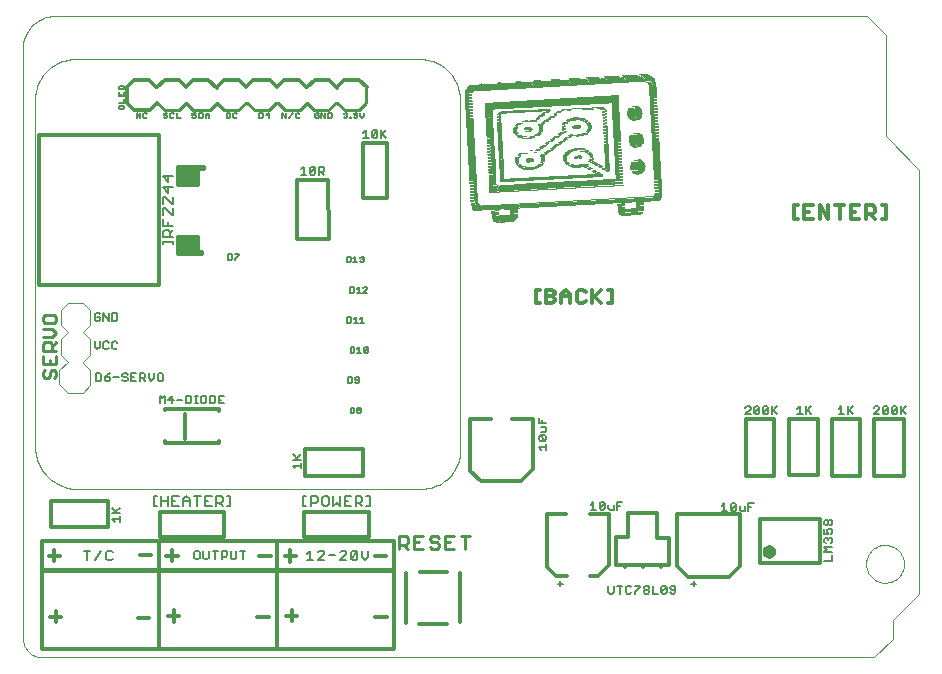
<source format=gto>
G75*
G70*
%OFA0B0*%
%FSLAX24Y24*%
%IPPOS*%
%LPD*%
%AMOC8*
5,1,8,0,0,1.08239X$1,22.5*
%
%ADD10C,0.0000*%
%ADD11C,0.0039*%
%ADD12C,0.0050*%
%ADD13C,0.0120*%
%ADD14C,0.0100*%
%ADD15C,0.0070*%
%ADD16C,0.0060*%
%ADD17C,0.0090*%
%ADD18C,0.0130*%
%ADD19C,0.0160*%
%ADD20C,0.0080*%
%ADD21R,0.0626X0.0025*%
%ADD22R,0.0625X0.0025*%
%ADD23R,0.0676X0.0025*%
%ADD24R,0.0674X0.0025*%
%ADD25R,0.0774X0.0025*%
%ADD26R,0.0824X0.0025*%
%ADD27R,0.0825X0.0025*%
%ADD28R,0.0874X0.0025*%
%ADD29R,0.0249X0.0025*%
%ADD30R,0.0250X0.0025*%
%ADD31R,0.0275X0.0025*%
%ADD32R,0.0274X0.0025*%
%ADD33R,0.0276X0.0025*%
%ADD34R,0.5850X0.0025*%
%ADD35R,0.6001X0.0025*%
%ADD36R,0.6100X0.0025*%
%ADD37R,0.6150X0.0025*%
%ADD38R,0.6200X0.0025*%
%ADD39R,0.6249X0.0025*%
%ADD40R,0.6301X0.0025*%
%ADD41R,0.6349X0.0025*%
%ADD42R,0.0325X0.0025*%
%ADD43R,0.0324X0.0025*%
%ADD44R,0.0301X0.0025*%
%ADD45R,0.0300X0.0025*%
%ADD46R,0.0251X0.0025*%
%ADD47R,0.4474X0.0025*%
%ADD48R,0.3025X0.0025*%
%ADD49R,0.0050X0.0025*%
%ADD50R,0.1299X0.0025*%
%ADD51R,0.2774X0.0025*%
%ADD52R,0.1150X0.0025*%
%ADD53R,0.3250X0.0025*%
%ADD54R,0.0176X0.0025*%
%ADD55R,0.3376X0.0025*%
%ADD56R,0.3401X0.0025*%
%ADD57R,0.0349X0.0025*%
%ADD58R,0.0400X0.0025*%
%ADD59R,0.0150X0.0025*%
%ADD60R,0.0200X0.0025*%
%ADD61R,0.0424X0.0025*%
%ADD62R,0.0175X0.0025*%
%ADD63R,0.0475X0.0025*%
%ADD64R,0.0100X0.0025*%
%ADD65R,0.0500X0.0025*%
%ADD66R,0.0201X0.0025*%
%ADD67R,0.0524X0.0025*%
%ADD68R,0.0199X0.0025*%
%ADD69R,0.0151X0.0025*%
%ADD70R,0.0426X0.0025*%
%ADD71R,0.0549X0.0025*%
%ADD72R,0.0576X0.0025*%
%ADD73R,0.0600X0.0025*%
%ADD74R,0.0449X0.0025*%
%ADD75R,0.0675X0.0025*%
%ADD76R,0.0225X0.0025*%
%ADD77R,0.0375X0.0025*%
%ADD78R,0.0174X0.0025*%
%ADD79R,0.0149X0.0025*%
%ADD80R,0.0224X0.0025*%
%ADD81R,0.0126X0.0025*%
%ADD82R,0.0124X0.0025*%
%ADD83R,0.0299X0.0025*%
%ADD84R,0.0551X0.0025*%
%ADD85R,0.0451X0.0025*%
%ADD86R,0.0550X0.0025*%
%ADD87R,0.0575X0.0025*%
%ADD88R,0.0526X0.0025*%
%ADD89R,0.1776X0.0025*%
%ADD90R,0.1524X0.0025*%
%ADD91R,0.1751X0.0025*%
%ADD92R,0.1474X0.0025*%
%ADD93R,0.1649X0.0025*%
%ADD94R,0.1349X0.0025*%
D10*
X029989Y004402D02*
X029991Y004452D01*
X029997Y004502D01*
X030007Y004551D01*
X030021Y004599D01*
X030038Y004646D01*
X030059Y004691D01*
X030084Y004735D01*
X030112Y004776D01*
X030144Y004815D01*
X030178Y004852D01*
X030215Y004886D01*
X030255Y004916D01*
X030297Y004943D01*
X030341Y004967D01*
X030387Y004988D01*
X030434Y005004D01*
X030482Y005017D01*
X030532Y005026D01*
X030581Y005031D01*
X030632Y005032D01*
X030682Y005029D01*
X030731Y005022D01*
X030780Y005011D01*
X030828Y004996D01*
X030874Y004978D01*
X030919Y004956D01*
X030962Y004930D01*
X031003Y004901D01*
X031042Y004869D01*
X031078Y004834D01*
X031110Y004796D01*
X031140Y004756D01*
X031167Y004713D01*
X031190Y004669D01*
X031209Y004623D01*
X031225Y004575D01*
X031237Y004526D01*
X031245Y004477D01*
X031249Y004427D01*
X031249Y004377D01*
X031245Y004327D01*
X031237Y004278D01*
X031225Y004229D01*
X031209Y004181D01*
X031190Y004135D01*
X031167Y004091D01*
X031140Y004048D01*
X031110Y004008D01*
X031078Y003970D01*
X031042Y003935D01*
X031003Y003903D01*
X030962Y003874D01*
X030919Y003848D01*
X030874Y003826D01*
X030828Y003808D01*
X030780Y003793D01*
X030731Y003782D01*
X030682Y003775D01*
X030632Y003772D01*
X030581Y003773D01*
X030532Y003778D01*
X030482Y003787D01*
X030434Y003800D01*
X030387Y003816D01*
X030341Y003837D01*
X030297Y003861D01*
X030255Y003888D01*
X030215Y003918D01*
X030178Y003952D01*
X030144Y003989D01*
X030112Y004028D01*
X030084Y004069D01*
X030059Y004113D01*
X030038Y004158D01*
X030021Y004205D01*
X030007Y004253D01*
X029997Y004302D01*
X029991Y004352D01*
X029989Y004402D01*
D11*
X001885Y001910D02*
X001885Y021660D01*
X001891Y021725D01*
X001900Y021788D01*
X001914Y021851D01*
X001931Y021913D01*
X001952Y021974D01*
X001976Y022034D01*
X002005Y022092D01*
X002036Y022148D01*
X002071Y022202D01*
X002109Y022254D01*
X002150Y022303D01*
X002195Y022350D01*
X002242Y022395D01*
X002291Y022436D01*
X002343Y022474D01*
X002397Y022509D01*
X002453Y022540D01*
X002511Y022569D01*
X002571Y022593D01*
X002632Y022614D01*
X002694Y022631D01*
X002757Y022645D01*
X002820Y022654D01*
X002885Y022660D01*
X030010Y022660D01*
X030635Y022035D01*
X030635Y018660D01*
X031760Y017535D01*
X031760Y003410D01*
X030885Y002535D01*
X030885Y001910D01*
X030260Y001285D01*
X002510Y001285D01*
X002461Y001287D01*
X002412Y001293D01*
X002364Y001302D01*
X002317Y001316D01*
X002271Y001333D01*
X002226Y001353D01*
X002183Y001377D01*
X002143Y001404D01*
X002104Y001435D01*
X002068Y001468D01*
X002035Y001504D01*
X002004Y001543D01*
X001977Y001583D01*
X001953Y001626D01*
X001933Y001671D01*
X001916Y001717D01*
X001902Y001764D01*
X001893Y001812D01*
X001887Y001861D01*
X001885Y001910D01*
X003854Y006903D02*
X015221Y006903D01*
X015290Y006908D01*
X015360Y006917D01*
X015428Y006930D01*
X015496Y006946D01*
X015563Y006966D01*
X015629Y006989D01*
X015693Y007016D01*
X015756Y007046D01*
X015817Y007079D01*
X015877Y007116D01*
X015934Y007156D01*
X015989Y007199D01*
X016041Y007245D01*
X016092Y007294D01*
X016139Y007345D01*
X016184Y007399D01*
X016225Y007455D01*
X016264Y007513D01*
X016299Y007573D01*
X016331Y007635D01*
X016360Y007698D01*
X016385Y007763D01*
X016407Y007830D01*
X016425Y007897D01*
X016439Y007965D01*
X016450Y008034D01*
X016457Y008104D01*
X016461Y008173D01*
X016460Y008243D01*
X016456Y008313D01*
X016457Y008313D02*
X016457Y019877D01*
X016450Y019886D02*
X016448Y019958D01*
X016441Y020030D01*
X016431Y020102D01*
X016418Y020173D01*
X016400Y020243D01*
X016378Y020312D01*
X016353Y020380D01*
X016325Y020447D01*
X016292Y020512D01*
X016257Y020575D01*
X016218Y020636D01*
X016175Y020694D01*
X016130Y020751D01*
X016082Y020805D01*
X016031Y020856D01*
X015977Y020905D01*
X015920Y020950D01*
X015862Y020992D01*
X015801Y021032D01*
X015738Y021068D01*
X015673Y021100D01*
X015607Y021129D01*
X015539Y021154D01*
X015470Y021176D01*
X015400Y021194D01*
X015329Y021208D01*
X015257Y021218D01*
X015185Y021224D01*
X015113Y021227D01*
X015040Y021226D01*
X015047Y021227D02*
X003627Y021227D01*
X003626Y021227D02*
X003554Y021225D01*
X003482Y021218D01*
X003410Y021208D01*
X003339Y021195D01*
X003269Y021177D01*
X003200Y021155D01*
X003132Y021130D01*
X003065Y021102D01*
X003000Y021069D01*
X002937Y021034D01*
X002876Y020995D01*
X002818Y020952D01*
X002761Y020907D01*
X002707Y020859D01*
X002656Y020808D01*
X002607Y020754D01*
X002562Y020697D01*
X002520Y020639D01*
X002480Y020578D01*
X002444Y020515D01*
X002412Y020450D01*
X002383Y020384D01*
X002358Y020316D01*
X002336Y020247D01*
X002318Y020177D01*
X002304Y020106D01*
X002294Y020034D01*
X002288Y019962D01*
X002285Y019890D01*
X002286Y019817D01*
X002287Y019827D02*
X002287Y008233D01*
X002293Y008159D01*
X002303Y008085D01*
X002318Y008013D01*
X002335Y007941D01*
X002357Y007870D01*
X002382Y007800D01*
X002411Y007732D01*
X002443Y007665D01*
X002479Y007601D01*
X002518Y007538D01*
X002560Y007477D01*
X002606Y007418D01*
X002654Y007362D01*
X002705Y007309D01*
X002759Y007258D01*
X002816Y007210D01*
X002875Y007165D01*
X002936Y007123D01*
X002999Y007085D01*
X003064Y007049D01*
X003131Y007018D01*
X003199Y006989D01*
X003269Y006965D01*
X003340Y006944D01*
X003412Y006926D01*
X003485Y006913D01*
X003559Y006903D01*
X003632Y006897D01*
X003706Y006895D01*
X003781Y006897D01*
X003854Y006902D01*
X003887Y010111D02*
X003375Y010111D01*
X003100Y010386D01*
X003100Y010859D01*
X003375Y011134D01*
X003139Y011371D01*
X003139Y011882D01*
X003375Y012119D01*
X003139Y012355D01*
X003139Y012867D01*
X003375Y013103D01*
X003887Y013103D01*
X004123Y012867D01*
X004123Y012355D01*
X003887Y012119D01*
X004123Y011882D01*
X004123Y011371D01*
X003887Y011134D01*
X003887Y011095D01*
X004123Y010859D01*
X004123Y010347D01*
X003887Y010111D01*
D12*
X008734Y014542D02*
X008829Y014542D01*
X008860Y014574D01*
X008860Y014700D01*
X008829Y014732D01*
X008734Y014732D01*
X008734Y014542D01*
X008955Y014542D02*
X008955Y014574D01*
X009081Y014700D01*
X009081Y014732D01*
X008955Y014732D01*
X006893Y015057D02*
X006893Y015174D01*
X006893Y015115D02*
X006543Y015115D01*
X006543Y015057D02*
X006543Y015174D01*
X006543Y015303D02*
X006543Y015478D01*
X006602Y015536D01*
X006718Y015536D01*
X006777Y015478D01*
X006777Y015303D01*
X006777Y015419D02*
X006893Y015536D01*
X006893Y015671D02*
X006543Y015671D01*
X006543Y015904D01*
X006543Y016039D02*
X006543Y016273D01*
X006602Y016273D01*
X006835Y016039D01*
X006893Y016039D01*
X006893Y016273D01*
X006893Y016408D02*
X006835Y016408D01*
X006602Y016641D01*
X006543Y016641D01*
X006543Y016408D01*
X006893Y016408D02*
X006893Y016641D01*
X006718Y016776D02*
X006718Y017009D01*
X006718Y017144D02*
X006718Y017378D01*
X006543Y017319D02*
X006718Y017144D01*
X006893Y017319D02*
X006543Y017319D01*
X006543Y016951D02*
X006718Y016776D01*
X006893Y016951D02*
X006543Y016951D01*
X006718Y015788D02*
X006718Y015671D01*
X006893Y015303D02*
X006543Y015303D01*
X006603Y019252D02*
X006572Y019284D01*
X006603Y019252D02*
X006667Y019252D01*
X006698Y019284D01*
X006698Y019316D01*
X006667Y019348D01*
X006603Y019348D01*
X006572Y019379D01*
X006572Y019411D01*
X006603Y019443D01*
X006667Y019443D01*
X006698Y019411D01*
X006793Y019411D02*
X006793Y019284D01*
X006824Y019252D01*
X006888Y019252D01*
X006919Y019284D01*
X007014Y019252D02*
X007140Y019252D01*
X007014Y019252D02*
X007014Y019443D01*
X006919Y019411D02*
X006888Y019443D01*
X006824Y019443D01*
X006793Y019411D01*
X006019Y019411D02*
X005988Y019443D01*
X005924Y019443D01*
X005893Y019411D01*
X005893Y019284D01*
X005924Y019252D01*
X005988Y019252D01*
X006019Y019284D01*
X005798Y019252D02*
X005798Y019443D01*
X005672Y019443D02*
X005798Y019252D01*
X005672Y019252D02*
X005672Y019443D01*
X005262Y019584D02*
X005262Y019648D01*
X005230Y019679D01*
X005103Y019679D01*
X005071Y019648D01*
X005071Y019584D01*
X005103Y019552D01*
X005230Y019552D01*
X005262Y019584D01*
X005262Y019773D02*
X005071Y019773D01*
X005262Y019773D02*
X005262Y019900D01*
X005262Y019994D02*
X005071Y019994D01*
X005071Y020121D01*
X005071Y020215D02*
X005071Y020311D01*
X005103Y020342D01*
X005230Y020342D01*
X005262Y020311D01*
X005262Y020215D01*
X005071Y020215D01*
X005167Y020058D02*
X005167Y019994D01*
X005262Y019994D02*
X005262Y020121D01*
X007532Y019411D02*
X007532Y019379D01*
X007563Y019348D01*
X007627Y019348D01*
X007658Y019316D01*
X007658Y019284D01*
X007627Y019252D01*
X007563Y019252D01*
X007532Y019284D01*
X007532Y019411D02*
X007563Y019443D01*
X007627Y019443D01*
X007658Y019411D01*
X007753Y019443D02*
X007848Y019443D01*
X007879Y019411D01*
X007879Y019284D01*
X007848Y019252D01*
X007753Y019252D01*
X007753Y019443D01*
X007974Y019379D02*
X008037Y019443D01*
X008100Y019379D01*
X008100Y019252D01*
X008100Y019348D02*
X007974Y019348D01*
X007974Y019379D02*
X007974Y019252D01*
X008672Y019252D02*
X008767Y019252D01*
X008798Y019284D01*
X008798Y019411D01*
X008767Y019443D01*
X008672Y019443D01*
X008672Y019252D01*
X008893Y019284D02*
X008924Y019252D01*
X008988Y019252D01*
X009019Y019284D01*
X008893Y019284D02*
X008893Y019411D01*
X008924Y019443D01*
X008988Y019443D01*
X009019Y019411D01*
X009752Y019443D02*
X009847Y019443D01*
X009878Y019411D01*
X009878Y019284D01*
X009847Y019252D01*
X009752Y019252D01*
X009752Y019443D01*
X009973Y019348D02*
X010099Y019348D01*
X010068Y019443D02*
X009973Y019348D01*
X010068Y019443D02*
X010068Y019252D01*
X010532Y019252D02*
X010532Y019443D01*
X010658Y019252D01*
X010658Y019443D01*
X010753Y019252D02*
X010879Y019443D01*
X010974Y019411D02*
X010974Y019284D01*
X011005Y019252D01*
X011069Y019252D01*
X011100Y019284D01*
X011100Y019411D02*
X011069Y019443D01*
X011005Y019443D01*
X010974Y019411D01*
X011612Y019411D02*
X011612Y019284D01*
X011643Y019252D01*
X011707Y019252D01*
X011738Y019284D01*
X011738Y019348D01*
X011675Y019348D01*
X011612Y019411D02*
X011643Y019443D01*
X011707Y019443D01*
X011738Y019411D01*
X011833Y019443D02*
X011959Y019252D01*
X011959Y019443D01*
X012054Y019443D02*
X012149Y019443D01*
X012180Y019411D01*
X012180Y019284D01*
X012149Y019252D01*
X012054Y019252D01*
X012054Y019443D01*
X011833Y019443D02*
X011833Y019252D01*
X012572Y019284D02*
X012603Y019252D01*
X012667Y019252D01*
X012698Y019284D01*
X012698Y019316D01*
X012667Y019348D01*
X012635Y019348D01*
X012667Y019348D02*
X012698Y019379D01*
X012698Y019411D01*
X012667Y019443D01*
X012603Y019443D01*
X012572Y019411D01*
X012793Y019284D02*
X012824Y019284D01*
X012824Y019252D01*
X012793Y019252D01*
X012793Y019284D01*
X012903Y019284D02*
X012935Y019252D01*
X012998Y019252D01*
X013030Y019284D01*
X013030Y019316D01*
X012998Y019348D01*
X012967Y019348D01*
X012998Y019348D02*
X013030Y019379D01*
X013030Y019411D01*
X012998Y019443D01*
X012935Y019443D01*
X012903Y019411D01*
X013124Y019443D02*
X013124Y019316D01*
X013188Y019252D01*
X013251Y019316D01*
X013251Y019443D01*
X013214Y014643D02*
X013245Y014612D01*
X013245Y014580D01*
X013214Y014548D01*
X013245Y014517D01*
X013245Y014485D01*
X013214Y014453D01*
X013150Y014453D01*
X013119Y014485D01*
X013182Y014548D02*
X013214Y014548D01*
X013214Y014643D02*
X013150Y014643D01*
X013119Y014612D01*
X012961Y014643D02*
X012961Y014453D01*
X012898Y014453D02*
X013024Y014453D01*
X012898Y014580D02*
X012961Y014643D01*
X012803Y014612D02*
X012772Y014643D01*
X012677Y014643D01*
X012677Y014453D01*
X012772Y014453D01*
X012803Y014485D01*
X012803Y014612D01*
X012791Y013614D02*
X012886Y013614D01*
X012918Y013583D01*
X012918Y013456D01*
X012886Y013424D01*
X012791Y013424D01*
X012791Y013614D01*
X013012Y013551D02*
X013075Y013614D01*
X013075Y013424D01*
X013012Y013424D02*
X013139Y013424D01*
X013233Y013424D02*
X013360Y013551D01*
X013360Y013583D01*
X013328Y013614D01*
X013265Y013614D01*
X013233Y013583D01*
X013233Y013424D02*
X013360Y013424D01*
X013196Y012614D02*
X013196Y012424D01*
X013133Y012424D02*
X013260Y012424D01*
X013133Y012551D02*
X013196Y012614D01*
X012975Y012614D02*
X012975Y012424D01*
X012912Y012424D02*
X013039Y012424D01*
X012912Y012551D02*
X012975Y012614D01*
X012818Y012582D02*
X012786Y012614D01*
X012691Y012614D01*
X012691Y012424D01*
X012786Y012424D01*
X012818Y012456D01*
X012818Y012582D01*
X012805Y011614D02*
X012900Y011614D01*
X012932Y011582D01*
X012932Y011455D01*
X012900Y011424D01*
X012805Y011424D01*
X012805Y011614D01*
X013026Y011550D02*
X013090Y011614D01*
X013090Y011424D01*
X013153Y011424D02*
X013026Y011424D01*
X013247Y011455D02*
X013374Y011582D01*
X013374Y011455D01*
X013342Y011424D01*
X013279Y011424D01*
X013247Y011455D01*
X013247Y011582D01*
X013279Y011614D01*
X013342Y011614D01*
X013374Y011582D01*
X013050Y010628D02*
X012987Y010628D01*
X012955Y010596D01*
X012955Y010564D01*
X012987Y010533D01*
X013082Y010533D01*
X013082Y010596D02*
X013050Y010628D01*
X013082Y010596D02*
X013082Y010469D01*
X013050Y010438D01*
X012987Y010438D01*
X012955Y010469D01*
X012861Y010469D02*
X012861Y010596D01*
X012829Y010628D01*
X012734Y010628D01*
X012734Y010438D01*
X012829Y010438D01*
X012861Y010469D01*
X012900Y009613D02*
X012805Y009613D01*
X012805Y009423D01*
X012900Y009423D01*
X012932Y009455D01*
X012932Y009582D01*
X012900Y009613D01*
X013026Y009582D02*
X013026Y009550D01*
X013058Y009518D01*
X013121Y009518D01*
X013153Y009486D01*
X013153Y009455D01*
X013121Y009423D01*
X013058Y009423D01*
X013026Y009455D01*
X013026Y009486D01*
X013058Y009518D01*
X013121Y009518D02*
X013153Y009550D01*
X013153Y009582D01*
X013121Y009613D01*
X013058Y009613D01*
X013026Y009582D01*
D13*
X013218Y008221D02*
X011289Y008221D01*
X011289Y007316D01*
X013218Y007316D01*
X013218Y008221D01*
X013415Y006134D02*
X011249Y006134D01*
X011249Y005308D01*
X013415Y005308D01*
X013415Y006134D01*
X014241Y005150D02*
X014241Y001567D01*
X010383Y001567D01*
X010344Y001607D01*
X010344Y005111D01*
X008572Y005308D02*
X008572Y006134D01*
X006446Y006134D01*
X006446Y005308D01*
X008572Y005308D01*
X006407Y005150D02*
X006407Y001607D01*
X002509Y001567D02*
X002509Y005150D01*
X006407Y005150D01*
X014241Y005150D01*
X014635Y004087D02*
X014635Y002434D01*
X015068Y002394D02*
X016013Y002394D01*
X016446Y002473D02*
X016446Y004087D01*
X016013Y004127D02*
X015107Y004127D01*
X017155Y007158D02*
X018493Y007158D01*
X018887Y007552D01*
X018887Y009245D01*
X018178Y009245D01*
X017470Y009245D02*
X016800Y009245D01*
X016800Y007512D01*
X017155Y007158D01*
X019359Y006056D02*
X019989Y006056D01*
X019359Y006056D02*
X019359Y004284D01*
X019635Y004008D01*
X020029Y004008D01*
X020777Y004008D02*
X021052Y004008D01*
X021407Y004363D01*
X021407Y006056D01*
X020777Y006056D01*
X021643Y005308D02*
X021643Y004363D01*
X023415Y004363D01*
X023415Y005268D01*
X023021Y005268D01*
X023021Y006095D01*
X022037Y006095D01*
X022037Y005347D01*
X022037Y005308D02*
X021643Y005308D01*
X021958Y004323D02*
X021958Y004284D01*
X022548Y004284D02*
X022548Y004323D01*
X023139Y004323D02*
X023139Y004284D01*
X023690Y004323D02*
X023690Y006056D01*
X025777Y006056D01*
X025777Y004323D01*
X025422Y003969D01*
X024084Y003969D01*
X024044Y003969D02*
X023690Y004323D01*
X026446Y004441D02*
X026446Y005898D01*
X028454Y005898D01*
X028454Y004441D01*
X026446Y004441D01*
X026682Y004796D02*
X026684Y004814D01*
X026690Y004830D01*
X026699Y004845D01*
X026712Y004858D01*
X026727Y004867D01*
X026743Y004873D01*
X026761Y004875D01*
X026779Y004873D01*
X026795Y004867D01*
X026810Y004858D01*
X026823Y004845D01*
X026832Y004830D01*
X026838Y004814D01*
X026840Y004796D01*
X026838Y004778D01*
X026832Y004762D01*
X026823Y004747D01*
X026810Y004734D01*
X026795Y004725D01*
X026779Y004719D01*
X026761Y004717D01*
X026743Y004719D01*
X026727Y004725D01*
X026712Y004734D01*
X026699Y004747D01*
X026690Y004762D01*
X026684Y004778D01*
X026682Y004796D01*
X026604Y004796D02*
X026606Y004821D01*
X026612Y004845D01*
X026621Y004867D01*
X026634Y004888D01*
X026650Y004907D01*
X026669Y004923D01*
X026690Y004936D01*
X026712Y004945D01*
X026736Y004951D01*
X026761Y004953D01*
X026786Y004951D01*
X026810Y004945D01*
X026832Y004936D01*
X026853Y004923D01*
X026872Y004907D01*
X026888Y004888D01*
X026901Y004867D01*
X026910Y004845D01*
X026916Y004821D01*
X026918Y004796D01*
X026916Y004771D01*
X026910Y004747D01*
X026901Y004725D01*
X026888Y004704D01*
X026872Y004685D01*
X026853Y004669D01*
X026832Y004656D01*
X026810Y004647D01*
X026786Y004641D01*
X026761Y004639D01*
X026736Y004641D01*
X026712Y004647D01*
X026690Y004656D01*
X026669Y004669D01*
X026650Y004685D01*
X026634Y004704D01*
X026621Y004725D01*
X026612Y004747D01*
X026606Y004771D01*
X026604Y004796D01*
X026918Y007316D02*
X025974Y007316D01*
X025974Y009245D01*
X026918Y009245D01*
X026918Y007316D01*
X027430Y007355D02*
X028375Y007355D01*
X028375Y009245D01*
X027430Y009245D01*
X027430Y007355D01*
X028848Y007316D02*
X028848Y009245D01*
X029792Y009245D01*
X029792Y007316D01*
X028848Y007316D01*
X030265Y007316D02*
X030265Y009245D01*
X031249Y009245D01*
X031249Y007316D01*
X030265Y007316D01*
X021523Y013095D02*
X021523Y013535D01*
X021376Y013535D01*
X021154Y013535D02*
X020861Y013242D01*
X020934Y013315D02*
X021154Y013095D01*
X021376Y013095D02*
X021523Y013095D01*
X020861Y013095D02*
X020861Y013535D01*
X020639Y013462D02*
X020565Y013535D01*
X020418Y013535D01*
X020345Y013462D01*
X020345Y013168D01*
X020418Y013095D01*
X020565Y013095D01*
X020639Y013168D01*
X020123Y013095D02*
X020123Y013389D01*
X019976Y013535D01*
X019829Y013389D01*
X019829Y013095D01*
X019829Y013315D02*
X020123Y013315D01*
X019607Y013242D02*
X019607Y013168D01*
X019534Y013095D01*
X019314Y013095D01*
X019314Y013535D01*
X019534Y013535D01*
X019607Y013462D01*
X019607Y013389D01*
X019534Y013315D01*
X019314Y013315D01*
X019534Y013315D02*
X019607Y013242D01*
X019117Y013095D02*
X018970Y013095D01*
X018970Y013535D01*
X019117Y013535D01*
X017797Y016945D02*
X021497Y017170D01*
X017572Y017670D02*
X017497Y017495D01*
X017572Y017670D02*
X017497Y018995D01*
X017497Y017170D02*
X017497Y016895D01*
X014005Y016607D02*
X013218Y016607D01*
X013218Y018418D01*
X014005Y018418D01*
X014005Y016607D01*
X012060Y017193D02*
X011020Y017193D01*
X011020Y015223D01*
X012085Y015223D01*
X012060Y017193D01*
X012352Y020268D02*
X012352Y020308D01*
X012588Y020544D01*
X013100Y020544D01*
X013336Y020308D01*
X012352Y020268D02*
X012076Y020544D01*
X011604Y020544D01*
X011367Y020308D01*
X011328Y020308D01*
X011092Y020544D01*
X010580Y020544D01*
X010344Y020308D01*
X010107Y020544D01*
X009556Y020544D01*
X009320Y020308D01*
X009084Y020544D01*
X008572Y020544D01*
X008336Y020308D01*
X008336Y020268D01*
X008060Y020544D01*
X007548Y020544D01*
X007312Y020308D01*
X007076Y020544D01*
X006604Y020544D01*
X006367Y020308D01*
X006328Y020308D01*
X006092Y020544D01*
X005580Y020544D01*
X005344Y020308D01*
X005344Y020268D01*
X005347Y020307D02*
X005347Y019767D01*
X005587Y019527D01*
X006127Y019527D01*
X006367Y019767D01*
X006407Y018693D02*
X002430Y018693D01*
X002430Y013693D01*
X002470Y013693D02*
X006407Y013693D01*
X006407Y018693D01*
X007037Y017630D02*
X007903Y017630D01*
X007903Y017552D01*
X007706Y017552D01*
X007115Y017552D01*
X007115Y017119D01*
X007627Y017119D01*
X007627Y017473D01*
X007155Y017473D01*
X007155Y017197D01*
X007194Y017158D01*
X007509Y017158D01*
X007548Y017197D01*
X007548Y017394D01*
X007194Y017394D01*
X007194Y017276D01*
X007470Y017276D01*
X007706Y017040D02*
X007037Y017040D01*
X007037Y017630D01*
X007706Y017552D02*
X007706Y017040D01*
X007706Y015308D02*
X007037Y015308D01*
X007037Y014717D01*
X007863Y014717D01*
X007863Y014796D01*
X007745Y014796D01*
X007076Y014796D01*
X007076Y014875D02*
X007076Y014953D01*
X007627Y014953D01*
X007627Y014993D01*
X007588Y015032D01*
X007115Y015032D01*
X007076Y015071D01*
X007115Y015111D02*
X007115Y015190D01*
X007076Y015229D01*
X007548Y015229D01*
X007588Y015190D01*
X007627Y015229D01*
X007627Y015032D01*
X007588Y015111D02*
X007115Y015111D01*
X007076Y014875D02*
X007627Y014875D01*
X007706Y014835D02*
X007745Y014796D01*
X007706Y014835D02*
X007706Y015308D01*
X008415Y009560D02*
X006604Y009560D01*
X006604Y009520D01*
X007273Y009402D02*
X007273Y008575D01*
X006604Y008497D02*
X006604Y008418D01*
X008415Y008418D01*
X008415Y008497D01*
X008415Y009481D02*
X008415Y009560D01*
X004714Y006489D02*
X004714Y005623D01*
X002824Y005623D01*
X002824Y006489D01*
X004714Y006489D01*
X002509Y001567D02*
X010383Y001567D01*
X027579Y015910D02*
X027579Y016350D01*
X027726Y016350D01*
X027923Y016350D02*
X027923Y015910D01*
X028217Y015910D01*
X028439Y015910D02*
X028439Y016350D01*
X028732Y015910D01*
X028732Y016350D01*
X028954Y016350D02*
X029248Y016350D01*
X029101Y016350D02*
X029101Y015910D01*
X029470Y015910D02*
X029764Y015910D01*
X029986Y015910D02*
X029986Y016350D01*
X030206Y016350D01*
X030279Y016277D01*
X030279Y016130D01*
X030206Y016057D01*
X029986Y016057D01*
X030132Y016057D02*
X030279Y015910D01*
X030501Y015910D02*
X030648Y015910D01*
X030648Y016350D01*
X030501Y016350D01*
X029764Y016350D02*
X029470Y016350D01*
X029470Y015910D01*
X029470Y016130D02*
X029617Y016130D01*
X028217Y016350D02*
X027923Y016350D01*
X027923Y016130D02*
X028070Y016130D01*
X027726Y015910D02*
X027579Y015910D01*
D14*
X013327Y019767D02*
X013087Y019527D01*
X012607Y019527D01*
X012367Y019767D01*
X012307Y019767D01*
X012067Y019527D01*
X011587Y019527D01*
X011347Y019767D01*
X011107Y019527D01*
X010627Y019527D01*
X010387Y019767D01*
X010327Y019767D01*
X010087Y019527D01*
X009607Y019527D01*
X009367Y019767D01*
X009307Y019767D01*
X009067Y019527D01*
X008587Y019527D01*
X008347Y019767D01*
X008107Y019527D01*
X007567Y019527D01*
X007327Y019767D01*
X007087Y019527D01*
X006607Y019527D01*
X006367Y019767D01*
X013327Y019767D02*
X013327Y020307D01*
X014409Y005346D02*
X014640Y005346D01*
X014716Y005269D01*
X014716Y005115D01*
X014640Y005039D01*
X014409Y005039D01*
X014409Y004885D02*
X014409Y005346D01*
X014563Y005039D02*
X014716Y004885D01*
X014925Y004885D02*
X015232Y004885D01*
X015441Y004962D02*
X015517Y004885D01*
X015671Y004885D01*
X015748Y004962D01*
X015748Y005039D01*
X015671Y005115D01*
X015517Y005115D01*
X015441Y005192D01*
X015441Y005269D01*
X015517Y005346D01*
X015671Y005346D01*
X015748Y005269D01*
X015956Y005346D02*
X015956Y004885D01*
X016263Y004885D01*
X016110Y005115D02*
X015956Y005115D01*
X015956Y005346D02*
X016263Y005346D01*
X016472Y005346D02*
X016779Y005346D01*
X016625Y005346D02*
X016625Y004885D01*
X015232Y005346D02*
X014925Y005346D01*
X014925Y004885D01*
X014925Y005115D02*
X015079Y005115D01*
D15*
X013442Y006327D02*
X013442Y006657D01*
X013331Y006657D01*
X013189Y006608D02*
X013189Y006497D01*
X013134Y006442D01*
X012969Y006442D01*
X012969Y006332D02*
X012969Y006663D01*
X013134Y006663D01*
X013189Y006608D01*
X013079Y006442D02*
X013189Y006332D01*
X013331Y006327D02*
X013442Y006327D01*
X012821Y006332D02*
X012601Y006332D01*
X012601Y006663D01*
X012821Y006663D01*
X012711Y006497D02*
X012601Y006497D01*
X012453Y006332D02*
X012453Y006663D01*
X012232Y006663D02*
X012232Y006332D01*
X012343Y006442D01*
X012453Y006332D01*
X012084Y006387D02*
X012084Y006608D01*
X012029Y006663D01*
X011919Y006663D01*
X011864Y006608D01*
X011864Y006387D01*
X011919Y006332D01*
X012029Y006332D01*
X012084Y006387D01*
X011716Y006497D02*
X011661Y006442D01*
X011496Y006442D01*
X011496Y006332D02*
X011496Y006663D01*
X011661Y006663D01*
X011716Y006608D01*
X011716Y006497D01*
X011316Y006657D02*
X011205Y006657D01*
X011205Y006327D01*
X011316Y006327D01*
X008796Y006327D02*
X008796Y006657D01*
X008686Y006657D01*
X008543Y006602D02*
X008543Y006492D01*
X008488Y006437D01*
X008323Y006437D01*
X008433Y006437D02*
X008543Y006327D01*
X008686Y006327D02*
X008796Y006327D01*
X008543Y006602D02*
X008488Y006657D01*
X008323Y006657D01*
X008323Y006327D01*
X008174Y006327D02*
X007954Y006327D01*
X007954Y006657D01*
X008174Y006657D01*
X008064Y006492D02*
X007954Y006492D01*
X007806Y006657D02*
X007586Y006657D01*
X007696Y006657D02*
X007696Y006327D01*
X007438Y006327D02*
X007438Y006547D01*
X007328Y006657D01*
X007218Y006547D01*
X007218Y006327D01*
X007070Y006327D02*
X006849Y006327D01*
X006849Y006657D01*
X007070Y006657D01*
X006959Y006492D02*
X006849Y006492D01*
X006701Y006492D02*
X006481Y006492D01*
X006481Y006327D02*
X006481Y006657D01*
X006355Y006657D02*
X006245Y006657D01*
X006245Y006327D01*
X006355Y006327D01*
X006701Y006327D02*
X006701Y006657D01*
X007218Y006492D02*
X007438Y006492D01*
D16*
X007639Y004825D02*
X007594Y004780D01*
X007594Y004600D01*
X007639Y004555D01*
X007730Y004555D01*
X007775Y004600D01*
X007775Y004780D01*
X007730Y004825D01*
X007639Y004825D01*
X007898Y004825D02*
X007898Y004600D01*
X007943Y004555D01*
X008033Y004555D01*
X008078Y004600D01*
X008078Y004825D01*
X008202Y004825D02*
X008382Y004825D01*
X008292Y004825D02*
X008292Y004555D01*
X008506Y004555D02*
X008506Y004825D01*
X008641Y004825D01*
X008686Y004780D01*
X008686Y004690D01*
X008641Y004645D01*
X008506Y004645D01*
X008810Y004600D02*
X008855Y004555D01*
X008945Y004555D01*
X008990Y004600D01*
X008990Y004825D01*
X009114Y004825D02*
X009294Y004825D01*
X009204Y004825D02*
X009204Y004555D01*
X008810Y004600D02*
X008810Y004825D01*
X010967Y007582D02*
X010880Y007668D01*
X011140Y007668D01*
X011140Y007582D02*
X011140Y007755D01*
X011140Y007876D02*
X010880Y007876D01*
X011010Y007920D02*
X011140Y008050D01*
X011054Y007876D02*
X010880Y008050D01*
X008574Y009747D02*
X008401Y009747D01*
X008401Y010007D01*
X008574Y010007D01*
X008488Y009877D02*
X008401Y009877D01*
X008280Y009790D02*
X008280Y009964D01*
X008236Y010007D01*
X008106Y010007D01*
X008106Y009747D01*
X008236Y009747D01*
X008280Y009790D01*
X007985Y009790D02*
X007985Y009964D01*
X007942Y010007D01*
X007855Y010007D01*
X007812Y009964D01*
X007812Y009790D01*
X007855Y009747D01*
X007942Y009747D01*
X007985Y009790D01*
X007702Y009747D02*
X007615Y009747D01*
X007659Y009747D02*
X007659Y010007D01*
X007702Y010007D02*
X007615Y010007D01*
X007494Y009964D02*
X007451Y010007D01*
X007321Y010007D01*
X007321Y009747D01*
X007451Y009747D01*
X007494Y009790D01*
X007494Y009964D01*
X007199Y009877D02*
X007026Y009877D01*
X006905Y009877D02*
X006731Y009877D01*
X006861Y010007D01*
X006861Y009747D01*
X006610Y009747D02*
X006610Y010007D01*
X006523Y009921D01*
X006437Y010007D01*
X006437Y009747D01*
X006417Y010495D02*
X006503Y010495D01*
X006547Y010538D01*
X006547Y010712D01*
X006503Y010755D01*
X006417Y010755D01*
X006373Y010712D01*
X006373Y010538D01*
X006417Y010495D01*
X006252Y010582D02*
X006252Y010755D01*
X006252Y010582D02*
X006165Y010495D01*
X006079Y010582D01*
X006079Y010755D01*
X005957Y010712D02*
X005957Y010625D01*
X005914Y010582D01*
X005784Y010582D01*
X005871Y010582D02*
X005957Y010495D01*
X005784Y010495D02*
X005784Y010755D01*
X005914Y010755D01*
X005957Y010712D01*
X005663Y010755D02*
X005489Y010755D01*
X005489Y010495D01*
X005663Y010495D01*
X005576Y010625D02*
X005489Y010625D01*
X005368Y010582D02*
X005368Y010538D01*
X005325Y010495D01*
X005238Y010495D01*
X005195Y010538D01*
X005238Y010625D02*
X005195Y010669D01*
X005195Y010712D01*
X005238Y010755D01*
X005325Y010755D01*
X005368Y010712D01*
X005325Y010625D02*
X005368Y010582D01*
X005325Y010625D02*
X005238Y010625D01*
X005073Y010625D02*
X004900Y010625D01*
X004779Y010582D02*
X004735Y010625D01*
X004605Y010625D01*
X004605Y010538D01*
X004649Y010495D01*
X004735Y010495D01*
X004779Y010538D01*
X004779Y010582D01*
X004692Y010712D02*
X004605Y010625D01*
X004692Y010712D02*
X004779Y010755D01*
X004484Y010712D02*
X004484Y010538D01*
X004441Y010495D01*
X004311Y010495D01*
X004311Y010755D01*
X004441Y010755D01*
X004484Y010712D01*
X004609Y011558D02*
X004696Y011558D01*
X004739Y011601D01*
X004861Y011601D02*
X004904Y011558D01*
X004991Y011558D01*
X005034Y011601D01*
X004861Y011601D02*
X004861Y011775D01*
X004904Y011818D01*
X004991Y011818D01*
X005034Y011775D01*
X004739Y011775D02*
X004696Y011818D01*
X004609Y011818D01*
X004566Y011775D01*
X004566Y011601D01*
X004609Y011558D01*
X004445Y011645D02*
X004445Y011818D01*
X004445Y011645D02*
X004358Y011558D01*
X004271Y011645D01*
X004271Y011818D01*
X004315Y012503D02*
X004401Y012503D01*
X004445Y012546D01*
X004445Y012633D01*
X004358Y012633D01*
X004271Y012546D02*
X004315Y012503D01*
X004271Y012546D02*
X004271Y012720D01*
X004315Y012763D01*
X004401Y012763D01*
X004445Y012720D01*
X004566Y012763D02*
X004739Y012503D01*
X004739Y012763D01*
X004861Y012763D02*
X004991Y012763D01*
X005034Y012720D01*
X005034Y012546D01*
X004991Y012503D01*
X004861Y012503D01*
X004861Y012763D01*
X004566Y012763D02*
X004566Y012503D01*
X011157Y017378D02*
X011331Y017378D01*
X011244Y017378D02*
X011244Y017638D01*
X011157Y017551D01*
X011452Y017595D02*
X011452Y017421D01*
X011625Y017595D01*
X011625Y017421D01*
X011582Y017378D01*
X011495Y017378D01*
X011452Y017421D01*
X011452Y017595D02*
X011495Y017638D01*
X011582Y017638D01*
X011625Y017595D01*
X011747Y017638D02*
X011747Y017378D01*
X011747Y017465D02*
X011877Y017465D01*
X011920Y017508D01*
X011920Y017595D01*
X011877Y017638D01*
X011747Y017638D01*
X011833Y017465D02*
X011920Y017378D01*
X013230Y018600D02*
X013403Y018600D01*
X013317Y018600D02*
X013317Y018861D01*
X013230Y018774D01*
X013525Y018817D02*
X013525Y018644D01*
X013698Y018817D01*
X013698Y018644D01*
X013655Y018600D01*
X013568Y018600D01*
X013525Y018644D01*
X013525Y018817D02*
X013568Y018861D01*
X013655Y018861D01*
X013698Y018817D01*
X013819Y018861D02*
X013819Y018600D01*
X013819Y018687D02*
X013993Y018861D01*
X013863Y018730D02*
X013993Y018600D01*
X025964Y009610D02*
X026008Y009653D01*
X026094Y009653D01*
X026138Y009610D01*
X026138Y009566D01*
X025964Y009393D01*
X026138Y009393D01*
X026259Y009436D02*
X026432Y009610D01*
X026432Y009436D01*
X026389Y009393D01*
X026302Y009393D01*
X026259Y009436D01*
X026259Y009610D01*
X026302Y009653D01*
X026389Y009653D01*
X026432Y009610D01*
X026554Y009610D02*
X026597Y009653D01*
X026684Y009653D01*
X026727Y009610D01*
X026554Y009436D01*
X026597Y009393D01*
X026684Y009393D01*
X026727Y009436D01*
X026727Y009610D01*
X026848Y009653D02*
X026848Y009393D01*
X026848Y009479D02*
X027022Y009653D01*
X026892Y009523D02*
X027022Y009393D01*
X026554Y009436D02*
X026554Y009610D01*
X027698Y009561D02*
X027784Y009648D01*
X027784Y009388D01*
X027698Y009388D02*
X027871Y009388D01*
X027992Y009388D02*
X027992Y009648D01*
X028036Y009518D02*
X028166Y009388D01*
X027992Y009474D02*
X028166Y009648D01*
X029076Y009561D02*
X029162Y009648D01*
X029162Y009388D01*
X029076Y009388D02*
X029249Y009388D01*
X029370Y009388D02*
X029370Y009648D01*
X029414Y009518D02*
X029544Y009388D01*
X029370Y009474D02*
X029544Y009648D01*
X030256Y009610D02*
X030299Y009653D01*
X030386Y009653D01*
X030429Y009610D01*
X030429Y009566D01*
X030256Y009393D01*
X030429Y009393D01*
X030550Y009436D02*
X030724Y009610D01*
X030724Y009436D01*
X030680Y009393D01*
X030594Y009393D01*
X030550Y009436D01*
X030550Y009610D01*
X030594Y009653D01*
X030680Y009653D01*
X030724Y009610D01*
X030845Y009610D02*
X030888Y009653D01*
X030975Y009653D01*
X031018Y009610D01*
X030845Y009436D01*
X030888Y009393D01*
X030975Y009393D01*
X031018Y009436D01*
X031018Y009610D01*
X031140Y009653D02*
X031140Y009393D01*
X031140Y009479D02*
X031313Y009653D01*
X031183Y009523D02*
X031313Y009393D01*
X030845Y009436D02*
X030845Y009610D01*
X026237Y006420D02*
X026063Y006420D01*
X026063Y006159D01*
X025942Y006159D02*
X025942Y006333D01*
X026063Y006289D02*
X026150Y006289D01*
X025942Y006159D02*
X025812Y006159D01*
X025769Y006203D01*
X025769Y006333D01*
X025647Y006376D02*
X025474Y006203D01*
X025517Y006159D01*
X025604Y006159D01*
X025647Y006203D01*
X025647Y006376D01*
X025604Y006420D01*
X025517Y006420D01*
X025474Y006376D01*
X025474Y006203D01*
X025353Y006159D02*
X025179Y006159D01*
X025266Y006159D02*
X025266Y006420D01*
X025179Y006333D01*
X021864Y006464D02*
X021691Y006464D01*
X021691Y006204D01*
X021570Y006204D02*
X021570Y006377D01*
X021691Y006334D02*
X021777Y006334D01*
X021570Y006204D02*
X021439Y006204D01*
X021396Y006247D01*
X021396Y006377D01*
X021275Y006421D02*
X021101Y006247D01*
X021145Y006204D01*
X021231Y006204D01*
X021275Y006247D01*
X021275Y006421D01*
X021231Y006464D01*
X021145Y006464D01*
X021101Y006421D01*
X021101Y006247D01*
X020980Y006204D02*
X020807Y006204D01*
X020893Y006204D02*
X020893Y006464D01*
X020807Y006377D01*
X019329Y008212D02*
X019329Y008385D01*
X019329Y008298D02*
X019069Y008298D01*
X019156Y008212D01*
X019113Y008506D02*
X019069Y008550D01*
X019069Y008636D01*
X019113Y008680D01*
X019286Y008506D01*
X019329Y008550D01*
X019329Y008636D01*
X019286Y008680D01*
X019113Y008680D01*
X019156Y008801D02*
X019286Y008801D01*
X019329Y008844D01*
X019329Y008974D01*
X019156Y008974D01*
X019199Y009096D02*
X019199Y009182D01*
X019069Y009096D02*
X019069Y009269D01*
X019069Y009096D02*
X019329Y009096D01*
X019286Y008506D02*
X019113Y008506D01*
X019791Y003822D02*
X019791Y003649D01*
X019704Y003735D02*
X019878Y003735D01*
X021397Y003669D02*
X021397Y003452D01*
X021441Y003409D01*
X021527Y003409D01*
X021571Y003452D01*
X021571Y003669D01*
X021692Y003669D02*
X021865Y003669D01*
X021779Y003669D02*
X021779Y003409D01*
X021987Y003452D02*
X022030Y003409D01*
X022117Y003409D01*
X022160Y003452D01*
X022281Y003452D02*
X022281Y003409D01*
X022281Y003452D02*
X022455Y003625D01*
X022455Y003669D01*
X022281Y003669D01*
X022160Y003625D02*
X022117Y003669D01*
X022030Y003669D01*
X021987Y003625D01*
X021987Y003452D01*
X022576Y003452D02*
X022576Y003495D01*
X022619Y003539D01*
X022706Y003539D01*
X022749Y003495D01*
X022749Y003452D01*
X022706Y003409D01*
X022619Y003409D01*
X022576Y003452D01*
X022619Y003539D02*
X022576Y003582D01*
X022576Y003625D01*
X022619Y003669D01*
X022706Y003669D01*
X022749Y003625D01*
X022749Y003582D01*
X022706Y003539D01*
X022871Y003669D02*
X022871Y003409D01*
X023044Y003409D01*
X023165Y003452D02*
X023339Y003625D01*
X023339Y003452D01*
X023295Y003409D01*
X023209Y003409D01*
X023165Y003452D01*
X023165Y003625D01*
X023209Y003669D01*
X023295Y003669D01*
X023339Y003625D01*
X023460Y003625D02*
X023503Y003669D01*
X023590Y003669D01*
X023633Y003625D01*
X023633Y003452D01*
X023590Y003409D01*
X023503Y003409D01*
X023460Y003452D01*
X023503Y003539D02*
X023633Y003539D01*
X023503Y003539D02*
X023460Y003582D01*
X023460Y003625D01*
X024153Y003735D02*
X024327Y003735D01*
X024240Y003649D02*
X024240Y003822D01*
X028597Y004511D02*
X028857Y004511D01*
X028857Y004684D01*
X028857Y004806D02*
X028597Y004806D01*
X028683Y004892D01*
X028597Y004979D01*
X028857Y004979D01*
X028814Y005100D02*
X028857Y005144D01*
X028857Y005230D01*
X028814Y005274D01*
X028770Y005274D01*
X028727Y005230D01*
X028727Y005187D01*
X028727Y005230D02*
X028683Y005274D01*
X028640Y005274D01*
X028597Y005230D01*
X028597Y005144D01*
X028640Y005100D01*
X028597Y005395D02*
X028727Y005395D01*
X028683Y005482D01*
X028683Y005525D01*
X028727Y005568D01*
X028814Y005568D01*
X028857Y005525D01*
X028857Y005438D01*
X028814Y005395D01*
X028597Y005395D02*
X028597Y005568D01*
X028640Y005689D02*
X028683Y005689D01*
X028727Y005733D01*
X028727Y005820D01*
X028770Y005863D01*
X028814Y005863D01*
X028857Y005820D01*
X028857Y005733D01*
X028814Y005689D01*
X028770Y005689D01*
X028727Y005733D01*
X028727Y005820D02*
X028683Y005863D01*
X028640Y005863D01*
X028597Y005820D01*
X028597Y005733D01*
X028640Y005689D01*
X005117Y005810D02*
X005117Y005984D01*
X005117Y005897D02*
X004857Y005897D01*
X004943Y005810D01*
X004857Y006105D02*
X005117Y006105D01*
X005030Y006105D02*
X004857Y006278D01*
X004987Y006148D02*
X005117Y006278D01*
D17*
X002907Y010589D02*
X002976Y010657D01*
X002976Y010794D01*
X002907Y010862D01*
X002839Y010862D01*
X002771Y010794D01*
X002771Y010657D01*
X002702Y010589D01*
X002634Y010589D01*
X002565Y010657D01*
X002565Y010794D01*
X002634Y010862D01*
X002565Y011049D02*
X002976Y011049D01*
X002976Y011323D01*
X002976Y011510D02*
X002565Y011510D01*
X002565Y011715D01*
X002634Y011783D01*
X002771Y011783D01*
X002839Y011715D01*
X002839Y011510D01*
X002839Y011646D02*
X002976Y011783D01*
X002839Y011970D02*
X002976Y012107D01*
X002839Y012244D01*
X002565Y012244D01*
X002634Y012430D02*
X002565Y012499D01*
X002565Y012636D01*
X002634Y012704D01*
X002907Y012704D01*
X002976Y012636D01*
X002976Y012499D01*
X002907Y012430D01*
X002634Y012430D01*
X002565Y011970D02*
X002839Y011970D01*
X002565Y011323D02*
X002565Y011049D01*
X002771Y011049D02*
X002771Y011186D01*
D18*
X002932Y004866D02*
X002932Y004485D01*
X002742Y004675D02*
X003123Y004675D01*
X002975Y002836D02*
X002975Y002456D01*
X002785Y002646D02*
X003165Y002646D01*
X005715Y002603D02*
X006095Y002603D01*
X006715Y002661D02*
X007095Y002661D01*
X006905Y002851D02*
X006905Y002470D01*
X006848Y004485D02*
X006848Y004866D01*
X006658Y004675D02*
X007038Y004675D01*
X006152Y004690D02*
X005772Y004690D01*
X009759Y004647D02*
X010139Y004647D01*
X010602Y004661D02*
X010982Y004661D01*
X010792Y004851D02*
X010792Y004471D01*
X010835Y002865D02*
X010835Y002485D01*
X010645Y002675D02*
X011025Y002675D01*
X010068Y002632D02*
X009687Y002632D01*
X013631Y002646D02*
X014012Y002646D01*
X013997Y004675D02*
X013617Y004675D01*
D19*
X014224Y004211D02*
X002549Y004211D01*
D20*
X003918Y004843D02*
X004131Y004843D01*
X004024Y004843D02*
X004024Y004522D01*
X004286Y004522D02*
X004499Y004843D01*
X004654Y004789D02*
X004654Y004576D01*
X004708Y004522D01*
X004814Y004522D01*
X004868Y004576D01*
X004868Y004789D02*
X004814Y004843D01*
X004708Y004843D01*
X004654Y004789D01*
X011345Y004739D02*
X011452Y004845D01*
X011452Y004525D01*
X011345Y004525D02*
X011559Y004525D01*
X011713Y004525D02*
X011927Y004739D01*
X011927Y004792D01*
X011874Y004845D01*
X011767Y004845D01*
X011713Y004792D01*
X011713Y004525D02*
X011927Y004525D01*
X012082Y004685D02*
X012295Y004685D01*
X012450Y004792D02*
X012503Y004845D01*
X012610Y004845D01*
X012664Y004792D01*
X012664Y004739D01*
X012450Y004525D01*
X012664Y004525D01*
X012818Y004578D02*
X012818Y004792D01*
X012872Y004845D01*
X012978Y004845D01*
X013032Y004792D01*
X012818Y004578D01*
X012872Y004525D01*
X012978Y004525D01*
X013032Y004578D01*
X013032Y004792D01*
X013187Y004845D02*
X013187Y004632D01*
X013293Y004525D01*
X013400Y004632D01*
X013400Y004845D01*
D21*
G36*
X018265Y015798D02*
X017641Y015766D01*
X017639Y015790D01*
X018263Y015822D01*
X018265Y015798D01*
G37*
D22*
G36*
X022467Y016016D02*
X021845Y015984D01*
X021843Y016008D01*
X022465Y016040D01*
X022467Y016016D01*
G37*
D23*
G36*
X018289Y015825D02*
X017615Y015789D01*
X017613Y015813D01*
X018287Y015849D01*
X018289Y015825D01*
G37*
D24*
G36*
X022490Y016043D02*
X021818Y016007D01*
X021816Y016031D01*
X022488Y016067D01*
X022490Y016043D01*
G37*
D25*
G36*
X022539Y016070D02*
X021767Y016030D01*
X021765Y016054D01*
X022537Y016094D01*
X022539Y016070D01*
G37*
G36*
X022537Y016095D02*
X021765Y016055D01*
X021763Y016079D01*
X022535Y016119D01*
X022537Y016095D01*
G37*
G36*
X018337Y015852D02*
X017565Y015812D01*
X017563Y015836D01*
X018335Y015876D01*
X018337Y015852D01*
G37*
G36*
X018335Y015877D02*
X017563Y015837D01*
X017561Y015861D01*
X018333Y015901D01*
X018335Y015877D01*
G37*
D26*
G36*
X018359Y015904D02*
X017537Y015860D01*
X017535Y015884D01*
X018357Y015928D01*
X018359Y015904D01*
G37*
D27*
G36*
X022561Y016122D02*
X021739Y016078D01*
X021737Y016102D01*
X022559Y016146D01*
X022561Y016122D01*
G37*
D28*
G36*
X022584Y016148D02*
X021712Y016102D01*
X021710Y016126D01*
X022582Y016172D01*
X022584Y016148D01*
G37*
G36*
X022583Y016173D02*
X021711Y016127D01*
X021709Y016151D01*
X022581Y016197D01*
X022583Y016173D01*
G37*
G36*
X022582Y016198D02*
X021710Y016152D01*
X021708Y016176D01*
X022580Y016222D01*
X022582Y016198D01*
G37*
G36*
X022580Y016223D02*
X021708Y016177D01*
X021706Y016201D01*
X022578Y016247D01*
X022580Y016223D01*
G37*
G36*
X022579Y016248D02*
X021707Y016202D01*
X021705Y016226D01*
X022577Y016272D01*
X022579Y016248D01*
G37*
G36*
X018379Y016004D02*
X017507Y015958D01*
X017505Y015982D01*
X018377Y016028D01*
X018379Y016004D01*
G37*
G36*
X018380Y015979D02*
X017508Y015933D01*
X017506Y015957D01*
X018378Y016003D01*
X018380Y015979D01*
G37*
G36*
X018381Y015954D02*
X017509Y015908D01*
X017507Y015932D01*
X018379Y015978D01*
X018381Y015954D01*
G37*
G36*
X018383Y015930D02*
X017511Y015884D01*
X017509Y015908D01*
X018381Y015954D01*
X018383Y015930D01*
G37*
G36*
X018377Y016029D02*
X017505Y015983D01*
X017503Y016007D01*
X018375Y016053D01*
X018377Y016029D01*
G37*
D29*
G36*
X018375Y016055D02*
X018128Y016042D01*
X018127Y016065D01*
X018374Y016078D01*
X018375Y016055D01*
G37*
G36*
X018374Y016080D02*
X018127Y016067D01*
X018126Y016090D01*
X018373Y016103D01*
X018374Y016080D01*
G37*
G36*
X018372Y016105D02*
X018125Y016092D01*
X018124Y016115D01*
X018371Y016128D01*
X018372Y016105D01*
G37*
G36*
X018371Y016130D02*
X018124Y016117D01*
X018123Y016140D01*
X018370Y016153D01*
X018371Y016130D01*
G37*
G36*
X017747Y016096D02*
X017500Y016083D01*
X017499Y016106D01*
X017746Y016119D01*
X017747Y016096D01*
G37*
G36*
X017748Y016071D02*
X017501Y016058D01*
X017500Y016081D01*
X017747Y016094D01*
X017748Y016071D01*
G37*
G36*
X017750Y016046D02*
X017503Y016033D01*
X017502Y016056D01*
X017749Y016069D01*
X017750Y016046D01*
G37*
G36*
X017751Y016021D02*
X017504Y016008D01*
X017503Y016031D01*
X017750Y016044D01*
X017751Y016021D01*
G37*
G36*
X017670Y017020D02*
X017423Y017007D01*
X017422Y017030D01*
X017669Y017043D01*
X017670Y017020D01*
G37*
G36*
X017669Y017045D02*
X017422Y017032D01*
X017421Y017055D01*
X017668Y017068D01*
X017669Y017045D01*
G37*
G36*
X017668Y017070D02*
X017421Y017057D01*
X017420Y017080D01*
X017667Y017093D01*
X017668Y017070D01*
G37*
G36*
X017666Y017095D02*
X017419Y017082D01*
X017418Y017105D01*
X017665Y017118D01*
X017666Y017095D01*
G37*
G36*
X017665Y017120D02*
X017418Y017107D01*
X017417Y017130D01*
X017664Y017143D01*
X017665Y017120D01*
G37*
G36*
X017664Y017145D02*
X017417Y017132D01*
X017416Y017155D01*
X017663Y017168D01*
X017664Y017145D01*
G37*
G36*
X017662Y017170D02*
X017415Y017157D01*
X017414Y017180D01*
X017661Y017193D01*
X017662Y017170D01*
G37*
G36*
X017661Y017195D02*
X017414Y017182D01*
X017413Y017205D01*
X017660Y017218D01*
X017661Y017195D01*
G37*
G36*
X017660Y017220D02*
X017413Y017207D01*
X017412Y017230D01*
X017659Y017243D01*
X017660Y017220D01*
G37*
G36*
X017658Y017245D02*
X017411Y017232D01*
X017410Y017255D01*
X017657Y017268D01*
X017658Y017245D01*
G37*
G36*
X017657Y017270D02*
X017410Y017257D01*
X017409Y017280D01*
X017656Y017293D01*
X017657Y017270D01*
G37*
G36*
X017656Y017295D02*
X017409Y017282D01*
X017408Y017305D01*
X017655Y017318D01*
X017656Y017295D01*
G37*
G36*
X017654Y017319D02*
X017407Y017306D01*
X017406Y017329D01*
X017653Y017342D01*
X017654Y017319D01*
G37*
G36*
X017653Y017344D02*
X017406Y017331D01*
X017405Y017354D01*
X017652Y017367D01*
X017653Y017344D01*
G37*
G36*
X017652Y017369D02*
X017405Y017356D01*
X017404Y017379D01*
X017651Y017392D01*
X017652Y017369D01*
G37*
G36*
X017650Y017394D02*
X017403Y017381D01*
X017402Y017404D01*
X017649Y017417D01*
X017650Y017394D01*
G37*
G36*
X017649Y017419D02*
X017402Y017406D01*
X017401Y017429D01*
X017648Y017442D01*
X017649Y017419D01*
G37*
G36*
X017647Y017444D02*
X017400Y017431D01*
X017399Y017454D01*
X017646Y017467D01*
X017647Y017444D01*
G37*
G36*
X017646Y017469D02*
X017399Y017456D01*
X017398Y017479D01*
X017645Y017492D01*
X017646Y017469D01*
G37*
G36*
X017645Y017494D02*
X017398Y017481D01*
X017397Y017504D01*
X017644Y017517D01*
X017645Y017494D01*
G37*
G36*
X017643Y017519D02*
X017396Y017506D01*
X017395Y017529D01*
X017642Y017542D01*
X017643Y017519D01*
G37*
G36*
X017642Y017544D02*
X017395Y017531D01*
X017394Y017554D01*
X017641Y017567D01*
X017642Y017544D01*
G37*
G36*
X017641Y017569D02*
X017394Y017556D01*
X017393Y017579D01*
X017640Y017592D01*
X017641Y017569D01*
G37*
G36*
X017639Y017594D02*
X017392Y017581D01*
X017391Y017604D01*
X017638Y017617D01*
X017639Y017594D01*
G37*
G36*
X017638Y017619D02*
X017391Y017606D01*
X017390Y017629D01*
X017637Y017642D01*
X017638Y017619D01*
G37*
G36*
X017637Y017644D02*
X017390Y017631D01*
X017389Y017654D01*
X017636Y017667D01*
X017637Y017644D01*
G37*
G36*
X017635Y017669D02*
X017388Y017656D01*
X017387Y017679D01*
X017634Y017692D01*
X017635Y017669D01*
G37*
G36*
X017634Y017694D02*
X017387Y017681D01*
X017386Y017704D01*
X017633Y017717D01*
X017634Y017694D01*
G37*
G36*
X017633Y017719D02*
X017386Y017706D01*
X017385Y017729D01*
X017632Y017742D01*
X017633Y017719D01*
G37*
G36*
X017631Y017744D02*
X017384Y017731D01*
X017383Y017754D01*
X017630Y017767D01*
X017631Y017744D01*
G37*
G36*
X018899Y017811D02*
X018652Y017798D01*
X018651Y017821D01*
X018898Y017834D01*
X018899Y017811D01*
G37*
G36*
X018904Y017813D02*
X018657Y017800D01*
X018656Y017823D01*
X018903Y017836D01*
X018904Y017813D01*
G37*
G36*
X018900Y017888D02*
X018653Y017875D01*
X018652Y017898D01*
X018899Y017911D01*
X018900Y017888D01*
G37*
G36*
X018895Y017886D02*
X018648Y017873D01*
X018647Y017896D01*
X018894Y017909D01*
X018895Y017886D01*
G37*
G36*
X018885Y018162D02*
X018638Y018149D01*
X018637Y018172D01*
X018884Y018185D01*
X018885Y018162D01*
G37*
G36*
X018864Y018562D02*
X018617Y018549D01*
X018616Y018572D01*
X018863Y018585D01*
X018864Y018562D01*
G37*
G36*
X018849Y018836D02*
X018602Y018823D01*
X018601Y018846D01*
X018848Y018859D01*
X018849Y018836D01*
G37*
G36*
X018845Y018911D02*
X018598Y018898D01*
X018597Y018921D01*
X018844Y018934D01*
X018845Y018911D01*
G37*
G36*
X017572Y018842D02*
X017325Y018829D01*
X017324Y018852D01*
X017571Y018865D01*
X017572Y018842D01*
G37*
G36*
X017573Y018817D02*
X017326Y018804D01*
X017325Y018827D01*
X017572Y018840D01*
X017573Y018817D01*
G37*
G36*
X017574Y018792D02*
X017327Y018779D01*
X017326Y018802D01*
X017573Y018815D01*
X017574Y018792D01*
G37*
G36*
X017576Y018767D02*
X017329Y018754D01*
X017328Y018777D01*
X017575Y018790D01*
X017576Y018767D01*
G37*
G36*
X017577Y018742D02*
X017330Y018729D01*
X017329Y018752D01*
X017576Y018765D01*
X017577Y018742D01*
G37*
G36*
X017579Y018717D02*
X017332Y018704D01*
X017331Y018727D01*
X017578Y018740D01*
X017579Y018717D01*
G37*
G36*
X017580Y018692D02*
X017333Y018679D01*
X017332Y018702D01*
X017579Y018715D01*
X017580Y018692D01*
G37*
G36*
X017581Y018668D02*
X017334Y018655D01*
X017333Y018678D01*
X017580Y018691D01*
X017581Y018668D01*
G37*
G36*
X017583Y018643D02*
X017336Y018630D01*
X017335Y018653D01*
X017582Y018666D01*
X017583Y018643D01*
G37*
G36*
X017584Y018618D02*
X017337Y018605D01*
X017336Y018628D01*
X017583Y018641D01*
X017584Y018618D01*
G37*
G36*
X017585Y018593D02*
X017338Y018580D01*
X017337Y018603D01*
X017584Y018616D01*
X017585Y018593D01*
G37*
G36*
X017570Y018867D02*
X017323Y018854D01*
X017322Y018877D01*
X017569Y018890D01*
X017570Y018867D01*
G37*
G36*
X017569Y018892D02*
X017322Y018879D01*
X017321Y018902D01*
X017568Y018915D01*
X017569Y018892D01*
G37*
G36*
X017568Y018917D02*
X017321Y018904D01*
X017320Y018927D01*
X017567Y018940D01*
X017568Y018917D01*
G37*
G36*
X017566Y018942D02*
X017319Y018929D01*
X017318Y018952D01*
X017565Y018965D01*
X017566Y018942D01*
G37*
G36*
X017565Y018967D02*
X017318Y018954D01*
X017317Y018977D01*
X017564Y018990D01*
X017565Y018967D01*
G37*
G36*
X017564Y018992D02*
X017317Y018979D01*
X017316Y019002D01*
X017563Y019015D01*
X017564Y018992D01*
G37*
G36*
X017562Y019017D02*
X017315Y019004D01*
X017314Y019027D01*
X017561Y019040D01*
X017562Y019017D01*
G37*
G36*
X017561Y019042D02*
X017314Y019029D01*
X017313Y019052D01*
X017560Y019065D01*
X017561Y019042D01*
G37*
G36*
X017560Y019067D02*
X017313Y019054D01*
X017312Y019077D01*
X017559Y019090D01*
X017560Y019067D01*
G37*
G36*
X017558Y019092D02*
X017311Y019079D01*
X017310Y019102D01*
X017557Y019115D01*
X017558Y019092D01*
G37*
G36*
X017557Y019117D02*
X017310Y019104D01*
X017309Y019127D01*
X017556Y019140D01*
X017557Y019117D01*
G37*
G36*
X017556Y019142D02*
X017309Y019129D01*
X017308Y019152D01*
X017555Y019165D01*
X017556Y019142D01*
G37*
G36*
X017554Y019167D02*
X017307Y019154D01*
X017306Y019177D01*
X017553Y019190D01*
X017554Y019167D01*
G37*
G36*
X017553Y019192D02*
X017306Y019179D01*
X017305Y019202D01*
X017552Y019215D01*
X017553Y019192D01*
G37*
G36*
X017551Y019217D02*
X017304Y019204D01*
X017303Y019227D01*
X017550Y019240D01*
X017551Y019217D01*
G37*
G36*
X017550Y019242D02*
X017303Y019229D01*
X017302Y019252D01*
X017549Y019265D01*
X017550Y019242D01*
G37*
G36*
X017549Y019267D02*
X017302Y019254D01*
X017301Y019277D01*
X017548Y019290D01*
X017549Y019267D01*
G37*
G36*
X017547Y019292D02*
X017300Y019279D01*
X017299Y019302D01*
X017546Y019315D01*
X017547Y019292D01*
G37*
G36*
X017546Y019317D02*
X017299Y019304D01*
X017298Y019327D01*
X017545Y019340D01*
X017546Y019317D01*
G37*
G36*
X017545Y019342D02*
X017298Y019329D01*
X017297Y019352D01*
X017544Y019365D01*
X017545Y019342D01*
G37*
G36*
X017543Y019366D02*
X017296Y019353D01*
X017295Y019376D01*
X017542Y019389D01*
X017543Y019366D01*
G37*
G36*
X017542Y019391D02*
X017295Y019378D01*
X017294Y019401D01*
X017541Y019414D01*
X017542Y019391D01*
G37*
G36*
X017541Y019416D02*
X017294Y019403D01*
X017293Y019426D01*
X017540Y019439D01*
X017541Y019416D01*
G37*
G36*
X017539Y019441D02*
X017292Y019428D01*
X017291Y019451D01*
X017538Y019464D01*
X017539Y019441D01*
G37*
G36*
X017538Y019466D02*
X017291Y019453D01*
X017290Y019476D01*
X017537Y019489D01*
X017538Y019466D01*
G37*
G36*
X017537Y019491D02*
X017290Y019478D01*
X017289Y019501D01*
X017536Y019514D01*
X017537Y019491D01*
G37*
G36*
X017535Y019516D02*
X017288Y019503D01*
X017287Y019526D01*
X017534Y019539D01*
X017535Y019516D01*
G37*
G36*
X017534Y019541D02*
X017287Y019528D01*
X017286Y019551D01*
X017533Y019564D01*
X017534Y019541D01*
G37*
G36*
X018914Y017537D02*
X018667Y017524D01*
X018666Y017547D01*
X018913Y017560D01*
X018914Y017537D01*
G37*
G36*
X020485Y018237D02*
X020238Y018224D01*
X020237Y018247D01*
X020484Y018260D01*
X020485Y018237D01*
G37*
G36*
X021831Y018297D02*
X021584Y018284D01*
X021583Y018307D01*
X021830Y018320D01*
X021831Y018297D01*
G37*
G36*
X021832Y018272D02*
X021585Y018259D01*
X021584Y018282D01*
X021831Y018295D01*
X021832Y018272D01*
G37*
G36*
X021834Y018247D02*
X021587Y018234D01*
X021586Y018257D01*
X021833Y018270D01*
X021834Y018247D01*
G37*
G36*
X021835Y018222D02*
X021588Y018209D01*
X021587Y018232D01*
X021834Y018245D01*
X021835Y018222D01*
G37*
G36*
X021837Y018197D02*
X021590Y018184D01*
X021589Y018207D01*
X021836Y018220D01*
X021837Y018197D01*
G37*
G36*
X021838Y018172D02*
X021591Y018159D01*
X021590Y018182D01*
X021837Y018195D01*
X021838Y018172D01*
G37*
G36*
X021839Y018147D02*
X021592Y018134D01*
X021591Y018157D01*
X021838Y018170D01*
X021839Y018147D01*
G37*
G36*
X021841Y018122D02*
X021594Y018109D01*
X021593Y018132D01*
X021840Y018145D01*
X021841Y018122D01*
G37*
G36*
X021842Y018097D02*
X021595Y018084D01*
X021594Y018107D01*
X021841Y018120D01*
X021842Y018097D01*
G37*
G36*
X021843Y018072D02*
X021596Y018059D01*
X021595Y018082D01*
X021842Y018095D01*
X021843Y018072D01*
G37*
G36*
X021845Y018047D02*
X021598Y018034D01*
X021597Y018057D01*
X021844Y018070D01*
X021845Y018047D01*
G37*
G36*
X021846Y018022D02*
X021599Y018009D01*
X021598Y018032D01*
X021845Y018045D01*
X021846Y018022D01*
G37*
G36*
X021847Y017997D02*
X021600Y017984D01*
X021599Y018007D01*
X021846Y018020D01*
X021847Y017997D01*
G37*
G36*
X021849Y017972D02*
X021602Y017959D01*
X021601Y017982D01*
X021848Y017995D01*
X021849Y017972D01*
G37*
G36*
X021850Y017947D02*
X021603Y017934D01*
X021602Y017957D01*
X021849Y017970D01*
X021850Y017947D01*
G37*
G36*
X021851Y017922D02*
X021604Y017909D01*
X021603Y017932D01*
X021850Y017945D01*
X021851Y017922D01*
G37*
G36*
X021853Y017897D02*
X021606Y017884D01*
X021605Y017907D01*
X021852Y017920D01*
X021853Y017897D01*
G37*
G36*
X021854Y017872D02*
X021607Y017859D01*
X021606Y017882D01*
X021853Y017895D01*
X021854Y017872D01*
G37*
G36*
X021855Y017847D02*
X021608Y017834D01*
X021607Y017857D01*
X021854Y017870D01*
X021855Y017847D01*
G37*
G36*
X021857Y017823D02*
X021610Y017810D01*
X021609Y017833D01*
X021856Y017846D01*
X021857Y017823D01*
G37*
G36*
X021858Y017798D02*
X021611Y017785D01*
X021610Y017808D01*
X021857Y017821D01*
X021858Y017798D01*
G37*
G36*
X021860Y017773D02*
X021613Y017760D01*
X021612Y017783D01*
X021859Y017796D01*
X021860Y017773D01*
G37*
G36*
X021861Y017748D02*
X021614Y017735D01*
X021613Y017758D01*
X021860Y017771D01*
X021861Y017748D01*
G37*
G36*
X021862Y017723D02*
X021615Y017710D01*
X021614Y017733D01*
X021861Y017746D01*
X021862Y017723D01*
G37*
G36*
X021864Y017698D02*
X021617Y017685D01*
X021616Y017708D01*
X021863Y017721D01*
X021864Y017698D01*
G37*
G36*
X021865Y017673D02*
X021618Y017660D01*
X021617Y017683D01*
X021864Y017696D01*
X021865Y017673D01*
G37*
G36*
X021866Y017648D02*
X021619Y017635D01*
X021618Y017658D01*
X021865Y017671D01*
X021866Y017648D01*
G37*
G36*
X021868Y017623D02*
X021621Y017610D01*
X021620Y017633D01*
X021867Y017646D01*
X021868Y017623D01*
G37*
G36*
X021869Y017598D02*
X021622Y017585D01*
X021621Y017608D01*
X021868Y017621D01*
X021869Y017598D01*
G37*
G36*
X021870Y017573D02*
X021623Y017560D01*
X021622Y017583D01*
X021869Y017596D01*
X021870Y017573D01*
G37*
G36*
X021872Y017548D02*
X021625Y017535D01*
X021624Y017558D01*
X021871Y017571D01*
X021872Y017548D01*
G37*
G36*
X021873Y017523D02*
X021626Y017510D01*
X021625Y017533D01*
X021872Y017546D01*
X021873Y017523D01*
G37*
G36*
X021874Y017498D02*
X021627Y017485D01*
X021626Y017508D01*
X021873Y017521D01*
X021874Y017498D01*
G37*
G36*
X021876Y017473D02*
X021629Y017460D01*
X021628Y017483D01*
X021875Y017496D01*
X021876Y017473D01*
G37*
G36*
X021877Y017448D02*
X021630Y017435D01*
X021629Y017458D01*
X021876Y017471D01*
X021877Y017448D01*
G37*
G36*
X021878Y017423D02*
X021631Y017410D01*
X021630Y017433D01*
X021877Y017446D01*
X021878Y017423D01*
G37*
G36*
X021880Y017398D02*
X021633Y017385D01*
X021632Y017408D01*
X021879Y017421D01*
X021880Y017398D01*
G37*
G36*
X021881Y017373D02*
X021634Y017360D01*
X021633Y017383D01*
X021880Y017396D01*
X021881Y017373D01*
G37*
G36*
X021883Y017348D02*
X021636Y017335D01*
X021635Y017358D01*
X021882Y017371D01*
X021883Y017348D01*
G37*
G36*
X021884Y017323D02*
X021637Y017310D01*
X021636Y017333D01*
X021883Y017346D01*
X021884Y017323D01*
G37*
G36*
X021885Y017298D02*
X021638Y017285D01*
X021637Y017308D01*
X021884Y017321D01*
X021885Y017298D01*
G37*
G36*
X021887Y017273D02*
X021640Y017260D01*
X021639Y017283D01*
X021886Y017296D01*
X021887Y017273D01*
G37*
G36*
X021888Y017248D02*
X021641Y017235D01*
X021640Y017258D01*
X021887Y017271D01*
X021888Y017248D01*
G37*
G36*
X021889Y017223D02*
X021642Y017210D01*
X021641Y017233D01*
X021888Y017246D01*
X021889Y017223D01*
G37*
G36*
X021949Y016315D02*
X021702Y016302D01*
X021701Y016325D01*
X021948Y016338D01*
X021949Y016315D01*
G37*
G36*
X021950Y016290D02*
X021703Y016277D01*
X021702Y016300D01*
X021949Y016313D01*
X021950Y016290D01*
G37*
G36*
X021951Y016265D02*
X021704Y016252D01*
X021703Y016275D01*
X021950Y016288D01*
X021951Y016265D01*
G37*
G36*
X021953Y016240D02*
X021706Y016227D01*
X021705Y016250D01*
X021952Y016263D01*
X021953Y016240D01*
G37*
G36*
X021830Y018322D02*
X021583Y018309D01*
X021582Y018332D01*
X021829Y018345D01*
X021830Y018322D01*
G37*
G36*
X021828Y018347D02*
X021581Y018334D01*
X021580Y018357D01*
X021827Y018370D01*
X021828Y018347D01*
G37*
G36*
X021827Y018372D02*
X021580Y018359D01*
X021579Y018382D01*
X021826Y018395D01*
X021827Y018372D01*
G37*
G36*
X021826Y018397D02*
X021579Y018384D01*
X021578Y018407D01*
X021825Y018420D01*
X021826Y018397D01*
G37*
G36*
X021824Y018422D02*
X021577Y018409D01*
X021576Y018432D01*
X021823Y018445D01*
X021824Y018422D01*
G37*
G36*
X021823Y018447D02*
X021576Y018434D01*
X021575Y018457D01*
X021822Y018470D01*
X021823Y018447D01*
G37*
G36*
X021822Y018472D02*
X021575Y018459D01*
X021574Y018482D01*
X021821Y018495D01*
X021822Y018472D01*
G37*
G36*
X021820Y018497D02*
X021573Y018484D01*
X021572Y018507D01*
X021819Y018520D01*
X021820Y018497D01*
G37*
G36*
X021819Y018522D02*
X021572Y018509D01*
X021571Y018532D01*
X021818Y018545D01*
X021819Y018522D01*
G37*
G36*
X021818Y018546D02*
X021571Y018533D01*
X021570Y018556D01*
X021817Y018569D01*
X021818Y018546D01*
G37*
G36*
X021816Y018571D02*
X021569Y018558D01*
X021568Y018581D01*
X021815Y018594D01*
X021816Y018571D01*
G37*
G36*
X021815Y018596D02*
X021568Y018583D01*
X021567Y018606D01*
X021814Y018619D01*
X021815Y018596D01*
G37*
G36*
X021814Y018621D02*
X021567Y018608D01*
X021566Y018631D01*
X021813Y018644D01*
X021814Y018621D01*
G37*
G36*
X021812Y018646D02*
X021565Y018633D01*
X021564Y018656D01*
X021811Y018669D01*
X021812Y018646D01*
G37*
G36*
X021811Y018671D02*
X021564Y018658D01*
X021563Y018681D01*
X021810Y018694D01*
X021811Y018671D01*
G37*
G36*
X021809Y018696D02*
X021562Y018683D01*
X021561Y018706D01*
X021808Y018719D01*
X021809Y018696D01*
G37*
G36*
X021808Y018721D02*
X021561Y018708D01*
X021560Y018731D01*
X021807Y018744D01*
X021808Y018721D01*
G37*
G36*
X021807Y018746D02*
X021560Y018733D01*
X021559Y018756D01*
X021806Y018769D01*
X021807Y018746D01*
G37*
G36*
X021805Y018771D02*
X021558Y018758D01*
X021557Y018781D01*
X021804Y018794D01*
X021805Y018771D01*
G37*
G36*
X021804Y018796D02*
X021557Y018783D01*
X021556Y018806D01*
X021803Y018819D01*
X021804Y018796D01*
G37*
G36*
X021803Y018821D02*
X021556Y018808D01*
X021555Y018831D01*
X021802Y018844D01*
X021803Y018821D01*
G37*
G36*
X021801Y018846D02*
X021554Y018833D01*
X021553Y018856D01*
X021800Y018869D01*
X021801Y018846D01*
G37*
G36*
X021800Y018871D02*
X021553Y018858D01*
X021552Y018881D01*
X021799Y018894D01*
X021800Y018871D01*
G37*
G36*
X021799Y018896D02*
X021552Y018883D01*
X021551Y018906D01*
X021798Y018919D01*
X021799Y018896D01*
G37*
G36*
X021797Y018921D02*
X021550Y018908D01*
X021549Y018931D01*
X021796Y018944D01*
X021797Y018921D01*
G37*
G36*
X021796Y018946D02*
X021549Y018933D01*
X021548Y018956D01*
X021795Y018969D01*
X021796Y018946D01*
G37*
G36*
X021795Y018971D02*
X021548Y018958D01*
X021547Y018981D01*
X021794Y018994D01*
X021795Y018971D01*
G37*
G36*
X021793Y018996D02*
X021546Y018983D01*
X021545Y019006D01*
X021792Y019019D01*
X021793Y018996D01*
G37*
G36*
X021792Y019021D02*
X021545Y019008D01*
X021544Y019031D01*
X021791Y019044D01*
X021792Y019021D01*
G37*
G36*
X021791Y019046D02*
X021544Y019033D01*
X021543Y019056D01*
X021790Y019069D01*
X021791Y019046D01*
G37*
G36*
X021789Y019071D02*
X021542Y019058D01*
X021541Y019081D01*
X021788Y019094D01*
X021789Y019071D01*
G37*
G36*
X021788Y019096D02*
X021541Y019083D01*
X021540Y019106D01*
X021787Y019119D01*
X021788Y019096D01*
G37*
G36*
X021787Y019121D02*
X021540Y019108D01*
X021539Y019131D01*
X021786Y019144D01*
X021787Y019121D01*
G37*
G36*
X021785Y019146D02*
X021538Y019133D01*
X021537Y019156D01*
X021784Y019169D01*
X021785Y019146D01*
G37*
G36*
X021784Y019171D02*
X021537Y019158D01*
X021536Y019181D01*
X021783Y019194D01*
X021784Y019171D01*
G37*
G36*
X021782Y019196D02*
X021535Y019183D01*
X021534Y019206D01*
X021781Y019219D01*
X021782Y019196D01*
G37*
G36*
X021781Y019220D02*
X021534Y019207D01*
X021533Y019230D01*
X021780Y019243D01*
X021781Y019220D01*
G37*
G36*
X021780Y019245D02*
X021533Y019232D01*
X021532Y019255D01*
X021779Y019268D01*
X021780Y019245D01*
G37*
G36*
X021778Y019270D02*
X021531Y019257D01*
X021530Y019280D01*
X021777Y019293D01*
X021778Y019270D01*
G37*
G36*
X021777Y019295D02*
X021530Y019282D01*
X021529Y019305D01*
X021776Y019318D01*
X021777Y019295D01*
G37*
G36*
X021776Y019320D02*
X021529Y019307D01*
X021528Y019330D01*
X021775Y019343D01*
X021776Y019320D01*
G37*
G36*
X021774Y019345D02*
X021527Y019332D01*
X021526Y019355D01*
X021773Y019368D01*
X021774Y019345D01*
G37*
G36*
X021773Y019370D02*
X021526Y019357D01*
X021525Y019380D01*
X021772Y019393D01*
X021773Y019370D01*
G37*
G36*
X021772Y019395D02*
X021525Y019382D01*
X021524Y019405D01*
X021771Y019418D01*
X021772Y019395D01*
G37*
G36*
X021770Y019420D02*
X021523Y019407D01*
X021522Y019430D01*
X021769Y019443D01*
X021770Y019420D01*
G37*
G36*
X021769Y019445D02*
X021522Y019432D01*
X021521Y019455D01*
X021768Y019468D01*
X021769Y019445D01*
G37*
G36*
X021768Y019470D02*
X021521Y019457D01*
X021520Y019480D01*
X021767Y019493D01*
X021768Y019470D01*
G37*
G36*
X021766Y019495D02*
X021519Y019482D01*
X021518Y019505D01*
X021765Y019518D01*
X021766Y019495D01*
G37*
G36*
X021765Y019520D02*
X021518Y019507D01*
X021517Y019530D01*
X021764Y019543D01*
X021765Y019520D01*
G37*
G36*
X021764Y019545D02*
X021517Y019532D01*
X021516Y019555D01*
X021763Y019568D01*
X021764Y019545D01*
G37*
G36*
X021762Y019570D02*
X021515Y019557D01*
X021514Y019580D01*
X021761Y019593D01*
X021762Y019570D01*
G37*
G36*
X021761Y019595D02*
X021514Y019582D01*
X021513Y019605D01*
X021760Y019618D01*
X021761Y019595D01*
G37*
G36*
X021759Y019620D02*
X021512Y019607D01*
X021511Y019630D01*
X021758Y019643D01*
X021759Y019620D01*
G37*
G36*
X021758Y019645D02*
X021511Y019632D01*
X021510Y019655D01*
X021757Y019668D01*
X021758Y019645D01*
G37*
G36*
X021757Y019670D02*
X021510Y019657D01*
X021509Y019680D01*
X021756Y019693D01*
X021757Y019670D01*
G37*
G36*
X021755Y019695D02*
X021508Y019682D01*
X021507Y019705D01*
X021754Y019718D01*
X021755Y019695D01*
G37*
G36*
X021754Y019720D02*
X021507Y019707D01*
X021506Y019730D01*
X021753Y019743D01*
X021754Y019720D01*
G37*
G36*
X021753Y019745D02*
X021506Y019732D01*
X021505Y019755D01*
X021752Y019768D01*
X021753Y019745D01*
G37*
D30*
G36*
X023027Y019814D02*
X022778Y019801D01*
X022777Y019824D01*
X023026Y019837D01*
X023027Y019814D01*
G37*
G36*
X023029Y019789D02*
X022780Y019776D01*
X022779Y019799D01*
X023028Y019812D01*
X023029Y019789D01*
G37*
G36*
X023030Y019764D02*
X022781Y019751D01*
X022780Y019774D01*
X023029Y019787D01*
X023030Y019764D01*
G37*
G36*
X023031Y019739D02*
X022782Y019726D01*
X022781Y019749D01*
X023030Y019762D01*
X023031Y019739D01*
G37*
G36*
X023033Y019714D02*
X022784Y019701D01*
X022783Y019724D01*
X023032Y019737D01*
X023033Y019714D01*
G37*
G36*
X023034Y019689D02*
X022785Y019676D01*
X022784Y019699D01*
X023033Y019712D01*
X023034Y019689D01*
G37*
G36*
X023035Y019664D02*
X022786Y019651D01*
X022785Y019674D01*
X023034Y019687D01*
X023035Y019664D01*
G37*
G36*
X023037Y019639D02*
X022788Y019626D01*
X022787Y019649D01*
X023036Y019662D01*
X023037Y019639D01*
G37*
G36*
X023038Y019614D02*
X022789Y019601D01*
X022788Y019624D01*
X023037Y019637D01*
X023038Y019614D01*
G37*
G36*
X023040Y019589D02*
X022791Y019576D01*
X022790Y019599D01*
X023039Y019612D01*
X023040Y019589D01*
G37*
G36*
X023041Y019564D02*
X022792Y019551D01*
X022791Y019574D01*
X023040Y019587D01*
X023041Y019564D01*
G37*
G36*
X023042Y019539D02*
X022793Y019526D01*
X022792Y019549D01*
X023041Y019562D01*
X023042Y019539D01*
G37*
G36*
X023044Y019514D02*
X022795Y019501D01*
X022794Y019524D01*
X023043Y019537D01*
X023044Y019514D01*
G37*
G36*
X023045Y019489D02*
X022796Y019476D01*
X022795Y019499D01*
X023044Y019512D01*
X023045Y019489D01*
G37*
G36*
X023046Y019464D02*
X022797Y019451D01*
X022796Y019474D01*
X023045Y019487D01*
X023046Y019464D01*
G37*
G36*
X023048Y019439D02*
X022799Y019426D01*
X022798Y019449D01*
X023047Y019462D01*
X023048Y019439D01*
G37*
G36*
X023049Y019414D02*
X022800Y019401D01*
X022799Y019424D01*
X023048Y019437D01*
X023049Y019414D01*
G37*
G36*
X023050Y019389D02*
X022801Y019376D01*
X022800Y019399D01*
X023049Y019412D01*
X023050Y019389D01*
G37*
G36*
X023052Y019364D02*
X022803Y019351D01*
X022802Y019374D01*
X023051Y019387D01*
X023052Y019364D01*
G37*
G36*
X023053Y019339D02*
X022804Y019326D01*
X022803Y019349D01*
X023052Y019362D01*
X023053Y019339D01*
G37*
G36*
X023054Y019314D02*
X022805Y019301D01*
X022804Y019324D01*
X023053Y019337D01*
X023054Y019314D01*
G37*
G36*
X023056Y019289D02*
X022807Y019276D01*
X022806Y019299D01*
X023055Y019312D01*
X023056Y019289D01*
G37*
G36*
X023057Y019264D02*
X022808Y019251D01*
X022807Y019274D01*
X023056Y019287D01*
X023057Y019264D01*
G37*
G36*
X023058Y019240D02*
X022809Y019227D01*
X022808Y019250D01*
X023057Y019263D01*
X023058Y019240D01*
G37*
G36*
X023060Y019215D02*
X022811Y019202D01*
X022810Y019225D01*
X023059Y019238D01*
X023060Y019215D01*
G37*
G36*
X023061Y019190D02*
X022812Y019177D01*
X022811Y019200D01*
X023060Y019213D01*
X023061Y019190D01*
G37*
G36*
X023062Y019165D02*
X022813Y019152D01*
X022812Y019175D01*
X023061Y019188D01*
X023062Y019165D01*
G37*
G36*
X023064Y019140D02*
X022815Y019127D01*
X022814Y019150D01*
X023063Y019163D01*
X023064Y019140D01*
G37*
G36*
X023065Y019115D02*
X022816Y019102D01*
X022815Y019125D01*
X023064Y019138D01*
X023065Y019115D01*
G37*
G36*
X023067Y019090D02*
X022818Y019077D01*
X022817Y019100D01*
X023066Y019113D01*
X023067Y019090D01*
G37*
G36*
X023068Y019065D02*
X022819Y019052D01*
X022818Y019075D01*
X023067Y019088D01*
X023068Y019065D01*
G37*
G36*
X023069Y019040D02*
X022820Y019027D01*
X022819Y019050D01*
X023068Y019063D01*
X023069Y019040D01*
G37*
G36*
X023071Y019015D02*
X022822Y019002D01*
X022821Y019025D01*
X023070Y019038D01*
X023071Y019015D01*
G37*
G36*
X023072Y018990D02*
X022823Y018977D01*
X022822Y019000D01*
X023071Y019013D01*
X023072Y018990D01*
G37*
G36*
X023073Y018965D02*
X022824Y018952D01*
X022823Y018975D01*
X023072Y018988D01*
X023073Y018965D01*
G37*
G36*
X023075Y018940D02*
X022826Y018927D01*
X022825Y018950D01*
X023074Y018963D01*
X023075Y018940D01*
G37*
G36*
X023076Y018915D02*
X022827Y018902D01*
X022826Y018925D01*
X023075Y018938D01*
X023076Y018915D01*
G37*
G36*
X023077Y018890D02*
X022828Y018877D01*
X022827Y018900D01*
X023076Y018913D01*
X023077Y018890D01*
G37*
G36*
X023079Y018865D02*
X022830Y018852D01*
X022829Y018875D01*
X023078Y018888D01*
X023079Y018865D01*
G37*
G36*
X023080Y018840D02*
X022831Y018827D01*
X022830Y018850D01*
X023079Y018863D01*
X023080Y018840D01*
G37*
G36*
X023081Y018815D02*
X022832Y018802D01*
X022831Y018825D01*
X023080Y018838D01*
X023081Y018815D01*
G37*
G36*
X023083Y018790D02*
X022834Y018777D01*
X022833Y018800D01*
X023082Y018813D01*
X023083Y018790D01*
G37*
G36*
X023084Y018765D02*
X022835Y018752D01*
X022834Y018775D01*
X023083Y018788D01*
X023084Y018765D01*
G37*
G36*
X023085Y018740D02*
X022836Y018727D01*
X022835Y018750D01*
X023084Y018763D01*
X023085Y018740D01*
G37*
G36*
X023087Y018715D02*
X022838Y018702D01*
X022837Y018725D01*
X023086Y018738D01*
X023087Y018715D01*
G37*
G36*
X023088Y018690D02*
X022839Y018677D01*
X022838Y018700D01*
X023087Y018713D01*
X023088Y018690D01*
G37*
G36*
X023090Y018665D02*
X022841Y018652D01*
X022840Y018675D01*
X023089Y018688D01*
X023090Y018665D01*
G37*
G36*
X023091Y018640D02*
X022842Y018627D01*
X022841Y018650D01*
X023090Y018663D01*
X023091Y018640D01*
G37*
G36*
X023092Y018615D02*
X022843Y018602D01*
X022842Y018625D01*
X023091Y018638D01*
X023092Y018615D01*
G37*
G36*
X023094Y018590D02*
X022845Y018577D01*
X022844Y018600D01*
X023093Y018613D01*
X023094Y018590D01*
G37*
G36*
X023095Y018566D02*
X022846Y018553D01*
X022845Y018576D01*
X023094Y018589D01*
X023095Y018566D01*
G37*
G36*
X023096Y018541D02*
X022847Y018528D01*
X022846Y018551D01*
X023095Y018564D01*
X023096Y018541D01*
G37*
G36*
X023098Y018516D02*
X022849Y018503D01*
X022848Y018526D01*
X023097Y018539D01*
X023098Y018516D01*
G37*
G36*
X023099Y018491D02*
X022850Y018478D01*
X022849Y018501D01*
X023098Y018514D01*
X023099Y018491D01*
G37*
G36*
X023100Y018466D02*
X022851Y018453D01*
X022850Y018476D01*
X023099Y018489D01*
X023100Y018466D01*
G37*
G36*
X023102Y018441D02*
X022853Y018428D01*
X022852Y018451D01*
X023101Y018464D01*
X023102Y018441D01*
G37*
G36*
X023103Y018416D02*
X022854Y018403D01*
X022853Y018426D01*
X023102Y018439D01*
X023103Y018416D01*
G37*
G36*
X023104Y018391D02*
X022855Y018378D01*
X022854Y018401D01*
X023103Y018414D01*
X023104Y018391D01*
G37*
G36*
X023106Y018366D02*
X022857Y018353D01*
X022856Y018376D01*
X023105Y018389D01*
X023106Y018366D01*
G37*
G36*
X023107Y018341D02*
X022858Y018328D01*
X022857Y018351D01*
X023106Y018364D01*
X023107Y018341D01*
G37*
G36*
X023108Y018316D02*
X022859Y018303D01*
X022858Y018326D01*
X023107Y018339D01*
X023108Y018316D01*
G37*
G36*
X023110Y018291D02*
X022861Y018278D01*
X022860Y018301D01*
X023109Y018314D01*
X023110Y018291D01*
G37*
G36*
X023111Y018266D02*
X022862Y018253D01*
X022861Y018276D01*
X023110Y018289D01*
X023111Y018266D01*
G37*
G36*
X023113Y018241D02*
X022864Y018228D01*
X022863Y018251D01*
X023112Y018264D01*
X023113Y018241D01*
G37*
G36*
X023114Y018216D02*
X022865Y018203D01*
X022864Y018226D01*
X023113Y018239D01*
X023114Y018216D01*
G37*
G36*
X023115Y018191D02*
X022866Y018178D01*
X022865Y018201D01*
X023114Y018214D01*
X023115Y018191D01*
G37*
G36*
X023117Y018166D02*
X022868Y018153D01*
X022867Y018176D01*
X023116Y018189D01*
X023117Y018166D01*
G37*
G36*
X023118Y018141D02*
X022869Y018128D01*
X022868Y018151D01*
X023117Y018164D01*
X023118Y018141D01*
G37*
G36*
X023119Y018116D02*
X022870Y018103D01*
X022869Y018126D01*
X023118Y018139D01*
X023119Y018116D01*
G37*
G36*
X023121Y018091D02*
X022872Y018078D01*
X022871Y018101D01*
X023120Y018114D01*
X023121Y018091D01*
G37*
G36*
X023122Y018066D02*
X022873Y018053D01*
X022872Y018076D01*
X023121Y018089D01*
X023122Y018066D01*
G37*
G36*
X023123Y018041D02*
X022874Y018028D01*
X022873Y018051D01*
X023122Y018064D01*
X023123Y018041D01*
G37*
G36*
X023125Y018016D02*
X022876Y018003D01*
X022875Y018026D01*
X023124Y018039D01*
X023125Y018016D01*
G37*
G36*
X023126Y017991D02*
X022877Y017978D01*
X022876Y018001D01*
X023125Y018014D01*
X023126Y017991D01*
G37*
G36*
X023127Y017966D02*
X022878Y017953D01*
X022877Y017976D01*
X023126Y017989D01*
X023127Y017966D01*
G37*
G36*
X023129Y017941D02*
X022880Y017928D01*
X022879Y017951D01*
X023128Y017964D01*
X023129Y017941D01*
G37*
G36*
X023130Y017916D02*
X022881Y017903D01*
X022880Y017926D01*
X023129Y017939D01*
X023130Y017916D01*
G37*
G36*
X023131Y017892D02*
X022882Y017879D01*
X022881Y017902D01*
X023130Y017915D01*
X023131Y017892D01*
G37*
G36*
X023133Y017867D02*
X022884Y017854D01*
X022883Y017877D01*
X023132Y017890D01*
X023133Y017867D01*
G37*
G36*
X023134Y017842D02*
X022885Y017829D01*
X022884Y017852D01*
X023133Y017865D01*
X023134Y017842D01*
G37*
G36*
X023136Y017817D02*
X022887Y017804D01*
X022886Y017827D01*
X023135Y017840D01*
X023136Y017817D01*
G37*
G36*
X023137Y017792D02*
X022888Y017779D01*
X022887Y017802D01*
X023136Y017815D01*
X023137Y017792D01*
G37*
G36*
X023138Y017767D02*
X022889Y017754D01*
X022888Y017777D01*
X023137Y017790D01*
X023138Y017767D01*
G37*
G36*
X023140Y017742D02*
X022891Y017729D01*
X022890Y017752D01*
X023139Y017765D01*
X023140Y017742D01*
G37*
G36*
X023141Y017717D02*
X022892Y017704D01*
X022891Y017727D01*
X023140Y017740D01*
X023141Y017717D01*
G37*
G36*
X023142Y017692D02*
X022893Y017679D01*
X022892Y017702D01*
X023141Y017715D01*
X023142Y017692D01*
G37*
G36*
X023144Y017667D02*
X022895Y017654D01*
X022894Y017677D01*
X023143Y017690D01*
X023144Y017667D01*
G37*
G36*
X023145Y017642D02*
X022896Y017629D01*
X022895Y017652D01*
X023144Y017665D01*
X023145Y017642D01*
G37*
G36*
X023146Y017617D02*
X022897Y017604D01*
X022896Y017627D01*
X023145Y017640D01*
X023146Y017617D01*
G37*
G36*
X023148Y017592D02*
X022899Y017579D01*
X022898Y017602D01*
X023147Y017615D01*
X023148Y017592D01*
G37*
G36*
X023149Y017567D02*
X022900Y017554D01*
X022899Y017577D01*
X023148Y017590D01*
X023149Y017567D01*
G37*
G36*
X023150Y017542D02*
X022901Y017529D01*
X022900Y017552D01*
X023149Y017565D01*
X023150Y017542D01*
G37*
G36*
X023152Y017517D02*
X022903Y017504D01*
X022902Y017527D01*
X023151Y017540D01*
X023152Y017517D01*
G37*
G36*
X023153Y017492D02*
X022904Y017479D01*
X022903Y017502D01*
X023152Y017515D01*
X023153Y017492D01*
G37*
G36*
X023154Y017467D02*
X022905Y017454D01*
X022904Y017477D01*
X023153Y017490D01*
X023154Y017467D01*
G37*
G36*
X023156Y017442D02*
X022907Y017429D01*
X022906Y017452D01*
X023155Y017465D01*
X023156Y017442D01*
G37*
G36*
X023157Y017417D02*
X022908Y017404D01*
X022907Y017427D01*
X023156Y017440D01*
X023157Y017417D01*
G37*
G36*
X023158Y017392D02*
X022909Y017379D01*
X022908Y017402D01*
X023157Y017415D01*
X023158Y017392D01*
G37*
G36*
X023160Y017367D02*
X022911Y017354D01*
X022910Y017377D01*
X023159Y017390D01*
X023160Y017367D01*
G37*
G36*
X023161Y017342D02*
X022912Y017329D01*
X022911Y017352D01*
X023160Y017365D01*
X023161Y017342D01*
G37*
G36*
X023163Y017317D02*
X022914Y017304D01*
X022913Y017327D01*
X023162Y017340D01*
X023163Y017317D01*
G37*
G36*
X023164Y017292D02*
X022915Y017279D01*
X022914Y017302D01*
X023163Y017315D01*
X023164Y017292D01*
G37*
G36*
X023165Y017267D02*
X022916Y017254D01*
X022915Y017277D01*
X023164Y017290D01*
X023165Y017267D01*
G37*
G36*
X023167Y017242D02*
X022918Y017229D01*
X022917Y017252D01*
X023166Y017265D01*
X023167Y017242D01*
G37*
G36*
X023168Y017217D02*
X022919Y017204D01*
X022918Y017227D01*
X023167Y017240D01*
X023168Y017217D01*
G37*
G36*
X023169Y017193D02*
X022920Y017180D01*
X022919Y017203D01*
X023168Y017216D01*
X023169Y017193D01*
G37*
G36*
X023171Y017168D02*
X022922Y017155D01*
X022921Y017178D01*
X023170Y017191D01*
X023171Y017168D01*
G37*
G36*
X023172Y017143D02*
X022923Y017130D01*
X022922Y017153D01*
X023171Y017166D01*
X023172Y017143D01*
G37*
G36*
X023173Y017118D02*
X022924Y017105D01*
X022923Y017128D01*
X023172Y017141D01*
X023173Y017118D01*
G37*
G36*
X023175Y017093D02*
X022926Y017080D01*
X022925Y017103D01*
X023174Y017116D01*
X023175Y017093D01*
G37*
G36*
X023176Y017068D02*
X022927Y017055D01*
X022926Y017078D01*
X023175Y017091D01*
X023176Y017068D01*
G37*
G36*
X023177Y017043D02*
X022928Y017030D01*
X022927Y017053D01*
X023176Y017066D01*
X023177Y017043D01*
G37*
G36*
X023179Y017018D02*
X022930Y017005D01*
X022929Y017028D01*
X023178Y017041D01*
X023179Y017018D01*
G37*
G36*
X023180Y016993D02*
X022931Y016980D01*
X022930Y017003D01*
X023179Y017016D01*
X023180Y016993D01*
G37*
G36*
X023181Y016968D02*
X022932Y016955D01*
X022931Y016978D01*
X023180Y016991D01*
X023181Y016968D01*
G37*
G36*
X023183Y016943D02*
X022934Y016930D01*
X022933Y016953D01*
X023182Y016966D01*
X023183Y016943D01*
G37*
G36*
X023184Y016918D02*
X022935Y016905D01*
X022934Y016928D01*
X023183Y016941D01*
X023184Y016918D01*
G37*
G36*
X023186Y016893D02*
X022937Y016880D01*
X022936Y016903D01*
X023185Y016916D01*
X023186Y016893D01*
G37*
G36*
X023187Y016868D02*
X022938Y016855D01*
X022937Y016878D01*
X023186Y016891D01*
X023187Y016868D01*
G37*
G36*
X023188Y016843D02*
X022939Y016830D01*
X022938Y016853D01*
X023187Y016866D01*
X023188Y016843D01*
G37*
G36*
X023190Y016818D02*
X022941Y016805D01*
X022940Y016828D01*
X023189Y016841D01*
X023190Y016818D01*
G37*
G36*
X023191Y016793D02*
X022942Y016780D01*
X022941Y016803D01*
X023190Y016816D01*
X023191Y016793D01*
G37*
G36*
X023192Y016768D02*
X022943Y016755D01*
X022942Y016778D01*
X023191Y016791D01*
X023192Y016768D01*
G37*
G36*
X023194Y016743D02*
X022945Y016730D01*
X022944Y016753D01*
X023193Y016766D01*
X023194Y016743D01*
G37*
G36*
X022573Y016348D02*
X022324Y016335D01*
X022323Y016358D01*
X022572Y016371D01*
X022573Y016348D01*
G37*
G36*
X022575Y016323D02*
X022326Y016310D01*
X022325Y016333D01*
X022574Y016346D01*
X022575Y016323D01*
G37*
G36*
X022576Y016298D02*
X022327Y016285D01*
X022326Y016308D01*
X022575Y016321D01*
X022576Y016298D01*
G37*
G36*
X022577Y016273D02*
X022328Y016260D01*
X022327Y016283D01*
X022576Y016296D01*
X022577Y016273D01*
G37*
G36*
X021447Y017550D02*
X021198Y017537D01*
X021197Y017560D01*
X021446Y017573D01*
X021447Y017550D01*
G37*
G36*
X020528Y017901D02*
X020279Y017888D01*
X020278Y017911D01*
X020527Y017924D01*
X020528Y017901D01*
G37*
G36*
X020524Y017976D02*
X020275Y017963D01*
X020274Y017986D01*
X020523Y017999D01*
X020524Y017976D01*
G37*
G36*
X020510Y018250D02*
X020261Y018237D01*
X020260Y018260D01*
X020509Y018273D01*
X020510Y018250D01*
G37*
G36*
X020473Y018924D02*
X020224Y018911D01*
X020223Y018934D01*
X020472Y018947D01*
X020473Y018924D01*
G37*
G36*
X020469Y018999D02*
X020220Y018986D01*
X020219Y019009D01*
X020468Y019022D01*
X020469Y018999D01*
G37*
G36*
X023026Y019839D02*
X022777Y019826D01*
X022776Y019849D01*
X023025Y019862D01*
X023026Y019839D01*
G37*
G36*
X023025Y019864D02*
X022776Y019851D01*
X022775Y019874D01*
X023024Y019887D01*
X023025Y019864D01*
G37*
G36*
X023023Y019889D02*
X022774Y019876D01*
X022773Y019899D01*
X023022Y019912D01*
X023023Y019889D01*
G37*
G36*
X023022Y019914D02*
X022773Y019901D01*
X022772Y019924D01*
X023021Y019937D01*
X023022Y019914D01*
G37*
G36*
X023021Y019939D02*
X022772Y019926D01*
X022771Y019949D01*
X023020Y019962D01*
X023021Y019939D01*
G37*
G36*
X023019Y019963D02*
X022770Y019950D01*
X022769Y019973D01*
X023018Y019986D01*
X023019Y019963D01*
G37*
G36*
X023018Y019988D02*
X022769Y019975D01*
X022768Y019998D01*
X023017Y020011D01*
X023018Y019988D01*
G37*
G36*
X023017Y020013D02*
X022768Y020000D01*
X022767Y020023D01*
X023016Y020036D01*
X023017Y020013D01*
G37*
G36*
X023015Y020038D02*
X022766Y020025D01*
X022765Y020048D01*
X023014Y020061D01*
X023015Y020038D01*
G37*
G36*
X023014Y020063D02*
X022765Y020050D01*
X022764Y020073D01*
X023013Y020086D01*
X023014Y020063D01*
G37*
G36*
X023012Y020088D02*
X022763Y020075D01*
X022762Y020098D01*
X023011Y020111D01*
X023012Y020088D01*
G37*
G36*
X023011Y020113D02*
X022762Y020100D01*
X022761Y020123D01*
X023010Y020136D01*
X023011Y020113D01*
G37*
G36*
X023010Y020138D02*
X022761Y020125D01*
X022760Y020148D01*
X023009Y020161D01*
X023010Y020138D01*
G37*
G36*
X023008Y020163D02*
X022759Y020150D01*
X022758Y020173D01*
X023007Y020186D01*
X023008Y020163D01*
G37*
G36*
X023007Y020188D02*
X022758Y020175D01*
X022757Y020198D01*
X023006Y020211D01*
X023007Y020188D01*
G37*
G36*
X023006Y020213D02*
X022757Y020200D01*
X022756Y020223D01*
X023005Y020236D01*
X023006Y020213D01*
G37*
G36*
X023004Y020238D02*
X022755Y020225D01*
X022754Y020248D01*
X023003Y020261D01*
X023004Y020238D01*
G37*
G36*
X023003Y020263D02*
X022754Y020250D01*
X022753Y020273D01*
X023002Y020286D01*
X023003Y020263D01*
G37*
G36*
X023002Y020288D02*
X022753Y020275D01*
X022752Y020298D01*
X023001Y020311D01*
X023002Y020288D01*
G37*
G36*
X023000Y020313D02*
X022751Y020300D01*
X022750Y020323D01*
X022999Y020336D01*
X023000Y020313D01*
G37*
G36*
X022999Y020338D02*
X022750Y020325D01*
X022749Y020348D01*
X022998Y020361D01*
X022999Y020338D01*
G37*
G36*
X022998Y020363D02*
X022749Y020350D01*
X022748Y020373D01*
X022997Y020386D01*
X022998Y020363D01*
G37*
G36*
X018360Y017170D02*
X018111Y017157D01*
X018110Y017180D01*
X018359Y017193D01*
X018360Y017170D01*
G37*
D31*
G36*
X018924Y017838D02*
X018651Y017823D01*
X018650Y017846D01*
X018923Y017861D01*
X018924Y017838D01*
G37*
G36*
X018929Y017839D02*
X018656Y017824D01*
X018655Y017847D01*
X018928Y017862D01*
X018929Y017839D01*
G37*
G36*
X018928Y017864D02*
X018655Y017849D01*
X018654Y017872D01*
X018927Y017887D01*
X018928Y017864D01*
G37*
G36*
X018922Y017863D02*
X018649Y017848D01*
X018648Y017871D01*
X018921Y017886D01*
X018922Y017863D01*
G37*
G36*
X018874Y018863D02*
X018601Y018848D01*
X018600Y018871D01*
X018873Y018886D01*
X018874Y018863D01*
G37*
G36*
X018872Y018888D02*
X018599Y018873D01*
X018598Y018896D01*
X018871Y018911D01*
X018872Y018888D01*
G37*
G36*
X020470Y018974D02*
X020197Y018959D01*
X020196Y018982D01*
X020469Y018997D01*
X020470Y018974D01*
G37*
G36*
X020471Y018950D02*
X020198Y018935D01*
X020197Y018958D01*
X020470Y018973D01*
X020471Y018950D01*
G37*
G36*
X020525Y017951D02*
X020252Y017936D01*
X020251Y017959D01*
X020524Y017974D01*
X020525Y017951D01*
G37*
G36*
X020527Y017926D02*
X020254Y017911D01*
X020253Y017934D01*
X020526Y017949D01*
X020527Y017926D01*
G37*
G36*
X021205Y017387D02*
X020932Y017372D01*
X020931Y017395D01*
X021204Y017410D01*
X021205Y017387D01*
G37*
G36*
X021446Y017575D02*
X021173Y017560D01*
X021172Y017583D01*
X021445Y017598D01*
X021446Y017575D01*
G37*
G36*
X017751Y016170D02*
X017478Y016155D01*
X017477Y016178D01*
X017750Y016193D01*
X017751Y016170D01*
G37*
G36*
X017747Y016148D02*
X017474Y016133D01*
X017473Y016156D01*
X017746Y016171D01*
X017747Y016148D01*
G37*
G36*
X017745Y016122D02*
X017472Y016107D01*
X017471Y016130D01*
X017744Y016145D01*
X017745Y016122D01*
G37*
G36*
X017079Y016387D02*
X016806Y016372D01*
X016805Y016395D01*
X017078Y016410D01*
X017079Y016387D01*
G37*
G36*
X017077Y016412D02*
X016804Y016397D01*
X016803Y016420D01*
X017076Y016435D01*
X017077Y016412D01*
G37*
G36*
X016879Y020082D02*
X016606Y020067D01*
X016605Y020090D01*
X016878Y020105D01*
X016879Y020082D01*
G37*
G36*
X016877Y020107D02*
X016604Y020092D01*
X016603Y020115D01*
X016876Y020130D01*
X016877Y020107D01*
G37*
D32*
G36*
X019466Y019471D02*
X019193Y019456D01*
X019192Y019479D01*
X019465Y019494D01*
X019466Y019471D01*
G37*
G36*
X021939Y016404D02*
X021666Y016389D01*
X021665Y016412D01*
X021938Y016427D01*
X021939Y016404D01*
G37*
G36*
X021951Y016358D02*
X021678Y016343D01*
X021677Y016366D01*
X021950Y016381D01*
X021951Y016358D01*
G37*
G36*
X021948Y016340D02*
X021675Y016325D01*
X021674Y016348D01*
X021947Y016363D01*
X021948Y016340D01*
G37*
G36*
X021946Y016369D02*
X021673Y016354D01*
X021672Y016377D01*
X021945Y016392D01*
X021946Y016369D01*
G37*
G36*
X021943Y016387D02*
X021670Y016372D01*
X021669Y016395D01*
X021942Y016410D01*
X021943Y016387D01*
G37*
G36*
X018395Y016157D02*
X018122Y016142D01*
X018121Y016165D01*
X018394Y016180D01*
X018395Y016157D01*
G37*
G36*
X018392Y016183D02*
X018119Y016168D01*
X018118Y016191D01*
X018391Y016206D01*
X018392Y016183D01*
G37*
G36*
X018388Y016207D02*
X018115Y016192D01*
X018114Y016215D01*
X018387Y016230D01*
X018388Y016207D01*
G37*
D33*
G36*
X022598Y016375D02*
X022323Y016360D01*
X022322Y016383D01*
X022597Y016398D01*
X022598Y016375D01*
G37*
G36*
X022598Y016399D02*
X022323Y016384D01*
X022322Y016407D01*
X022597Y016422D01*
X022598Y016399D01*
G37*
G36*
X022597Y016418D02*
X022322Y016403D01*
X022321Y016426D01*
X022596Y016441D01*
X022597Y016418D01*
G37*
G36*
X022595Y016439D02*
X022320Y016424D01*
X022319Y016447D01*
X022594Y016462D01*
X022595Y016439D01*
G37*
G36*
X023196Y016694D02*
X022921Y016679D01*
X022920Y016702D01*
X023195Y016717D01*
X023196Y016694D01*
G37*
G36*
X023195Y016719D02*
X022920Y016704D01*
X022919Y016727D01*
X023194Y016742D01*
X023195Y016719D01*
G37*
G36*
X022996Y020388D02*
X022721Y020373D01*
X022720Y020396D01*
X022995Y020411D01*
X022996Y020388D01*
G37*
G36*
X022995Y020413D02*
X022720Y020398D01*
X022719Y020421D01*
X022994Y020436D01*
X022995Y020413D01*
G37*
D34*
G36*
X022703Y020697D02*
X016862Y020381D01*
X016861Y020405D01*
X022702Y020721D01*
X022703Y020697D01*
G37*
G36*
X022862Y016503D02*
X017021Y016187D01*
X017020Y016211D01*
X022861Y016527D01*
X022862Y016503D01*
G37*
D35*
G36*
X022911Y016632D02*
X016921Y016308D01*
X016919Y016332D01*
X022909Y016656D01*
X022911Y016632D01*
G37*
G36*
X022780Y020676D02*
X016790Y020352D01*
X016788Y020376D01*
X022778Y020700D01*
X022780Y020676D01*
G37*
D36*
G36*
X022832Y020653D02*
X016742Y020325D01*
X016740Y020349D01*
X022830Y020677D01*
X022832Y020653D01*
G37*
G36*
X023185Y016609D02*
X017095Y016281D01*
X017093Y016305D01*
X023183Y016633D01*
X023185Y016609D01*
G37*
D37*
G36*
X023158Y016586D02*
X017018Y016254D01*
X017016Y016278D01*
X023156Y016610D01*
X023158Y016586D01*
G37*
G36*
X022857Y020630D02*
X016717Y020298D01*
X016715Y020322D01*
X022855Y020654D01*
X022857Y020630D01*
G37*
D38*
G36*
X022885Y020606D02*
X016695Y020272D01*
X016693Y020296D01*
X022883Y020630D01*
X022885Y020606D01*
G37*
G36*
X023108Y016487D02*
X016918Y016153D01*
X016916Y016177D01*
X023106Y016511D01*
X023108Y016487D01*
G37*
D39*
G36*
X023130Y016513D02*
X016892Y016177D01*
X016890Y016201D01*
X023128Y016537D01*
X023130Y016513D01*
G37*
G36*
X022909Y020582D02*
X016671Y020246D01*
X016669Y020270D01*
X022907Y020606D01*
X022909Y020582D01*
G37*
D40*
G36*
X022937Y020559D02*
X016647Y020219D01*
X016645Y020243D01*
X022935Y020583D01*
X022937Y020559D01*
G37*
G36*
X022938Y020534D02*
X016648Y020194D01*
X016646Y020218D01*
X022936Y020558D01*
X022938Y020534D01*
G37*
G36*
X023153Y016565D02*
X016863Y016225D01*
X016861Y016249D01*
X023151Y016589D01*
X023153Y016565D01*
G37*
G36*
X023154Y016540D02*
X016864Y016200D01*
X016862Y016224D01*
X023152Y016564D01*
X023154Y016540D01*
G37*
D41*
G36*
X023199Y016591D02*
X016861Y016249D01*
X016859Y016273D01*
X023197Y016615D01*
X023199Y016591D01*
G37*
G36*
X023176Y016616D02*
X016838Y016274D01*
X016836Y016298D01*
X023174Y016640D01*
X023176Y016616D01*
G37*
G36*
X022965Y020485D02*
X016627Y020143D01*
X016625Y020167D01*
X022963Y020509D01*
X022965Y020485D01*
G37*
G36*
X022963Y020510D02*
X016625Y020168D01*
X016623Y020192D01*
X022961Y020534D01*
X022963Y020510D01*
G37*
D42*
G36*
X021444Y017600D02*
X021121Y017583D01*
X021120Y017606D01*
X021443Y017623D01*
X021444Y017600D01*
G37*
G36*
X017157Y016341D02*
X016834Y016324D01*
X016833Y016347D01*
X017156Y016364D01*
X017157Y016341D01*
G37*
G36*
X016951Y020161D02*
X016628Y020144D01*
X016627Y020167D01*
X016950Y020184D01*
X016951Y020161D01*
G37*
D43*
G36*
X022458Y019207D02*
X022135Y019190D01*
X022134Y019213D01*
X022457Y019230D01*
X022458Y019207D01*
G37*
G36*
X022533Y017834D02*
X022210Y017817D01*
X022209Y017840D01*
X022532Y017857D01*
X022533Y017834D01*
G37*
G36*
X023173Y016642D02*
X022850Y016625D01*
X022849Y016648D01*
X023172Y016665D01*
X023173Y016642D01*
G37*
G36*
X022966Y020461D02*
X022643Y020444D01*
X022642Y020467D01*
X022965Y020484D01*
X022966Y020461D01*
G37*
D44*
G36*
X020338Y018166D02*
X020039Y018149D01*
X020038Y018172D01*
X020337Y018189D01*
X020338Y018166D01*
G37*
G36*
X019135Y017624D02*
X018836Y017607D01*
X018835Y017630D01*
X019134Y017647D01*
X019135Y017624D01*
G37*
G36*
X019085Y018649D02*
X018786Y018632D01*
X018785Y018655D01*
X019084Y018672D01*
X019085Y018649D01*
G37*
G36*
X016902Y020134D02*
X016603Y020117D01*
X016602Y020140D01*
X016901Y020157D01*
X016902Y020134D01*
G37*
G36*
X017106Y016364D02*
X016807Y016347D01*
X016806Y016370D01*
X017105Y016387D01*
X017106Y016364D01*
G37*
D45*
G36*
X018716Y018079D02*
X018417Y018062D01*
X018416Y018085D01*
X018715Y018102D01*
X018716Y018079D01*
G37*
G36*
X018687Y018628D02*
X018388Y018611D01*
X018387Y018634D01*
X018686Y018651D01*
X018687Y018628D01*
G37*
G36*
X020316Y018154D02*
X020017Y018137D01*
X020016Y018160D01*
X020315Y018177D01*
X020316Y018154D01*
G37*
G36*
X022483Y018308D02*
X022184Y018291D01*
X022183Y018314D01*
X022482Y018331D01*
X022483Y018308D01*
G37*
G36*
X022460Y018732D02*
X022161Y018715D01*
X022160Y018738D01*
X022459Y018755D01*
X022460Y018732D01*
G37*
G36*
X022411Y019631D02*
X022112Y019614D01*
X022111Y019637D01*
X022410Y019654D01*
X022411Y019631D01*
G37*
G36*
X022994Y020438D02*
X022695Y020421D01*
X022694Y020444D01*
X022993Y020461D01*
X022994Y020438D01*
G37*
G36*
X022532Y017409D02*
X022233Y017392D01*
X022232Y017415D01*
X022531Y017432D01*
X022532Y017409D01*
G37*
G36*
X023198Y016669D02*
X022899Y016652D01*
X022898Y016675D01*
X023197Y016692D01*
X023198Y016669D01*
G37*
D46*
G36*
X017052Y016436D02*
X016803Y016423D01*
X016802Y016446D01*
X017051Y016459D01*
X017052Y016436D01*
G37*
G36*
X017051Y016461D02*
X016802Y016448D01*
X016801Y016471D01*
X017050Y016484D01*
X017051Y016461D01*
G37*
G36*
X017049Y016486D02*
X016800Y016473D01*
X016799Y016496D01*
X017048Y016509D01*
X017049Y016486D01*
G37*
G36*
X017048Y016510D02*
X016799Y016497D01*
X016798Y016520D01*
X017047Y016533D01*
X017048Y016510D01*
G37*
G36*
X017047Y016535D02*
X016798Y016522D01*
X016797Y016545D01*
X017046Y016558D01*
X017047Y016535D01*
G37*
G36*
X017045Y016560D02*
X016796Y016547D01*
X016795Y016570D01*
X017044Y016583D01*
X017045Y016560D01*
G37*
G36*
X017044Y016585D02*
X016795Y016572D01*
X016794Y016595D01*
X017043Y016608D01*
X017044Y016585D01*
G37*
G36*
X017043Y016610D02*
X016794Y016597D01*
X016793Y016620D01*
X017042Y016633D01*
X017043Y016610D01*
G37*
G36*
X017041Y016635D02*
X016792Y016622D01*
X016791Y016645D01*
X017040Y016658D01*
X017041Y016635D01*
G37*
G36*
X017040Y016660D02*
X016791Y016647D01*
X016790Y016670D01*
X017039Y016683D01*
X017040Y016660D01*
G37*
G36*
X017039Y016685D02*
X016790Y016672D01*
X016789Y016695D01*
X017038Y016708D01*
X017039Y016685D01*
G37*
G36*
X017037Y016710D02*
X016788Y016697D01*
X016787Y016720D01*
X017036Y016733D01*
X017037Y016710D01*
G37*
G36*
X017036Y016735D02*
X016787Y016722D01*
X016786Y016745D01*
X017035Y016758D01*
X017036Y016735D01*
G37*
G36*
X017035Y016760D02*
X016786Y016747D01*
X016785Y016770D01*
X017034Y016783D01*
X017035Y016760D01*
G37*
G36*
X017033Y016785D02*
X016784Y016772D01*
X016783Y016795D01*
X017032Y016808D01*
X017033Y016785D01*
G37*
G36*
X017032Y016810D02*
X016783Y016797D01*
X016782Y016820D01*
X017031Y016833D01*
X017032Y016810D01*
G37*
G36*
X017031Y016835D02*
X016782Y016822D01*
X016781Y016845D01*
X017030Y016858D01*
X017031Y016835D01*
G37*
G36*
X017029Y016860D02*
X016780Y016847D01*
X016779Y016870D01*
X017028Y016883D01*
X017029Y016860D01*
G37*
G36*
X017028Y016885D02*
X016779Y016872D01*
X016778Y016895D01*
X017027Y016908D01*
X017028Y016885D01*
G37*
G36*
X017026Y016910D02*
X016777Y016897D01*
X016776Y016920D01*
X017025Y016933D01*
X017026Y016910D01*
G37*
G36*
X017025Y016935D02*
X016776Y016922D01*
X016775Y016945D01*
X017024Y016958D01*
X017025Y016935D01*
G37*
G36*
X017024Y016960D02*
X016775Y016947D01*
X016774Y016970D01*
X017023Y016983D01*
X017024Y016960D01*
G37*
G36*
X017022Y016985D02*
X016773Y016972D01*
X016772Y016995D01*
X017021Y017008D01*
X017022Y016985D01*
G37*
G36*
X017021Y017010D02*
X016772Y016997D01*
X016771Y017020D01*
X017020Y017033D01*
X017021Y017010D01*
G37*
G36*
X017020Y017035D02*
X016771Y017022D01*
X016770Y017045D01*
X017019Y017058D01*
X017020Y017035D01*
G37*
G36*
X017018Y017060D02*
X016769Y017047D01*
X016768Y017070D01*
X017017Y017083D01*
X017018Y017060D01*
G37*
G36*
X017017Y017085D02*
X016768Y017072D01*
X016767Y017095D01*
X017016Y017108D01*
X017017Y017085D01*
G37*
G36*
X017016Y017110D02*
X016767Y017097D01*
X016766Y017120D01*
X017015Y017133D01*
X017016Y017110D01*
G37*
G36*
X017014Y017135D02*
X016765Y017122D01*
X016764Y017145D01*
X017013Y017158D01*
X017014Y017135D01*
G37*
G36*
X017013Y017160D02*
X016764Y017147D01*
X016763Y017170D01*
X017012Y017183D01*
X017013Y017160D01*
G37*
G36*
X017012Y017184D02*
X016763Y017171D01*
X016762Y017194D01*
X017011Y017207D01*
X017012Y017184D01*
G37*
G36*
X017010Y017209D02*
X016761Y017196D01*
X016760Y017219D01*
X017009Y017232D01*
X017010Y017209D01*
G37*
G36*
X017009Y017234D02*
X016760Y017221D01*
X016759Y017244D01*
X017008Y017257D01*
X017009Y017234D01*
G37*
G36*
X017008Y017259D02*
X016759Y017246D01*
X016758Y017269D01*
X017007Y017282D01*
X017008Y017259D01*
G37*
G36*
X017006Y017284D02*
X016757Y017271D01*
X016756Y017294D01*
X017005Y017307D01*
X017006Y017284D01*
G37*
G36*
X017005Y017309D02*
X016756Y017296D01*
X016755Y017319D01*
X017004Y017332D01*
X017005Y017309D01*
G37*
G36*
X017003Y017334D02*
X016754Y017321D01*
X016753Y017344D01*
X017002Y017357D01*
X017003Y017334D01*
G37*
G36*
X017002Y017359D02*
X016753Y017346D01*
X016752Y017369D01*
X017001Y017382D01*
X017002Y017359D01*
G37*
G36*
X017001Y017384D02*
X016752Y017371D01*
X016751Y017394D01*
X017000Y017407D01*
X017001Y017384D01*
G37*
G36*
X016999Y017409D02*
X016750Y017396D01*
X016749Y017419D01*
X016998Y017432D01*
X016999Y017409D01*
G37*
G36*
X016998Y017434D02*
X016749Y017421D01*
X016748Y017444D01*
X016997Y017457D01*
X016998Y017434D01*
G37*
G36*
X016997Y017459D02*
X016748Y017446D01*
X016747Y017469D01*
X016996Y017482D01*
X016997Y017459D01*
G37*
G36*
X016995Y017484D02*
X016746Y017471D01*
X016745Y017494D01*
X016994Y017507D01*
X016995Y017484D01*
G37*
G36*
X016994Y017509D02*
X016745Y017496D01*
X016744Y017519D01*
X016993Y017532D01*
X016994Y017509D01*
G37*
G36*
X016993Y017534D02*
X016744Y017521D01*
X016743Y017544D01*
X016992Y017557D01*
X016993Y017534D01*
G37*
G36*
X016991Y017559D02*
X016742Y017546D01*
X016741Y017569D01*
X016990Y017582D01*
X016991Y017559D01*
G37*
G36*
X016990Y017584D02*
X016741Y017571D01*
X016740Y017594D01*
X016989Y017607D01*
X016990Y017584D01*
G37*
G36*
X016989Y017609D02*
X016740Y017596D01*
X016739Y017619D01*
X016988Y017632D01*
X016989Y017609D01*
G37*
G36*
X016987Y017634D02*
X016738Y017621D01*
X016737Y017644D01*
X016986Y017657D01*
X016987Y017634D01*
G37*
G36*
X016986Y017659D02*
X016737Y017646D01*
X016736Y017669D01*
X016985Y017682D01*
X016986Y017659D01*
G37*
G36*
X016985Y017684D02*
X016736Y017671D01*
X016735Y017694D01*
X016984Y017707D01*
X016985Y017684D01*
G37*
G36*
X016983Y017709D02*
X016734Y017696D01*
X016733Y017719D01*
X016982Y017732D01*
X016983Y017709D01*
G37*
G36*
X016982Y017734D02*
X016733Y017721D01*
X016732Y017744D01*
X016981Y017757D01*
X016982Y017734D01*
G37*
G36*
X016980Y017759D02*
X016731Y017746D01*
X016730Y017769D01*
X016979Y017782D01*
X016980Y017759D01*
G37*
G36*
X016979Y017784D02*
X016730Y017771D01*
X016729Y017794D01*
X016978Y017807D01*
X016979Y017784D01*
G37*
G36*
X016978Y017809D02*
X016729Y017796D01*
X016728Y017819D01*
X016977Y017832D01*
X016978Y017809D01*
G37*
G36*
X016976Y017834D02*
X016727Y017821D01*
X016726Y017844D01*
X016975Y017857D01*
X016976Y017834D01*
G37*
G36*
X016975Y017858D02*
X016726Y017845D01*
X016725Y017868D01*
X016974Y017881D01*
X016975Y017858D01*
G37*
G36*
X016974Y017883D02*
X016725Y017870D01*
X016724Y017893D01*
X016973Y017906D01*
X016974Y017883D01*
G37*
G36*
X016972Y017908D02*
X016723Y017895D01*
X016722Y017918D01*
X016971Y017931D01*
X016972Y017908D01*
G37*
G36*
X016971Y017933D02*
X016722Y017920D01*
X016721Y017943D01*
X016970Y017956D01*
X016971Y017933D01*
G37*
G36*
X016970Y017958D02*
X016721Y017945D01*
X016720Y017968D01*
X016969Y017981D01*
X016970Y017958D01*
G37*
G36*
X016968Y017983D02*
X016719Y017970D01*
X016718Y017993D01*
X016967Y018006D01*
X016968Y017983D01*
G37*
G36*
X016967Y018008D02*
X016718Y017995D01*
X016717Y018018D01*
X016966Y018031D01*
X016967Y018008D01*
G37*
G36*
X016966Y018033D02*
X016717Y018020D01*
X016716Y018043D01*
X016965Y018056D01*
X016966Y018033D01*
G37*
G36*
X016964Y018058D02*
X016715Y018045D01*
X016714Y018068D01*
X016963Y018081D01*
X016964Y018058D01*
G37*
G36*
X016963Y018083D02*
X016714Y018070D01*
X016713Y018093D01*
X016962Y018106D01*
X016963Y018083D01*
G37*
G36*
X016962Y018108D02*
X016713Y018095D01*
X016712Y018118D01*
X016961Y018131D01*
X016962Y018108D01*
G37*
G36*
X016960Y018133D02*
X016711Y018120D01*
X016710Y018143D01*
X016959Y018156D01*
X016960Y018133D01*
G37*
G36*
X016959Y018158D02*
X016710Y018145D01*
X016709Y018168D01*
X016958Y018181D01*
X016959Y018158D01*
G37*
G36*
X016958Y018183D02*
X016709Y018170D01*
X016708Y018193D01*
X016957Y018206D01*
X016958Y018183D01*
G37*
G36*
X016956Y018208D02*
X016707Y018195D01*
X016706Y018218D01*
X016955Y018231D01*
X016956Y018208D01*
G37*
G36*
X016955Y018233D02*
X016706Y018220D01*
X016705Y018243D01*
X016954Y018256D01*
X016955Y018233D01*
G37*
G36*
X016953Y018258D02*
X016704Y018245D01*
X016703Y018268D01*
X016952Y018281D01*
X016953Y018258D01*
G37*
G36*
X016952Y018283D02*
X016703Y018270D01*
X016702Y018293D01*
X016951Y018306D01*
X016952Y018283D01*
G37*
G36*
X016951Y018308D02*
X016702Y018295D01*
X016701Y018318D01*
X016950Y018331D01*
X016951Y018308D01*
G37*
G36*
X016949Y018333D02*
X016700Y018320D01*
X016699Y018343D01*
X016948Y018356D01*
X016949Y018333D01*
G37*
G36*
X016948Y018358D02*
X016699Y018345D01*
X016698Y018368D01*
X016947Y018381D01*
X016948Y018358D01*
G37*
G36*
X016947Y018383D02*
X016698Y018370D01*
X016697Y018393D01*
X016946Y018406D01*
X016947Y018383D01*
G37*
G36*
X016945Y018408D02*
X016696Y018395D01*
X016695Y018418D01*
X016944Y018431D01*
X016945Y018408D01*
G37*
G36*
X016944Y018433D02*
X016695Y018420D01*
X016694Y018443D01*
X016943Y018456D01*
X016944Y018433D01*
G37*
G36*
X016943Y018458D02*
X016694Y018445D01*
X016693Y018468D01*
X016942Y018481D01*
X016943Y018458D01*
G37*
G36*
X016941Y018483D02*
X016692Y018470D01*
X016691Y018493D01*
X016940Y018506D01*
X016941Y018483D01*
G37*
G36*
X016940Y018508D02*
X016691Y018495D01*
X016690Y018518D01*
X016939Y018531D01*
X016940Y018508D01*
G37*
G36*
X016939Y018533D02*
X016690Y018520D01*
X016689Y018543D01*
X016938Y018556D01*
X016939Y018533D01*
G37*
G36*
X016937Y018557D02*
X016688Y018544D01*
X016687Y018567D01*
X016936Y018580D01*
X016937Y018557D01*
G37*
G36*
X016936Y018582D02*
X016687Y018569D01*
X016686Y018592D01*
X016935Y018605D01*
X016936Y018582D01*
G37*
G36*
X016935Y018607D02*
X016686Y018594D01*
X016685Y018617D01*
X016934Y018630D01*
X016935Y018607D01*
G37*
G36*
X016933Y018632D02*
X016684Y018619D01*
X016683Y018642D01*
X016932Y018655D01*
X016933Y018632D01*
G37*
G36*
X016932Y018657D02*
X016683Y018644D01*
X016682Y018667D01*
X016931Y018680D01*
X016932Y018657D01*
G37*
G36*
X016930Y018682D02*
X016681Y018669D01*
X016680Y018692D01*
X016929Y018705D01*
X016930Y018682D01*
G37*
G36*
X016929Y018707D02*
X016680Y018694D01*
X016679Y018717D01*
X016928Y018730D01*
X016929Y018707D01*
G37*
G36*
X016928Y018732D02*
X016679Y018719D01*
X016678Y018742D01*
X016927Y018755D01*
X016928Y018732D01*
G37*
G36*
X016926Y018757D02*
X016677Y018744D01*
X016676Y018767D01*
X016925Y018780D01*
X016926Y018757D01*
G37*
G36*
X016925Y018782D02*
X016676Y018769D01*
X016675Y018792D01*
X016924Y018805D01*
X016925Y018782D01*
G37*
G36*
X016924Y018807D02*
X016675Y018794D01*
X016674Y018817D01*
X016923Y018830D01*
X016924Y018807D01*
G37*
G36*
X016922Y018832D02*
X016673Y018819D01*
X016672Y018842D01*
X016921Y018855D01*
X016922Y018832D01*
G37*
G36*
X016921Y018857D02*
X016672Y018844D01*
X016671Y018867D01*
X016920Y018880D01*
X016921Y018857D01*
G37*
G36*
X016920Y018882D02*
X016671Y018869D01*
X016670Y018892D01*
X016919Y018905D01*
X016920Y018882D01*
G37*
G36*
X016918Y018907D02*
X016669Y018894D01*
X016668Y018917D01*
X016917Y018930D01*
X016918Y018907D01*
G37*
G36*
X016917Y018932D02*
X016668Y018919D01*
X016667Y018942D01*
X016916Y018955D01*
X016917Y018932D01*
G37*
G36*
X016916Y018957D02*
X016667Y018944D01*
X016666Y018967D01*
X016915Y018980D01*
X016916Y018957D01*
G37*
G36*
X016914Y018982D02*
X016665Y018969D01*
X016664Y018992D01*
X016913Y019005D01*
X016914Y018982D01*
G37*
G36*
X016913Y019007D02*
X016664Y018994D01*
X016663Y019017D01*
X016912Y019030D01*
X016913Y019007D01*
G37*
G36*
X016912Y019032D02*
X016663Y019019D01*
X016662Y019042D01*
X016911Y019055D01*
X016912Y019032D01*
G37*
G36*
X016910Y019057D02*
X016661Y019044D01*
X016660Y019067D01*
X016909Y019080D01*
X016910Y019057D01*
G37*
G36*
X016909Y019082D02*
X016660Y019069D01*
X016659Y019092D01*
X016908Y019105D01*
X016909Y019082D01*
G37*
G36*
X016907Y019107D02*
X016658Y019094D01*
X016657Y019117D01*
X016906Y019130D01*
X016907Y019107D01*
G37*
G36*
X016906Y019132D02*
X016657Y019119D01*
X016656Y019142D01*
X016905Y019155D01*
X016906Y019132D01*
G37*
G36*
X016905Y019157D02*
X016656Y019144D01*
X016655Y019167D01*
X016904Y019180D01*
X016905Y019157D01*
G37*
G36*
X016903Y019182D02*
X016654Y019169D01*
X016653Y019192D01*
X016902Y019205D01*
X016903Y019182D01*
G37*
G36*
X016902Y019207D02*
X016653Y019194D01*
X016652Y019217D01*
X016901Y019230D01*
X016902Y019207D01*
G37*
G36*
X016901Y019231D02*
X016652Y019218D01*
X016651Y019241D01*
X016900Y019254D01*
X016901Y019231D01*
G37*
G36*
X016899Y019256D02*
X016650Y019243D01*
X016649Y019266D01*
X016898Y019279D01*
X016899Y019256D01*
G37*
G36*
X016898Y019281D02*
X016649Y019268D01*
X016648Y019291D01*
X016897Y019304D01*
X016898Y019281D01*
G37*
G36*
X016897Y019306D02*
X016648Y019293D01*
X016647Y019316D01*
X016896Y019329D01*
X016897Y019306D01*
G37*
G36*
X016895Y019331D02*
X016646Y019318D01*
X016645Y019341D01*
X016894Y019354D01*
X016895Y019331D01*
G37*
G36*
X016894Y019356D02*
X016645Y019343D01*
X016644Y019366D01*
X016893Y019379D01*
X016894Y019356D01*
G37*
G36*
X016893Y019381D02*
X016644Y019368D01*
X016643Y019391D01*
X016892Y019404D01*
X016893Y019381D01*
G37*
G36*
X016891Y019406D02*
X016642Y019393D01*
X016641Y019416D01*
X016890Y019429D01*
X016891Y019406D01*
G37*
G36*
X016890Y019431D02*
X016641Y019418D01*
X016640Y019441D01*
X016889Y019454D01*
X016890Y019431D01*
G37*
G36*
X016889Y019456D02*
X016640Y019443D01*
X016639Y019466D01*
X016888Y019479D01*
X016889Y019456D01*
G37*
G36*
X016887Y019481D02*
X016638Y019468D01*
X016637Y019491D01*
X016886Y019504D01*
X016887Y019481D01*
G37*
G36*
X016886Y019506D02*
X016637Y019493D01*
X016636Y019516D01*
X016885Y019529D01*
X016886Y019506D01*
G37*
G36*
X016884Y019531D02*
X016635Y019518D01*
X016634Y019541D01*
X016883Y019554D01*
X016884Y019531D01*
G37*
G36*
X016883Y019556D02*
X016634Y019543D01*
X016633Y019566D01*
X016882Y019579D01*
X016883Y019556D01*
G37*
G36*
X016882Y019581D02*
X016633Y019568D01*
X016632Y019591D01*
X016881Y019604D01*
X016882Y019581D01*
G37*
G36*
X016880Y019606D02*
X016631Y019593D01*
X016630Y019616D01*
X016879Y019629D01*
X016880Y019606D01*
G37*
G36*
X016879Y019631D02*
X016630Y019618D01*
X016629Y019641D01*
X016878Y019654D01*
X016879Y019631D01*
G37*
G36*
X016878Y019656D02*
X016629Y019643D01*
X016628Y019666D01*
X016877Y019679D01*
X016878Y019656D01*
G37*
G36*
X016876Y019681D02*
X016627Y019668D01*
X016626Y019691D01*
X016875Y019704D01*
X016876Y019681D01*
G37*
G36*
X016875Y019706D02*
X016626Y019693D01*
X016625Y019716D01*
X016874Y019729D01*
X016875Y019706D01*
G37*
G36*
X016874Y019731D02*
X016625Y019718D01*
X016624Y019741D01*
X016873Y019754D01*
X016874Y019731D01*
G37*
G36*
X016872Y019756D02*
X016623Y019743D01*
X016622Y019766D01*
X016871Y019779D01*
X016872Y019756D01*
G37*
G36*
X016871Y019781D02*
X016622Y019768D01*
X016621Y019791D01*
X016870Y019804D01*
X016871Y019781D01*
G37*
G36*
X016870Y019806D02*
X016621Y019793D01*
X016620Y019816D01*
X016869Y019829D01*
X016870Y019806D01*
G37*
G36*
X016868Y019831D02*
X016619Y019818D01*
X016618Y019841D01*
X016867Y019854D01*
X016868Y019831D01*
G37*
G36*
X016867Y019856D02*
X016618Y019843D01*
X016617Y019866D01*
X016866Y019879D01*
X016867Y019856D01*
G37*
G36*
X016866Y019881D02*
X016617Y019868D01*
X016616Y019891D01*
X016865Y019904D01*
X016866Y019881D01*
G37*
G36*
X016864Y019905D02*
X016615Y019892D01*
X016614Y019915D01*
X016863Y019928D01*
X016864Y019905D01*
G37*
G36*
X016863Y019930D02*
X016614Y019917D01*
X016613Y019940D01*
X016862Y019953D01*
X016863Y019930D01*
G37*
G36*
X016862Y019955D02*
X016613Y019942D01*
X016612Y019965D01*
X016861Y019978D01*
X016862Y019955D01*
G37*
G36*
X016860Y019980D02*
X016611Y019967D01*
X016610Y019990D01*
X016859Y020003D01*
X016860Y019980D01*
G37*
G36*
X016859Y020005D02*
X016610Y019992D01*
X016609Y020015D01*
X016858Y020028D01*
X016859Y020005D01*
G37*
G36*
X016857Y020030D02*
X016608Y020017D01*
X016607Y020040D01*
X016856Y020053D01*
X016857Y020030D01*
G37*
G36*
X016856Y020055D02*
X016607Y020042D01*
X016606Y020065D01*
X016855Y020078D01*
X016856Y020055D01*
G37*
D47*
G36*
X021740Y019993D02*
X017273Y019753D01*
X017272Y019777D01*
X021739Y020017D01*
X021740Y019993D01*
G37*
G36*
X021741Y019968D02*
X017274Y019728D01*
X017273Y019752D01*
X021740Y019992D01*
X021741Y019968D01*
G37*
G36*
X021742Y019943D02*
X017275Y019703D01*
X017274Y019727D01*
X021741Y019967D01*
X021742Y019943D01*
G37*
G36*
X021744Y019918D02*
X017277Y019678D01*
X017276Y019702D01*
X021743Y019942D01*
X021744Y019918D01*
G37*
G36*
X021745Y019893D02*
X017278Y019653D01*
X017277Y019677D01*
X021744Y019917D01*
X021745Y019893D01*
G37*
G36*
X021747Y019868D02*
X017280Y019628D01*
X017279Y019652D01*
X021746Y019892D01*
X021747Y019868D01*
G37*
G36*
X021748Y019843D02*
X017281Y019603D01*
X017280Y019627D01*
X021747Y019867D01*
X021748Y019843D01*
G37*
G36*
X021749Y019818D02*
X017282Y019578D01*
X017281Y019602D01*
X021748Y019842D01*
X021749Y019818D01*
G37*
G36*
X021751Y019793D02*
X017284Y019553D01*
X017283Y019577D01*
X021750Y019817D01*
X021751Y019793D01*
G37*
G36*
X021752Y019768D02*
X017285Y019528D01*
X017284Y019552D01*
X021751Y019792D01*
X021752Y019768D01*
G37*
G36*
X021894Y017147D02*
X017427Y016907D01*
X017426Y016931D01*
X021893Y017171D01*
X021894Y017147D01*
G37*
G36*
X021895Y017122D02*
X017428Y016882D01*
X017427Y016906D01*
X021894Y017146D01*
X021895Y017122D01*
G37*
G36*
X021897Y017097D02*
X017430Y016857D01*
X017429Y016881D01*
X021896Y017121D01*
X021897Y017097D01*
G37*
G36*
X021898Y017072D02*
X017431Y016832D01*
X017430Y016856D01*
X021897Y017096D01*
X021898Y017072D01*
G37*
G36*
X021899Y017047D02*
X017432Y016807D01*
X017431Y016831D01*
X021898Y017071D01*
X021899Y017047D01*
G37*
G36*
X021901Y017022D02*
X017434Y016782D01*
X017433Y016806D01*
X021900Y017046D01*
X021901Y017022D01*
G37*
G36*
X021902Y016997D02*
X017435Y016757D01*
X017434Y016781D01*
X021901Y017021D01*
X021902Y016997D01*
G37*
G36*
X021303Y016548D02*
X016836Y016308D01*
X016835Y016332D01*
X021302Y016572D01*
X021303Y016548D01*
G37*
D48*
G36*
X020445Y017119D02*
X017426Y016957D01*
X017425Y016981D01*
X020444Y017143D01*
X020445Y017119D01*
G37*
D49*
G36*
X020570Y017127D02*
X020521Y017124D01*
X020520Y017147D01*
X020569Y017150D01*
X020570Y017127D01*
G37*
D50*
G36*
X021892Y017173D02*
X020597Y017103D01*
X020596Y017127D01*
X021891Y017197D01*
X021892Y017173D01*
G37*
D51*
G36*
X020193Y017131D02*
X017424Y016982D01*
X017423Y017005D01*
X020192Y017154D01*
X020193Y017131D01*
G37*
D52*
G36*
X021891Y017198D02*
X020744Y017136D01*
X020743Y017160D01*
X021890Y017222D01*
X021891Y017198D01*
G37*
D53*
G36*
X021213Y017359D02*
X017969Y017185D01*
X017967Y017209D01*
X021211Y017383D01*
X021213Y017359D01*
G37*
G36*
X021185Y017309D02*
X017941Y017135D01*
X017939Y017159D01*
X021183Y017333D01*
X021185Y017309D01*
G37*
G36*
X021070Y017370D02*
X017826Y017196D01*
X017824Y017220D01*
X021068Y017394D01*
X021070Y017370D01*
G37*
G36*
X021070Y017320D02*
X017826Y017146D01*
X017824Y017170D01*
X021068Y017344D01*
X021070Y017320D01*
G37*
G36*
X021044Y017304D02*
X017800Y017130D01*
X017798Y017154D01*
X021042Y017328D01*
X021044Y017304D01*
G37*
G36*
X021038Y017346D02*
X017794Y017172D01*
X017792Y017196D01*
X021036Y017370D01*
X021038Y017346D01*
G37*
G36*
X021032Y017369D02*
X017788Y017195D01*
X017786Y017219D01*
X021030Y017393D01*
X021032Y017369D01*
G37*
D54*
G36*
X020948Y017523D02*
X020773Y017514D01*
X020772Y017537D01*
X020947Y017546D01*
X020948Y017523D01*
G37*
G36*
X020933Y017797D02*
X020758Y017788D01*
X020757Y017811D01*
X020932Y017820D01*
X020933Y017797D01*
G37*
G36*
X020907Y017821D02*
X020732Y017812D01*
X020731Y017835D01*
X020906Y017844D01*
X020907Y017821D01*
G37*
G36*
X021450Y017500D02*
X021275Y017491D01*
X021274Y017514D01*
X021449Y017523D01*
X021450Y017500D01*
G37*
G36*
X022483Y017381D02*
X022308Y017372D01*
X022307Y017395D01*
X022482Y017404D01*
X022483Y017381D01*
G37*
G36*
X020140Y018606D02*
X019965Y018597D01*
X019964Y018620D01*
X020139Y018629D01*
X020140Y018606D01*
G37*
G36*
X019957Y018480D02*
X019782Y018471D01*
X019781Y018494D01*
X019956Y018503D01*
X019957Y018480D01*
G37*
G36*
X019884Y018426D02*
X019709Y018417D01*
X019708Y018440D01*
X019883Y018449D01*
X019884Y018426D01*
G37*
G36*
X019682Y018280D02*
X019507Y018271D01*
X019506Y018294D01*
X019681Y018303D01*
X019682Y018280D01*
G37*
G36*
X019609Y018226D02*
X019434Y018217D01*
X019433Y018240D01*
X019608Y018249D01*
X019609Y018226D01*
G37*
G36*
X019546Y018473D02*
X019371Y018464D01*
X019370Y018487D01*
X019545Y018496D01*
X019546Y018473D01*
G37*
G36*
X019618Y018527D02*
X019443Y018518D01*
X019442Y018541D01*
X019617Y018550D01*
X019618Y018527D01*
G37*
G36*
X019690Y018581D02*
X019515Y018572D01*
X019514Y018595D01*
X019689Y018604D01*
X019690Y018581D01*
G37*
G36*
X019505Y019222D02*
X019330Y019213D01*
X019329Y019236D01*
X019504Y019245D01*
X019505Y019222D01*
G37*
G36*
X019554Y019250D02*
X019379Y019241D01*
X019378Y019264D01*
X019553Y019273D01*
X019554Y019250D01*
G37*
G36*
X019626Y019304D02*
X019451Y019295D01*
X019450Y019318D01*
X019625Y019327D01*
X019626Y019304D01*
G37*
G36*
X022360Y019652D02*
X022185Y019643D01*
X022184Y019666D01*
X022359Y019675D01*
X022360Y019652D01*
G37*
D55*
G36*
X021208Y017349D02*
X017838Y017167D01*
X017836Y017191D01*
X021206Y017373D01*
X021208Y017349D01*
G37*
G36*
X021217Y017325D02*
X017847Y017143D01*
X017845Y017167D01*
X021215Y017349D01*
X021217Y017325D01*
G37*
G36*
X021164Y017332D02*
X017794Y017150D01*
X017792Y017174D01*
X021162Y017356D01*
X021164Y017332D01*
G37*
G36*
X020859Y017113D02*
X017489Y016931D01*
X017487Y016955D01*
X020857Y017137D01*
X020859Y017113D01*
G37*
D56*
G36*
X021707Y017212D02*
X018313Y017030D01*
X018311Y017054D01*
X021705Y017236D01*
X021707Y017212D01*
G37*
D57*
G36*
X022554Y017435D02*
X022207Y017416D01*
X022206Y017439D01*
X022553Y017458D01*
X022554Y017435D01*
G37*
G36*
X022436Y019607D02*
X022089Y019588D01*
X022088Y019611D01*
X022435Y019630D01*
X022436Y019607D01*
G37*
D58*
G36*
X022464Y019583D02*
X022065Y019562D01*
X022064Y019585D01*
X022463Y019606D01*
X022464Y019583D01*
G37*
G36*
X022513Y018684D02*
X022114Y018663D01*
X022113Y018686D01*
X022512Y018707D01*
X022513Y018684D01*
G37*
G36*
X022530Y018360D02*
X022131Y018339D01*
X022130Y018362D01*
X022529Y018383D01*
X022530Y018360D01*
G37*
G36*
X022579Y017461D02*
X022180Y017440D01*
X022179Y017463D01*
X022578Y017484D01*
X022579Y017461D01*
G37*
D59*
G36*
X020087Y017766D02*
X019938Y017757D01*
X019937Y017780D01*
X020086Y017789D01*
X020087Y017766D01*
G37*
G36*
X020072Y018040D02*
X019923Y018031D01*
X019922Y018054D01*
X020071Y018063D01*
X020072Y018040D01*
G37*
G36*
X019272Y017984D02*
X019123Y017975D01*
X019122Y017998D01*
X019271Y018007D01*
X019272Y017984D01*
G37*
G36*
X019273Y017959D02*
X019124Y017950D01*
X019123Y017973D01*
X019272Y017982D01*
X019273Y017959D01*
G37*
G36*
X019269Y017932D02*
X019120Y017923D01*
X019119Y017946D01*
X019268Y017955D01*
X019269Y017932D01*
G37*
G36*
X019278Y017782D02*
X019129Y017773D01*
X019128Y017796D01*
X019277Y017805D01*
X019278Y017782D01*
G37*
G36*
X019254Y017756D02*
X019105Y017747D01*
X019104Y017770D01*
X019253Y017779D01*
X019254Y017756D01*
G37*
G36*
X018487Y017691D02*
X018338Y017682D01*
X018337Y017705D01*
X018486Y017714D01*
X018487Y017691D01*
G37*
G36*
X018472Y017965D02*
X018323Y017956D01*
X018322Y017979D01*
X018471Y017988D01*
X018472Y017965D01*
G37*
G36*
X017898Y017934D02*
X017749Y017925D01*
X017748Y017948D01*
X017897Y017957D01*
X017898Y017934D01*
G37*
G36*
X017899Y017909D02*
X017750Y017900D01*
X017749Y017923D01*
X017898Y017932D01*
X017899Y017909D01*
G37*
G36*
X017900Y017884D02*
X017751Y017875D01*
X017750Y017898D01*
X017899Y017907D01*
X017900Y017884D01*
G37*
G36*
X017902Y017859D02*
X017753Y017850D01*
X017752Y017873D01*
X017901Y017882D01*
X017902Y017859D01*
G37*
G36*
X017903Y017834D02*
X017754Y017825D01*
X017753Y017848D01*
X017902Y017857D01*
X017903Y017834D01*
G37*
G36*
X017905Y017809D02*
X017756Y017800D01*
X017755Y017823D01*
X017904Y017832D01*
X017905Y017809D01*
G37*
G36*
X017906Y017784D02*
X017757Y017775D01*
X017756Y017798D01*
X017905Y017807D01*
X017906Y017784D01*
G37*
G36*
X017907Y017759D02*
X017758Y017750D01*
X017757Y017773D01*
X017906Y017782D01*
X017907Y017759D01*
G37*
G36*
X017909Y017734D02*
X017760Y017725D01*
X017759Y017748D01*
X017908Y017757D01*
X017909Y017734D01*
G37*
G36*
X017910Y017710D02*
X017761Y017701D01*
X017760Y017724D01*
X017909Y017733D01*
X017910Y017710D01*
G37*
G36*
X017911Y017685D02*
X017762Y017676D01*
X017761Y017699D01*
X017910Y017708D01*
X017911Y017685D01*
G37*
G36*
X017913Y017660D02*
X017764Y017651D01*
X017763Y017674D01*
X017912Y017683D01*
X017913Y017660D01*
G37*
G36*
X017914Y017635D02*
X017765Y017626D01*
X017764Y017649D01*
X017913Y017658D01*
X017914Y017635D01*
G37*
G36*
X017915Y017610D02*
X017766Y017601D01*
X017765Y017624D01*
X017914Y017633D01*
X017915Y017610D01*
G37*
G36*
X017917Y017585D02*
X017768Y017576D01*
X017767Y017599D01*
X017916Y017608D01*
X017917Y017585D01*
G37*
G36*
X017918Y017560D02*
X017769Y017551D01*
X017768Y017574D01*
X017917Y017583D01*
X017918Y017560D01*
G37*
G36*
X017919Y017535D02*
X017770Y017526D01*
X017769Y017549D01*
X017918Y017558D01*
X017919Y017535D01*
G37*
G36*
X017921Y017510D02*
X017772Y017501D01*
X017771Y017524D01*
X017920Y017533D01*
X017921Y017510D01*
G37*
G36*
X017922Y017485D02*
X017773Y017476D01*
X017772Y017499D01*
X017921Y017508D01*
X017922Y017485D01*
G37*
G36*
X017923Y017460D02*
X017774Y017451D01*
X017773Y017474D01*
X017922Y017483D01*
X017923Y017460D01*
G37*
G36*
X017925Y017435D02*
X017776Y017426D01*
X017775Y017449D01*
X017924Y017458D01*
X017925Y017435D01*
G37*
G36*
X017926Y017410D02*
X017777Y017401D01*
X017776Y017424D01*
X017925Y017433D01*
X017926Y017410D01*
G37*
G36*
X017928Y017385D02*
X017779Y017376D01*
X017778Y017399D01*
X017927Y017408D01*
X017928Y017385D01*
G37*
G36*
X017929Y017360D02*
X017780Y017351D01*
X017779Y017374D01*
X017928Y017383D01*
X017929Y017360D01*
G37*
G36*
X017930Y017335D02*
X017781Y017326D01*
X017780Y017349D01*
X017929Y017358D01*
X017930Y017335D01*
G37*
G36*
X017932Y017310D02*
X017783Y017301D01*
X017782Y017324D01*
X017931Y017333D01*
X017932Y017310D01*
G37*
G36*
X017933Y017285D02*
X017784Y017276D01*
X017783Y017299D01*
X017932Y017308D01*
X017933Y017285D01*
G37*
G36*
X017934Y017260D02*
X017785Y017251D01*
X017784Y017274D01*
X017933Y017283D01*
X017934Y017260D01*
G37*
G36*
X017935Y017237D02*
X017786Y017228D01*
X017785Y017251D01*
X017934Y017260D01*
X017935Y017237D01*
G37*
G36*
X017937Y017215D02*
X017788Y017206D01*
X017787Y017229D01*
X017936Y017238D01*
X017937Y017215D01*
G37*
G36*
X017896Y017959D02*
X017747Y017950D01*
X017746Y017973D01*
X017895Y017982D01*
X017896Y017959D01*
G37*
G36*
X017895Y017984D02*
X017746Y017975D01*
X017745Y017998D01*
X017894Y018007D01*
X017895Y017984D01*
G37*
G36*
X017894Y018009D02*
X017745Y018000D01*
X017744Y018023D01*
X017893Y018032D01*
X017894Y018009D01*
G37*
G36*
X017892Y018034D02*
X017743Y018025D01*
X017742Y018048D01*
X017891Y018057D01*
X017892Y018034D01*
G37*
G36*
X017891Y018059D02*
X017742Y018050D01*
X017741Y018073D01*
X017890Y018082D01*
X017891Y018059D01*
G37*
G36*
X017890Y018084D02*
X017741Y018075D01*
X017740Y018098D01*
X017889Y018107D01*
X017890Y018084D01*
G37*
G36*
X017888Y018109D02*
X017739Y018100D01*
X017738Y018123D01*
X017887Y018132D01*
X017888Y018109D01*
G37*
G36*
X017887Y018134D02*
X017738Y018125D01*
X017737Y018148D01*
X017886Y018157D01*
X017887Y018134D01*
G37*
G36*
X017886Y018159D02*
X017737Y018150D01*
X017736Y018173D01*
X017885Y018182D01*
X017886Y018159D01*
G37*
G36*
X017884Y018184D02*
X017735Y018175D01*
X017734Y018198D01*
X017883Y018207D01*
X017884Y018184D01*
G37*
G36*
X017883Y018209D02*
X017734Y018200D01*
X017733Y018223D01*
X017882Y018232D01*
X017883Y018209D01*
G37*
G36*
X017882Y018234D02*
X017733Y018225D01*
X017732Y018248D01*
X017881Y018257D01*
X017882Y018234D01*
G37*
G36*
X017880Y018259D02*
X017731Y018250D01*
X017730Y018273D01*
X017879Y018282D01*
X017880Y018259D01*
G37*
G36*
X017879Y018284D02*
X017730Y018275D01*
X017729Y018298D01*
X017878Y018307D01*
X017879Y018284D01*
G37*
G36*
X017878Y018309D02*
X017729Y018300D01*
X017728Y018323D01*
X017877Y018332D01*
X017878Y018309D01*
G37*
G36*
X017876Y018334D02*
X017727Y018325D01*
X017726Y018348D01*
X017875Y018357D01*
X017876Y018334D01*
G37*
G36*
X017875Y018359D02*
X017726Y018350D01*
X017725Y018373D01*
X017874Y018382D01*
X017875Y018359D01*
G37*
G36*
X017873Y018384D02*
X017724Y018375D01*
X017723Y018398D01*
X017872Y018407D01*
X017873Y018384D01*
G37*
G36*
X017872Y018409D02*
X017723Y018400D01*
X017722Y018423D01*
X017871Y018432D01*
X017872Y018409D01*
G37*
G36*
X017871Y018433D02*
X017722Y018424D01*
X017721Y018447D01*
X017870Y018456D01*
X017871Y018433D01*
G37*
G36*
X017869Y018458D02*
X017720Y018449D01*
X017719Y018472D01*
X017868Y018481D01*
X017869Y018458D01*
G37*
G36*
X017868Y018483D02*
X017719Y018474D01*
X017718Y018497D01*
X017867Y018506D01*
X017868Y018483D01*
G37*
G36*
X017867Y018508D02*
X017718Y018499D01*
X017717Y018522D01*
X017866Y018531D01*
X017867Y018508D01*
G37*
G36*
X017865Y018533D02*
X017716Y018524D01*
X017715Y018547D01*
X017864Y018556D01*
X017865Y018533D01*
G37*
G36*
X017864Y018558D02*
X017715Y018549D01*
X017714Y018572D01*
X017863Y018581D01*
X017864Y018558D01*
G37*
G36*
X017863Y018583D02*
X017714Y018574D01*
X017713Y018597D01*
X017862Y018606D01*
X017863Y018583D01*
G37*
G36*
X017861Y018608D02*
X017712Y018599D01*
X017711Y018622D01*
X017860Y018631D01*
X017861Y018608D01*
G37*
G36*
X017860Y018633D02*
X017711Y018624D01*
X017710Y018647D01*
X017859Y018656D01*
X017860Y018633D01*
G37*
G36*
X017859Y018658D02*
X017710Y018649D01*
X017709Y018672D01*
X017858Y018681D01*
X017859Y018658D01*
G37*
G36*
X017857Y018683D02*
X017708Y018674D01*
X017707Y018697D01*
X017856Y018706D01*
X017857Y018683D01*
G37*
G36*
X017856Y018708D02*
X017707Y018699D01*
X017706Y018722D01*
X017855Y018731D01*
X017856Y018708D01*
G37*
G36*
X017855Y018733D02*
X017706Y018724D01*
X017705Y018747D01*
X017854Y018756D01*
X017855Y018733D01*
G37*
G36*
X017853Y018758D02*
X017704Y018749D01*
X017703Y018772D01*
X017852Y018781D01*
X017853Y018758D01*
G37*
G36*
X017852Y018783D02*
X017703Y018774D01*
X017702Y018797D01*
X017851Y018806D01*
X017852Y018783D01*
G37*
G36*
X017850Y018808D02*
X017701Y018799D01*
X017700Y018822D01*
X017849Y018831D01*
X017850Y018808D01*
G37*
G36*
X017849Y018833D02*
X017700Y018824D01*
X017699Y018847D01*
X017848Y018856D01*
X017849Y018833D01*
G37*
G36*
X017848Y018858D02*
X017699Y018849D01*
X017698Y018872D01*
X017847Y018881D01*
X017848Y018858D01*
G37*
G36*
X017846Y018883D02*
X017697Y018874D01*
X017696Y018897D01*
X017845Y018906D01*
X017846Y018883D01*
G37*
G36*
X017845Y018908D02*
X017696Y018899D01*
X017695Y018922D01*
X017844Y018931D01*
X017845Y018908D01*
G37*
G36*
X017844Y018933D02*
X017695Y018924D01*
X017694Y018947D01*
X017843Y018956D01*
X017844Y018933D01*
G37*
G36*
X017842Y018958D02*
X017693Y018949D01*
X017692Y018972D01*
X017841Y018981D01*
X017842Y018958D01*
G37*
G36*
X017841Y018983D02*
X017692Y018974D01*
X017691Y018997D01*
X017840Y019006D01*
X017841Y018983D01*
G37*
G36*
X017840Y019008D02*
X017691Y018999D01*
X017690Y019022D01*
X017839Y019031D01*
X017840Y019008D01*
G37*
G36*
X017838Y019033D02*
X017689Y019024D01*
X017688Y019047D01*
X017837Y019056D01*
X017838Y019033D01*
G37*
G36*
X017837Y019058D02*
X017688Y019049D01*
X017687Y019072D01*
X017836Y019081D01*
X017837Y019058D01*
G37*
G36*
X017836Y019083D02*
X017687Y019074D01*
X017686Y019097D01*
X017835Y019106D01*
X017836Y019083D01*
G37*
G36*
X017834Y019107D02*
X017685Y019098D01*
X017684Y019121D01*
X017833Y019130D01*
X017834Y019107D01*
G37*
G36*
X017833Y019132D02*
X017684Y019123D01*
X017683Y019146D01*
X017832Y019155D01*
X017833Y019132D01*
G37*
G36*
X017832Y019157D02*
X017683Y019148D01*
X017682Y019171D01*
X017831Y019180D01*
X017832Y019157D01*
G37*
G36*
X017830Y019182D02*
X017681Y019173D01*
X017680Y019196D01*
X017829Y019205D01*
X017830Y019182D01*
G37*
G36*
X017829Y019207D02*
X017680Y019198D01*
X017679Y019221D01*
X017828Y019230D01*
X017829Y019207D01*
G37*
G36*
X017827Y019232D02*
X017678Y019223D01*
X017677Y019246D01*
X017826Y019255D01*
X017827Y019232D01*
G37*
G36*
X017826Y019257D02*
X017677Y019248D01*
X017676Y019271D01*
X017825Y019280D01*
X017826Y019257D01*
G37*
G36*
X017825Y019282D02*
X017676Y019273D01*
X017675Y019296D01*
X017824Y019305D01*
X017825Y019282D01*
G37*
G36*
X017823Y019307D02*
X017674Y019298D01*
X017673Y019321D01*
X017822Y019330D01*
X017823Y019307D01*
G37*
G36*
X017822Y019332D02*
X017673Y019323D01*
X017672Y019346D01*
X017821Y019355D01*
X017822Y019332D01*
G37*
G36*
X017821Y019357D02*
X017672Y019348D01*
X017671Y019371D01*
X017820Y019380D01*
X017821Y019357D01*
G37*
G36*
X018417Y018989D02*
X018268Y018980D01*
X018267Y019003D01*
X018416Y019012D01*
X018417Y018989D01*
G37*
G36*
X018431Y018714D02*
X018282Y018705D01*
X018281Y018728D01*
X018430Y018737D01*
X018431Y018714D01*
G37*
G36*
X019204Y018781D02*
X019055Y018772D01*
X019054Y018795D01*
X019203Y018804D01*
X019204Y018781D01*
G37*
G36*
X019228Y018807D02*
X019079Y018798D01*
X019078Y018821D01*
X019227Y018830D01*
X019228Y018807D01*
G37*
G36*
X019219Y018957D02*
X019070Y018948D01*
X019069Y018971D01*
X019218Y018980D01*
X019219Y018957D01*
G37*
G36*
X019218Y018982D02*
X019069Y018973D01*
X019068Y018996D01*
X019217Y019005D01*
X019218Y018982D01*
G37*
G36*
X019217Y019007D02*
X019068Y018998D01*
X019067Y019021D01*
X019216Y019030D01*
X019217Y019007D01*
G37*
G36*
X017158Y016284D02*
X017009Y016275D01*
X017008Y016298D01*
X017157Y016307D01*
X017158Y016284D01*
G37*
G36*
X017134Y016258D02*
X016985Y016249D01*
X016984Y016272D01*
X017133Y016281D01*
X017134Y016258D01*
G37*
D60*
G36*
X017677Y016862D02*
X017478Y016851D01*
X017477Y016874D01*
X017676Y016885D01*
X017677Y016862D01*
G37*
G36*
X017726Y016890D02*
X017527Y016879D01*
X017526Y016902D01*
X017725Y016913D01*
X017726Y016890D01*
G37*
G36*
X018380Y016375D02*
X018181Y016364D01*
X018180Y016387D01*
X018379Y016398D01*
X018380Y016375D01*
G37*
G36*
X018393Y016125D02*
X018194Y016114D01*
X018193Y016137D01*
X018392Y016148D01*
X018393Y016125D01*
G37*
G36*
X017576Y017866D02*
X017377Y017855D01*
X017376Y017878D01*
X017575Y017889D01*
X017576Y017866D01*
G37*
G36*
X017575Y017891D02*
X017376Y017880D01*
X017375Y017903D01*
X017574Y017914D01*
X017575Y017891D01*
G37*
G36*
X017573Y017916D02*
X017374Y017905D01*
X017373Y017928D01*
X017572Y017939D01*
X017573Y017916D01*
G37*
G36*
X017572Y017941D02*
X017373Y017930D01*
X017372Y017953D01*
X017571Y017964D01*
X017572Y017941D01*
G37*
G36*
X017546Y018416D02*
X017347Y018405D01*
X017346Y018428D01*
X017545Y018439D01*
X017546Y018416D01*
G37*
G36*
X017545Y018441D02*
X017346Y018430D01*
X017345Y018453D01*
X017544Y018464D01*
X017545Y018441D01*
G37*
G36*
X017544Y018465D02*
X017345Y018454D01*
X017344Y018477D01*
X017543Y018488D01*
X017544Y018465D01*
G37*
G36*
X017542Y018490D02*
X017343Y018479D01*
X017342Y018502D01*
X017541Y018513D01*
X017542Y018490D01*
G37*
G36*
X019257Y018258D02*
X019058Y018247D01*
X019057Y018270D01*
X019256Y018281D01*
X019257Y018258D01*
G37*
G36*
X019328Y018312D02*
X019129Y018301D01*
X019128Y018324D01*
X019327Y018335D01*
X019328Y018312D01*
G37*
G36*
X019401Y018366D02*
X019202Y018355D01*
X019201Y018378D01*
X019400Y018389D01*
X019401Y018366D01*
G37*
G36*
X019473Y018420D02*
X019274Y018409D01*
X019273Y018432D01*
X019472Y018443D01*
X019473Y018420D01*
G37*
G36*
X019521Y018447D02*
X019322Y018436D01*
X019321Y018459D01*
X019520Y018470D01*
X019521Y018447D01*
G37*
G36*
X019667Y018265D02*
X019468Y018254D01*
X019467Y018277D01*
X019666Y018288D01*
X019667Y018265D01*
G37*
G36*
X019811Y018373D02*
X019612Y018362D01*
X019611Y018385D01*
X019810Y018396D01*
X019811Y018373D01*
G37*
G36*
X020115Y018580D02*
X019916Y018569D01*
X019915Y018592D01*
X020114Y018603D01*
X020115Y018580D01*
G37*
G36*
X020504Y018648D02*
X020305Y018637D01*
X020304Y018660D01*
X020503Y018671D01*
X020504Y018648D01*
G37*
G36*
X020449Y018898D02*
X020250Y018887D01*
X020249Y018910D01*
X020448Y018921D01*
X020449Y018898D01*
G37*
G36*
X020443Y019023D02*
X020244Y019012D01*
X020243Y019035D01*
X020442Y019046D01*
X020443Y019023D01*
G37*
G36*
X020429Y019273D02*
X020230Y019262D01*
X020229Y019285D01*
X020428Y019296D01*
X020429Y019273D01*
G37*
G36*
X019796Y019414D02*
X019597Y019403D01*
X019596Y019426D01*
X019795Y019437D01*
X019796Y019414D01*
G37*
G36*
X019417Y019443D02*
X019218Y019432D01*
X019217Y019455D01*
X019416Y019466D01*
X019417Y019443D01*
G37*
G36*
X019345Y019389D02*
X019146Y019378D01*
X019145Y019401D01*
X019344Y019412D01*
X019345Y019389D01*
G37*
G36*
X019273Y019335D02*
X019074Y019324D01*
X019073Y019347D01*
X019272Y019358D01*
X019273Y019335D01*
G37*
G36*
X019202Y019281D02*
X019003Y019270D01*
X019002Y019293D01*
X019201Y019304D01*
X019202Y019281D01*
G37*
G36*
X019337Y019088D02*
X019138Y019077D01*
X019137Y019100D01*
X019336Y019111D01*
X019337Y019088D01*
G37*
G36*
X019739Y018609D02*
X019540Y018598D01*
X019539Y018621D01*
X019738Y018632D01*
X019739Y018609D01*
G37*
G36*
X019788Y018637D02*
X019589Y018626D01*
X019588Y018649D01*
X019787Y018660D01*
X019788Y018637D01*
G37*
G36*
X019860Y018691D02*
X019661Y018680D01*
X019660Y018703D01*
X019859Y018714D01*
X019860Y018691D01*
G37*
G36*
X019536Y018173D02*
X019337Y018162D01*
X019336Y018185D01*
X019535Y018196D01*
X019536Y018173D01*
G37*
G36*
X019392Y018065D02*
X019193Y018054D01*
X019192Y018077D01*
X019391Y018088D01*
X019392Y018065D01*
G37*
G36*
X019343Y018037D02*
X019144Y018026D01*
X019143Y018049D01*
X019342Y018060D01*
X019343Y018037D01*
G37*
G36*
X020498Y018000D02*
X020299Y017989D01*
X020298Y018012D01*
X020497Y018023D01*
X020498Y018000D01*
G37*
G36*
X021062Y017730D02*
X020863Y017719D01*
X020862Y017742D01*
X021061Y017753D01*
X021062Y017730D01*
G37*
G36*
X021113Y017707D02*
X020914Y017696D01*
X020913Y017719D01*
X021112Y017730D01*
X021113Y017707D01*
G37*
G36*
X021191Y017662D02*
X020992Y017651D01*
X020991Y017674D01*
X021190Y017685D01*
X021191Y017662D01*
G37*
G36*
X021155Y017409D02*
X020956Y017398D01*
X020955Y017421D01*
X021154Y017432D01*
X021155Y017409D01*
G37*
G36*
X021077Y017455D02*
X020878Y017444D01*
X020877Y017467D01*
X021076Y017478D01*
X021077Y017455D01*
G37*
G36*
X022434Y018280D02*
X022235Y018269D01*
X022234Y018292D01*
X022433Y018303D01*
X022434Y018280D01*
G37*
G36*
X022409Y018754D02*
X022210Y018743D01*
X022209Y018766D01*
X022408Y018777D01*
X022409Y018754D01*
G37*
D61*
G36*
X022506Y019260D02*
X022083Y019237D01*
X022082Y019260D01*
X022505Y019283D01*
X022506Y019260D01*
G37*
G36*
X022489Y019560D02*
X022066Y019537D01*
X022065Y019560D01*
X022488Y019583D01*
X022489Y019560D01*
G37*
G36*
X022585Y017787D02*
X022162Y017764D01*
X022161Y017787D01*
X022584Y017810D01*
X022585Y017787D01*
G37*
G36*
X022602Y017488D02*
X022179Y017465D01*
X022178Y017488D01*
X022601Y017511D01*
X022602Y017488D01*
G37*
G36*
X020530Y019253D02*
X020107Y019230D01*
X020106Y019253D01*
X020529Y019276D01*
X020530Y019253D01*
G37*
D62*
G36*
X020734Y019139D02*
X020561Y019130D01*
X020560Y019153D01*
X020733Y019162D01*
X020734Y019139D01*
G37*
G36*
X020754Y018764D02*
X020581Y018755D01*
X020580Y018778D01*
X020753Y018787D01*
X020754Y018764D01*
G37*
G36*
X020061Y019102D02*
X019888Y019093D01*
X019887Y019116D01*
X020060Y019125D01*
X020061Y019102D01*
G37*
G36*
X019819Y019440D02*
X019646Y019431D01*
X019645Y019454D01*
X019818Y019463D01*
X019819Y019440D01*
G37*
G36*
X019746Y019386D02*
X019573Y019377D01*
X019572Y019400D01*
X019745Y019409D01*
X019746Y019386D01*
G37*
G36*
X019698Y019358D02*
X019525Y019349D01*
X019524Y019372D01*
X019697Y019381D01*
X019698Y019358D01*
G37*
G36*
X019480Y019196D02*
X019307Y019187D01*
X019306Y019210D01*
X019479Y019219D01*
X019480Y019196D01*
G37*
G36*
X019432Y019168D02*
X019259Y019159D01*
X019258Y019182D01*
X019431Y019191D01*
X019432Y019168D01*
G37*
G36*
X019287Y019060D02*
X019114Y019051D01*
X019113Y019074D01*
X019286Y019083D01*
X019287Y019060D01*
G37*
G36*
X019296Y019361D02*
X019123Y019352D01*
X019122Y019375D01*
X019295Y019384D01*
X019296Y019361D01*
G37*
G36*
X019205Y018755D02*
X019032Y018746D01*
X019031Y018769D01*
X019204Y018778D01*
X019205Y018755D01*
G37*
G36*
X019352Y018338D02*
X019179Y018329D01*
X019178Y018352D01*
X019351Y018361D01*
X019352Y018338D01*
G37*
G36*
X019487Y018145D02*
X019314Y018136D01*
X019313Y018159D01*
X019486Y018168D01*
X019487Y018145D01*
G37*
G36*
X019762Y018345D02*
X019589Y018336D01*
X019588Y018359D01*
X019761Y018368D01*
X019762Y018345D01*
G37*
G36*
X019811Y018663D02*
X019638Y018654D01*
X019637Y018677D01*
X019810Y018686D01*
X019811Y018663D01*
G37*
G36*
X019883Y018717D02*
X019710Y018708D01*
X019709Y018731D01*
X019882Y018740D01*
X019883Y018717D01*
G37*
G36*
X020117Y018079D02*
X019944Y018070D01*
X019943Y018093D01*
X020116Y018102D01*
X020117Y018079D01*
G37*
G36*
X020789Y018115D02*
X020616Y018106D01*
X020615Y018129D01*
X020788Y018138D01*
X020789Y018115D01*
G37*
G36*
X021010Y017752D02*
X020837Y017743D01*
X020836Y017766D01*
X021009Y017775D01*
X021010Y017752D01*
G37*
G36*
X021139Y017684D02*
X020966Y017675D01*
X020965Y017698D01*
X021138Y017707D01*
X021139Y017684D01*
G37*
G36*
X021217Y017638D02*
X021044Y017629D01*
X021043Y017652D01*
X021216Y017661D01*
X021217Y017638D01*
G37*
G36*
X021103Y017431D02*
X020930Y017422D01*
X020929Y017445D01*
X021102Y017454D01*
X021103Y017431D01*
G37*
G36*
X021025Y017477D02*
X020852Y017468D01*
X020851Y017491D01*
X021024Y017500D01*
X021025Y017477D01*
G37*
G36*
X020818Y017591D02*
X020645Y017582D01*
X020644Y017605D01*
X020817Y017614D01*
X020818Y017591D01*
G37*
G36*
X019255Y017730D02*
X019082Y017721D01*
X019081Y017744D01*
X019254Y017753D01*
X019255Y017730D01*
G37*
G36*
X017749Y016916D02*
X017576Y016907D01*
X017575Y016930D01*
X017748Y016939D01*
X017749Y016916D01*
G37*
G36*
X017628Y016834D02*
X017455Y016825D01*
X017454Y016848D01*
X017627Y016857D01*
X017628Y016834D01*
G37*
G36*
X018009Y016254D02*
X017836Y016245D01*
X017835Y016268D01*
X018008Y016277D01*
X018009Y016254D01*
G37*
G36*
X017135Y016232D02*
X016962Y016223D01*
X016961Y016246D01*
X017134Y016255D01*
X017135Y016232D01*
G37*
G36*
X017545Y017965D02*
X017372Y017956D01*
X017371Y017979D01*
X017544Y017988D01*
X017545Y017965D01*
G37*
G36*
X017544Y017989D02*
X017371Y017980D01*
X017370Y018003D01*
X017543Y018012D01*
X017544Y017989D01*
G37*
G36*
X017542Y018014D02*
X017369Y018005D01*
X017368Y018028D01*
X017541Y018037D01*
X017542Y018014D01*
G37*
G36*
X017541Y018039D02*
X017368Y018030D01*
X017367Y018053D01*
X017540Y018062D01*
X017541Y018039D01*
G37*
G36*
X017540Y018064D02*
X017367Y018055D01*
X017366Y018078D01*
X017539Y018087D01*
X017540Y018064D01*
G37*
G36*
X017538Y018089D02*
X017365Y018080D01*
X017364Y018103D01*
X017537Y018112D01*
X017538Y018089D01*
G37*
G36*
X017537Y018114D02*
X017364Y018105D01*
X017363Y018128D01*
X017536Y018137D01*
X017537Y018114D01*
G37*
G36*
X017536Y018139D02*
X017363Y018130D01*
X017362Y018153D01*
X017535Y018162D01*
X017536Y018139D01*
G37*
G36*
X017534Y018164D02*
X017361Y018155D01*
X017360Y018178D01*
X017533Y018187D01*
X017534Y018164D01*
G37*
G36*
X017533Y018189D02*
X017360Y018180D01*
X017359Y018203D01*
X017532Y018212D01*
X017533Y018189D01*
G37*
G36*
X017532Y018214D02*
X017359Y018205D01*
X017358Y018228D01*
X017531Y018237D01*
X017532Y018214D01*
G37*
G36*
X017530Y018239D02*
X017357Y018230D01*
X017356Y018253D01*
X017529Y018262D01*
X017530Y018239D01*
G37*
G36*
X017529Y018264D02*
X017356Y018255D01*
X017355Y018278D01*
X017528Y018287D01*
X017529Y018264D01*
G37*
G36*
X017528Y018289D02*
X017355Y018280D01*
X017354Y018303D01*
X017527Y018312D01*
X017528Y018289D01*
G37*
G36*
X017526Y018314D02*
X017353Y018305D01*
X017352Y018328D01*
X017525Y018337D01*
X017526Y018314D01*
G37*
G36*
X017525Y018339D02*
X017352Y018330D01*
X017351Y018353D01*
X017524Y018362D01*
X017525Y018339D01*
G37*
G36*
X017523Y018364D02*
X017350Y018355D01*
X017349Y018378D01*
X017522Y018387D01*
X017523Y018364D01*
G37*
G36*
X017522Y018389D02*
X017349Y018380D01*
X017348Y018403D01*
X017521Y018412D01*
X017522Y018389D01*
G37*
D63*
G36*
X022565Y018636D02*
X022092Y018612D01*
X022091Y018636D01*
X022564Y018660D01*
X022565Y018636D01*
G37*
G36*
X022566Y018611D02*
X022093Y018587D01*
X022092Y018611D01*
X022565Y018635D01*
X022566Y018611D01*
G37*
G36*
X022576Y018436D02*
X022103Y018412D01*
X022102Y018436D01*
X022575Y018460D01*
X022576Y018436D01*
G37*
G36*
X022577Y018411D02*
X022104Y018387D01*
X022103Y018411D01*
X022576Y018435D01*
X022577Y018411D01*
G37*
G36*
X022614Y017737D02*
X022141Y017713D01*
X022140Y017737D01*
X022613Y017761D01*
X022614Y017737D01*
G37*
G36*
X022615Y017712D02*
X022142Y017688D01*
X022141Y017712D01*
X022614Y017736D01*
X022615Y017712D01*
G37*
G36*
X022624Y017538D02*
X022151Y017514D01*
X022150Y017538D01*
X022623Y017562D01*
X022624Y017538D01*
G37*
G36*
X022626Y017513D02*
X022153Y017489D01*
X022152Y017513D01*
X022625Y017537D01*
X022626Y017513D01*
G37*
G36*
X022528Y019310D02*
X022055Y019286D01*
X022054Y019310D01*
X022527Y019334D01*
X022528Y019310D01*
G37*
G36*
X022527Y019335D02*
X022054Y019311D01*
X022053Y019335D01*
X022526Y019359D01*
X022527Y019335D01*
G37*
G36*
X022518Y019510D02*
X022045Y019486D01*
X022044Y019510D01*
X022517Y019534D01*
X022518Y019510D01*
G37*
G36*
X022516Y019535D02*
X022043Y019511D01*
X022042Y019535D01*
X022515Y019559D01*
X022516Y019535D01*
G37*
D64*
G36*
X021425Y017474D02*
X021326Y017469D01*
X021325Y017492D01*
X021424Y017497D01*
X021425Y017474D01*
G37*
D65*
G36*
X022624Y017563D02*
X022126Y017537D01*
X022124Y017561D01*
X022622Y017587D01*
X022624Y017563D01*
G37*
G36*
X022622Y017588D02*
X022124Y017562D01*
X022122Y017586D01*
X022620Y017612D01*
X022622Y017588D01*
G37*
G36*
X022621Y017613D02*
X022123Y017587D01*
X022121Y017611D01*
X022619Y017637D01*
X022621Y017613D01*
G37*
G36*
X022618Y017663D02*
X022120Y017637D01*
X022118Y017661D01*
X022616Y017687D01*
X022618Y017663D01*
G37*
G36*
X022617Y017688D02*
X022119Y017662D01*
X022117Y017686D01*
X022615Y017712D01*
X022617Y017688D01*
G37*
G36*
X022575Y018461D02*
X022077Y018435D01*
X022075Y018459D01*
X022573Y018485D01*
X022575Y018461D01*
G37*
G36*
X022574Y018486D02*
X022076Y018460D01*
X022074Y018484D01*
X022572Y018510D01*
X022574Y018486D01*
G37*
G36*
X022570Y018561D02*
X022072Y018535D01*
X022070Y018559D01*
X022568Y018585D01*
X022570Y018561D01*
G37*
G36*
X022568Y018586D02*
X022070Y018560D01*
X022068Y018584D01*
X022566Y018610D01*
X022568Y018586D01*
G37*
G36*
X022526Y019360D02*
X022028Y019334D01*
X022026Y019358D01*
X022524Y019384D01*
X022526Y019360D01*
G37*
G36*
X022525Y019385D02*
X022027Y019359D01*
X022025Y019383D01*
X022523Y019409D01*
X022525Y019385D01*
G37*
G36*
X022522Y019435D02*
X022024Y019409D01*
X022022Y019433D01*
X022520Y019459D01*
X022522Y019435D01*
G37*
G36*
X022521Y019460D02*
X022023Y019434D01*
X022021Y019458D01*
X022519Y019484D01*
X022521Y019460D01*
G37*
G36*
X022520Y019485D02*
X022022Y019459D01*
X022020Y019483D01*
X022518Y019509D01*
X022520Y019485D01*
G37*
D66*
G36*
X020984Y017776D02*
X020785Y017765D01*
X020784Y017788D01*
X020983Y017799D01*
X020984Y017776D01*
G37*
G36*
X020921Y017547D02*
X020722Y017536D01*
X020721Y017559D01*
X020920Y017570D01*
X020921Y017547D01*
G37*
G36*
X020999Y017501D02*
X020800Y017490D01*
X020799Y017513D01*
X020998Y017524D01*
X020999Y017501D01*
G37*
G36*
X020870Y017569D02*
X020671Y017558D01*
X020670Y017581D01*
X020869Y017592D01*
X020870Y017569D01*
G37*
G36*
X021448Y017525D02*
X021249Y017514D01*
X021248Y017537D01*
X021447Y017548D01*
X021448Y017525D01*
G37*
G36*
X020215Y018134D02*
X020016Y018123D01*
X020015Y018146D01*
X020214Y018157D01*
X020215Y018134D01*
G37*
G36*
X020166Y018107D02*
X019967Y018096D01*
X019966Y018119D01*
X020165Y018130D01*
X020166Y018107D01*
G37*
G36*
X019933Y018454D02*
X019734Y018443D01*
X019733Y018466D01*
X019932Y018477D01*
X019933Y018454D01*
G37*
G36*
X019860Y018401D02*
X019661Y018390D01*
X019660Y018413D01*
X019859Y018424D01*
X019860Y018401D01*
G37*
G36*
X020188Y018634D02*
X019989Y018623D01*
X019988Y018646D01*
X020187Y018657D01*
X020188Y018634D01*
G37*
G36*
X020309Y018715D02*
X020110Y018704D01*
X020109Y018727D01*
X020308Y018738D01*
X020309Y018715D01*
G37*
G36*
X020159Y019158D02*
X019960Y019147D01*
X019959Y019170D01*
X020158Y019181D01*
X020159Y019158D01*
G37*
G36*
X020111Y019130D02*
X019912Y019119D01*
X019911Y019142D01*
X020110Y019153D01*
X020111Y019130D01*
G37*
G36*
X019674Y019332D02*
X019475Y019321D01*
X019474Y019344D01*
X019673Y019355D01*
X019674Y019332D01*
G37*
G36*
X019602Y019278D02*
X019403Y019267D01*
X019402Y019290D01*
X019601Y019301D01*
X019602Y019278D01*
G37*
G36*
X019666Y018555D02*
X019467Y018544D01*
X019466Y018567D01*
X019665Y018578D01*
X019666Y018555D01*
G37*
G36*
X019594Y018501D02*
X019395Y018490D01*
X019394Y018513D01*
X019593Y018524D01*
X019594Y018501D01*
G37*
G36*
X019658Y018254D02*
X019459Y018243D01*
X019458Y018266D01*
X019657Y018277D01*
X019658Y018254D01*
G37*
G36*
X019585Y018201D02*
X019386Y018190D01*
X019385Y018213D01*
X019584Y018224D01*
X019585Y018201D01*
G37*
G36*
X019015Y018095D02*
X018816Y018084D01*
X018815Y018107D01*
X019014Y018118D01*
X019015Y018095D01*
G37*
G36*
X017605Y016808D02*
X017406Y016797D01*
X017405Y016820D01*
X017604Y016831D01*
X017605Y016808D01*
G37*
G36*
X018062Y016232D02*
X017863Y016221D01*
X017862Y016244D01*
X018061Y016255D01*
X018062Y016232D01*
G37*
G36*
X018113Y016210D02*
X017914Y016199D01*
X017913Y016222D01*
X018112Y016233D01*
X018113Y016210D01*
G37*
D67*
G36*
X022644Y017639D02*
X022122Y017611D01*
X022120Y017635D01*
X022642Y017663D01*
X022644Y017639D01*
G37*
G36*
X022596Y018513D02*
X022074Y018485D01*
X022072Y018509D01*
X022594Y018537D01*
X022596Y018513D01*
G37*
G36*
X022595Y018538D02*
X022073Y018510D01*
X022071Y018534D01*
X022593Y018562D01*
X022595Y018538D01*
G37*
G36*
X022548Y019412D02*
X022026Y019384D01*
X022024Y019408D01*
X022546Y019436D01*
X022548Y019412D01*
G37*
D68*
G36*
X021313Y019546D02*
X021116Y019535D01*
X021115Y019558D01*
X021312Y019569D01*
X021313Y019546D01*
G37*
G36*
X020731Y018738D02*
X020534Y018727D01*
X020533Y018750D01*
X020730Y018761D01*
X020731Y018738D01*
G37*
G36*
X020066Y018552D02*
X019869Y018541D01*
X019868Y018564D01*
X020065Y018575D01*
X020066Y018552D01*
G37*
G36*
X020042Y018526D02*
X019845Y018515D01*
X019844Y018538D01*
X020041Y018549D01*
X020042Y018526D01*
G37*
G36*
X019994Y018498D02*
X019797Y018487D01*
X019796Y018510D01*
X019993Y018521D01*
X019994Y018498D01*
G37*
G36*
X019930Y018745D02*
X019733Y018734D01*
X019732Y018757D01*
X019929Y018768D01*
X019930Y018745D01*
G37*
G36*
X019979Y018773D02*
X019782Y018762D01*
X019781Y018785D01*
X019978Y018796D01*
X019979Y018773D01*
G37*
G36*
X019739Y018319D02*
X019542Y018308D01*
X019541Y018331D01*
X019738Y018342D01*
X019739Y018319D01*
G37*
G36*
X020191Y018122D02*
X019994Y018111D01*
X019993Y018134D01*
X020190Y018145D01*
X020191Y018122D01*
G37*
G36*
X020763Y018139D02*
X020566Y018128D01*
X020565Y018151D01*
X020762Y018162D01*
X020763Y018139D01*
G37*
G36*
X020791Y017615D02*
X020594Y017604D01*
X020593Y017627D01*
X020790Y017638D01*
X020791Y017615D01*
G37*
G36*
X021267Y017616D02*
X021070Y017605D01*
X021069Y017628D01*
X021266Y017639D01*
X021267Y017616D01*
G37*
G36*
X019464Y018119D02*
X019267Y018108D01*
X019266Y018131D01*
X019463Y018142D01*
X019464Y018119D01*
G37*
G36*
X019279Y018284D02*
X019082Y018273D01*
X019081Y018296D01*
X019278Y018307D01*
X019279Y018284D01*
G37*
G36*
X019207Y018230D02*
X019010Y018219D01*
X019009Y018242D01*
X019206Y018253D01*
X019207Y018230D01*
G37*
G36*
X019135Y018176D02*
X018938Y018165D01*
X018937Y018188D01*
X019134Y018199D01*
X019135Y018176D01*
G37*
G36*
X018874Y017912D02*
X018677Y017901D01*
X018676Y017924D01*
X018873Y017935D01*
X018874Y017912D01*
G37*
G36*
X018869Y017910D02*
X018672Y017899D01*
X018671Y017922D01*
X018868Y017933D01*
X018869Y017910D01*
G37*
G36*
X018881Y017787D02*
X018684Y017776D01*
X018683Y017799D01*
X018880Y017810D01*
X018881Y017787D01*
G37*
G36*
X018875Y017785D02*
X018678Y017774D01*
X018677Y017797D01*
X018874Y017808D01*
X018875Y017785D01*
G37*
G36*
X019158Y017650D02*
X018961Y017639D01*
X018960Y017662D01*
X019157Y017673D01*
X019158Y017650D01*
G37*
G36*
X019212Y017680D02*
X019015Y017669D01*
X019014Y017692D01*
X019211Y017703D01*
X019212Y017680D01*
G37*
G36*
X019207Y017678D02*
X019010Y017667D01*
X019009Y017690D01*
X019206Y017701D01*
X019207Y017678D01*
G37*
G36*
X019163Y017652D02*
X018966Y017641D01*
X018965Y017664D01*
X019162Y017675D01*
X019163Y017652D01*
G37*
G36*
X018894Y017537D02*
X018697Y017526D01*
X018696Y017549D01*
X018893Y017560D01*
X018894Y017537D01*
G37*
G36*
X018591Y018047D02*
X018394Y018036D01*
X018393Y018059D01*
X018590Y018070D01*
X018591Y018047D01*
G37*
G36*
X018559Y018646D02*
X018362Y018635D01*
X018361Y018658D01*
X018558Y018669D01*
X018559Y018646D01*
G37*
G36*
X018825Y018810D02*
X018628Y018799D01*
X018627Y018822D01*
X018824Y018833D01*
X018825Y018810D01*
G37*
G36*
X018819Y018935D02*
X018622Y018924D01*
X018621Y018947D01*
X018818Y018958D01*
X018819Y018935D01*
G37*
G36*
X018805Y019185D02*
X018608Y019174D01*
X018607Y019197D01*
X018804Y019208D01*
X018805Y019185D01*
G37*
G36*
X019080Y019200D02*
X018883Y019189D01*
X018882Y019212D01*
X019079Y019223D01*
X019080Y019200D01*
G37*
G36*
X019128Y019227D02*
X018931Y019216D01*
X018930Y019239D01*
X019127Y019250D01*
X019128Y019227D01*
G37*
G36*
X019408Y019142D02*
X019211Y019131D01*
X019210Y019154D01*
X019407Y019165D01*
X019408Y019142D01*
G37*
G36*
X019393Y019417D02*
X019196Y019406D01*
X019195Y019429D01*
X019392Y019440D01*
X019393Y019417D01*
G37*
G36*
X019866Y019468D02*
X019669Y019457D01*
X019668Y019480D01*
X019865Y019491D01*
X019866Y019468D01*
G37*
G36*
X019915Y019495D02*
X019718Y019484D01*
X019717Y019507D01*
X019914Y019518D01*
X019915Y019495D01*
G37*
G36*
X019157Y018703D02*
X018960Y018692D01*
X018959Y018715D01*
X019156Y018726D01*
X019157Y018703D01*
G37*
G36*
X019108Y018675D02*
X018911Y018664D01*
X018910Y018687D01*
X019107Y018698D01*
X019108Y018675D01*
G37*
G36*
X017893Y019386D02*
X017696Y019375D01*
X017695Y019398D01*
X017892Y019409D01*
X017893Y019386D01*
G37*
G36*
X018046Y017189D02*
X017849Y017178D01*
X017848Y017201D01*
X018045Y017212D01*
X018046Y017189D01*
G37*
G36*
X017797Y016944D02*
X017600Y016933D01*
X017599Y016956D01*
X017796Y016967D01*
X017797Y016944D01*
G37*
D69*
G36*
X018460Y017714D02*
X018311Y017705D01*
X018310Y017728D01*
X018459Y017737D01*
X018460Y017714D01*
G37*
G36*
X018432Y017763D02*
X018283Y017754D01*
X018282Y017777D01*
X018431Y017786D01*
X018432Y017763D01*
G37*
G36*
X018431Y017788D02*
X018282Y017779D01*
X018281Y017802D01*
X018430Y017811D01*
X018431Y017788D01*
G37*
G36*
X018426Y017888D02*
X018277Y017879D01*
X018276Y017902D01*
X018425Y017911D01*
X018426Y017888D01*
G37*
G36*
X018448Y017939D02*
X018299Y017930D01*
X018298Y017953D01*
X018447Y017962D01*
X018448Y017939D01*
G37*
G36*
X018405Y018738D02*
X018256Y018729D01*
X018255Y018752D01*
X018404Y018761D01*
X018405Y018738D01*
G37*
G36*
X018377Y018786D02*
X018228Y018777D01*
X018227Y018800D01*
X018376Y018809D01*
X018377Y018786D01*
G37*
G36*
X018372Y018886D02*
X018223Y018877D01*
X018222Y018900D01*
X018371Y018909D01*
X018372Y018886D01*
G37*
G36*
X018370Y018911D02*
X018221Y018902D01*
X018220Y018925D01*
X018369Y018934D01*
X018370Y018911D01*
G37*
G36*
X018392Y018962D02*
X018243Y018953D01*
X018242Y018976D01*
X018391Y018985D01*
X018392Y018962D01*
G37*
G36*
X020048Y018014D02*
X019899Y018005D01*
X019898Y018028D01*
X020047Y018037D01*
X020048Y018014D01*
G37*
G36*
X020026Y017963D02*
X019877Y017954D01*
X019876Y017977D01*
X020025Y017986D01*
X020026Y017963D01*
G37*
G36*
X020031Y017863D02*
X019882Y017854D01*
X019881Y017877D01*
X020030Y017886D01*
X020031Y017863D01*
G37*
G36*
X020032Y017838D02*
X019883Y017829D01*
X019882Y017852D01*
X020031Y017861D01*
X020032Y017838D01*
G37*
G36*
X020060Y017789D02*
X019911Y017780D01*
X019910Y017803D01*
X020059Y017812D01*
X020060Y017789D01*
G37*
G36*
X020817Y018092D02*
X020668Y018083D01*
X020667Y018106D01*
X020816Y018115D01*
X020817Y018092D01*
G37*
G36*
X020869Y018045D02*
X020720Y018036D01*
X020719Y018059D01*
X020868Y018068D01*
X020869Y018045D01*
G37*
G36*
X020897Y017997D02*
X020748Y017988D01*
X020747Y018011D01*
X020896Y018020D01*
X020897Y017997D01*
G37*
G36*
X020902Y017897D02*
X020753Y017888D01*
X020752Y017911D01*
X020901Y017920D01*
X020902Y017897D01*
G37*
G36*
X020904Y017872D02*
X020755Y017863D01*
X020754Y017886D01*
X020903Y017895D01*
X020904Y017872D01*
G37*
G36*
X020843Y018069D02*
X020694Y018060D01*
X020693Y018083D01*
X020842Y018092D01*
X020843Y018069D01*
G37*
G36*
X021417Y018100D02*
X021268Y018091D01*
X021267Y018114D01*
X021416Y018123D01*
X021417Y018100D01*
G37*
G36*
X021418Y018075D02*
X021269Y018066D01*
X021268Y018089D01*
X021417Y018098D01*
X021418Y018075D01*
G37*
G36*
X021420Y018050D02*
X021271Y018041D01*
X021270Y018064D01*
X021419Y018073D01*
X021420Y018050D01*
G37*
G36*
X021421Y018025D02*
X021272Y018016D01*
X021271Y018039D01*
X021420Y018048D01*
X021421Y018025D01*
G37*
G36*
X021423Y018000D02*
X021274Y017991D01*
X021273Y018014D01*
X021422Y018023D01*
X021423Y018000D01*
G37*
G36*
X021424Y017975D02*
X021275Y017966D01*
X021274Y017989D01*
X021423Y017998D01*
X021424Y017975D01*
G37*
G36*
X021425Y017950D02*
X021276Y017941D01*
X021275Y017964D01*
X021424Y017973D01*
X021425Y017950D01*
G37*
G36*
X021427Y017925D02*
X021278Y017916D01*
X021277Y017939D01*
X021426Y017948D01*
X021427Y017925D01*
G37*
G36*
X021428Y017900D02*
X021279Y017891D01*
X021278Y017914D01*
X021427Y017923D01*
X021428Y017900D01*
G37*
G36*
X021429Y017875D02*
X021280Y017866D01*
X021279Y017889D01*
X021428Y017898D01*
X021429Y017875D01*
G37*
G36*
X021431Y017850D02*
X021282Y017841D01*
X021281Y017864D01*
X021430Y017873D01*
X021431Y017850D01*
G37*
G36*
X021432Y017825D02*
X021283Y017816D01*
X021282Y017839D01*
X021431Y017848D01*
X021432Y017825D01*
G37*
G36*
X021433Y017800D02*
X021284Y017791D01*
X021283Y017814D01*
X021432Y017823D01*
X021433Y017800D01*
G37*
G36*
X021435Y017775D02*
X021286Y017766D01*
X021285Y017789D01*
X021434Y017798D01*
X021435Y017775D01*
G37*
G36*
X021436Y017750D02*
X021287Y017741D01*
X021286Y017764D01*
X021435Y017773D01*
X021436Y017750D01*
G37*
G36*
X021437Y017725D02*
X021288Y017716D01*
X021287Y017739D01*
X021436Y017748D01*
X021437Y017725D01*
G37*
G36*
X021439Y017700D02*
X021290Y017691D01*
X021289Y017714D01*
X021438Y017723D01*
X021439Y017700D01*
G37*
G36*
X021440Y017675D02*
X021291Y017666D01*
X021290Y017689D01*
X021439Y017698D01*
X021440Y017675D01*
G37*
G36*
X021441Y017650D02*
X021292Y017641D01*
X021291Y017664D01*
X021440Y017673D01*
X021441Y017650D01*
G37*
G36*
X021443Y017626D02*
X021294Y017617D01*
X021293Y017640D01*
X021442Y017649D01*
X021443Y017626D01*
G37*
G36*
X021416Y018125D02*
X021267Y018116D01*
X021266Y018139D01*
X021415Y018148D01*
X021416Y018125D01*
G37*
G36*
X021414Y018150D02*
X021265Y018141D01*
X021264Y018164D01*
X021413Y018173D01*
X021414Y018150D01*
G37*
G36*
X021413Y018175D02*
X021264Y018166D01*
X021263Y018189D01*
X021412Y018198D01*
X021413Y018175D01*
G37*
G36*
X021412Y018200D02*
X021263Y018191D01*
X021262Y018214D01*
X021411Y018223D01*
X021412Y018200D01*
G37*
G36*
X021410Y018225D02*
X021261Y018216D01*
X021260Y018239D01*
X021409Y018248D01*
X021410Y018225D01*
G37*
G36*
X021409Y018250D02*
X021260Y018241D01*
X021259Y018264D01*
X021408Y018273D01*
X021409Y018250D01*
G37*
G36*
X021408Y018275D02*
X021259Y018266D01*
X021258Y018289D01*
X021407Y018298D01*
X021408Y018275D01*
G37*
G36*
X021406Y018300D02*
X021257Y018291D01*
X021256Y018314D01*
X021405Y018323D01*
X021406Y018300D01*
G37*
G36*
X021405Y018324D02*
X021256Y018315D01*
X021255Y018338D01*
X021404Y018347D01*
X021405Y018324D01*
G37*
G36*
X021404Y018349D02*
X021255Y018340D01*
X021254Y018363D01*
X021403Y018372D01*
X021404Y018349D01*
G37*
G36*
X021402Y018374D02*
X021253Y018365D01*
X021252Y018388D01*
X021401Y018397D01*
X021402Y018374D01*
G37*
G36*
X021401Y018399D02*
X021252Y018390D01*
X021251Y018413D01*
X021400Y018422D01*
X021401Y018399D01*
G37*
G36*
X021400Y018424D02*
X021251Y018415D01*
X021250Y018438D01*
X021399Y018447D01*
X021400Y018424D01*
G37*
G36*
X021398Y018449D02*
X021249Y018440D01*
X021248Y018463D01*
X021397Y018472D01*
X021398Y018449D01*
G37*
G36*
X021397Y018474D02*
X021248Y018465D01*
X021247Y018488D01*
X021396Y018497D01*
X021397Y018474D01*
G37*
G36*
X021396Y018499D02*
X021247Y018490D01*
X021246Y018513D01*
X021395Y018522D01*
X021396Y018499D01*
G37*
G36*
X021394Y018524D02*
X021245Y018515D01*
X021244Y018538D01*
X021393Y018547D01*
X021394Y018524D01*
G37*
G36*
X021393Y018549D02*
X021244Y018540D01*
X021243Y018563D01*
X021392Y018572D01*
X021393Y018549D01*
G37*
G36*
X021391Y018574D02*
X021242Y018565D01*
X021241Y018588D01*
X021390Y018597D01*
X021391Y018574D01*
G37*
G36*
X021390Y018599D02*
X021241Y018590D01*
X021240Y018613D01*
X021389Y018622D01*
X021390Y018599D01*
G37*
G36*
X021389Y018624D02*
X021240Y018615D01*
X021239Y018638D01*
X021388Y018647D01*
X021389Y018624D01*
G37*
G36*
X021387Y018649D02*
X021238Y018640D01*
X021237Y018663D01*
X021386Y018672D01*
X021387Y018649D01*
G37*
G36*
X021386Y018674D02*
X021237Y018665D01*
X021236Y018688D01*
X021385Y018697D01*
X021386Y018674D01*
G37*
G36*
X021385Y018699D02*
X021236Y018690D01*
X021235Y018713D01*
X021384Y018722D01*
X021385Y018699D01*
G37*
G36*
X021383Y018724D02*
X021234Y018715D01*
X021233Y018738D01*
X021382Y018747D01*
X021383Y018724D01*
G37*
G36*
X021382Y018749D02*
X021233Y018740D01*
X021232Y018763D01*
X021381Y018772D01*
X021382Y018749D01*
G37*
G36*
X021381Y018774D02*
X021232Y018765D01*
X021231Y018788D01*
X021380Y018797D01*
X021381Y018774D01*
G37*
G36*
X021379Y018799D02*
X021230Y018790D01*
X021229Y018813D01*
X021378Y018822D01*
X021379Y018799D01*
G37*
G36*
X021378Y018824D02*
X021229Y018815D01*
X021228Y018838D01*
X021377Y018847D01*
X021378Y018824D01*
G37*
G36*
X021377Y018849D02*
X021228Y018840D01*
X021227Y018863D01*
X021376Y018872D01*
X021377Y018849D01*
G37*
G36*
X021375Y018874D02*
X021226Y018865D01*
X021225Y018888D01*
X021374Y018897D01*
X021375Y018874D01*
G37*
G36*
X021374Y018899D02*
X021225Y018890D01*
X021224Y018913D01*
X021373Y018922D01*
X021374Y018899D01*
G37*
G36*
X021373Y018924D02*
X021224Y018915D01*
X021223Y018938D01*
X021372Y018947D01*
X021373Y018924D01*
G37*
G36*
X021371Y018949D02*
X021222Y018940D01*
X021221Y018963D01*
X021370Y018972D01*
X021371Y018949D01*
G37*
G36*
X021370Y018974D02*
X021221Y018965D01*
X021220Y018988D01*
X021369Y018997D01*
X021370Y018974D01*
G37*
G36*
X021368Y018998D02*
X021219Y018989D01*
X021218Y019012D01*
X021367Y019021D01*
X021368Y018998D01*
G37*
G36*
X021367Y019023D02*
X021218Y019014D01*
X021217Y019037D01*
X021366Y019046D01*
X021367Y019023D01*
G37*
G36*
X021366Y019048D02*
X021217Y019039D01*
X021216Y019062D01*
X021365Y019071D01*
X021366Y019048D01*
G37*
G36*
X021364Y019073D02*
X021215Y019064D01*
X021214Y019087D01*
X021363Y019096D01*
X021364Y019073D01*
G37*
G36*
X021363Y019098D02*
X021214Y019089D01*
X021213Y019112D01*
X021362Y019121D01*
X021363Y019098D01*
G37*
G36*
X021362Y019123D02*
X021213Y019114D01*
X021212Y019137D01*
X021361Y019146D01*
X021362Y019123D01*
G37*
G36*
X021360Y019148D02*
X021211Y019139D01*
X021210Y019162D01*
X021359Y019171D01*
X021360Y019148D01*
G37*
G36*
X021359Y019173D02*
X021210Y019164D01*
X021209Y019187D01*
X021358Y019196D01*
X021359Y019173D01*
G37*
G36*
X021358Y019198D02*
X021209Y019189D01*
X021208Y019212D01*
X021357Y019221D01*
X021358Y019198D01*
G37*
G36*
X021356Y019223D02*
X021207Y019214D01*
X021206Y019237D01*
X021355Y019246D01*
X021356Y019223D01*
G37*
G36*
X021355Y019248D02*
X021206Y019239D01*
X021205Y019262D01*
X021354Y019271D01*
X021355Y019248D01*
G37*
G36*
X021354Y019273D02*
X021205Y019264D01*
X021204Y019287D01*
X021353Y019296D01*
X021354Y019273D01*
G37*
G36*
X021352Y019298D02*
X021203Y019289D01*
X021202Y019312D01*
X021351Y019321D01*
X021352Y019298D01*
G37*
G36*
X021351Y019323D02*
X021202Y019314D01*
X021201Y019337D01*
X021350Y019346D01*
X021351Y019323D01*
G37*
G36*
X021350Y019348D02*
X021201Y019339D01*
X021200Y019362D01*
X021349Y019371D01*
X021350Y019348D01*
G37*
G36*
X021348Y019373D02*
X021199Y019364D01*
X021198Y019387D01*
X021347Y019396D01*
X021348Y019373D01*
G37*
G36*
X021347Y019398D02*
X021198Y019389D01*
X021197Y019412D01*
X021346Y019421D01*
X021347Y019398D01*
G37*
G36*
X021345Y019423D02*
X021196Y019414D01*
X021195Y019437D01*
X021344Y019446D01*
X021345Y019423D01*
G37*
G36*
X021344Y019448D02*
X021195Y019439D01*
X021194Y019462D01*
X021343Y019471D01*
X021344Y019448D01*
G37*
G36*
X021343Y019473D02*
X021194Y019464D01*
X021193Y019487D01*
X021342Y019496D01*
X021343Y019473D01*
G37*
G36*
X021341Y019498D02*
X021192Y019489D01*
X021191Y019512D01*
X021340Y019521D01*
X021341Y019498D01*
G37*
G36*
X021340Y019523D02*
X021191Y019514D01*
X021190Y019537D01*
X021339Y019546D01*
X021340Y019523D01*
G37*
G36*
X020814Y019069D02*
X020665Y019060D01*
X020664Y019083D01*
X020813Y019092D01*
X020814Y019069D01*
G37*
G36*
X020842Y019020D02*
X020693Y019011D01*
X020692Y019034D01*
X020841Y019043D01*
X020842Y019020D01*
G37*
G36*
X020843Y018995D02*
X020694Y018986D01*
X020693Y019009D01*
X020842Y019018D01*
X020843Y018995D01*
G37*
G36*
X020848Y018895D02*
X020699Y018886D01*
X020698Y018909D01*
X020847Y018918D01*
X020848Y018895D01*
G37*
G36*
X020826Y018844D02*
X020677Y018835D01*
X020676Y018858D01*
X020825Y018867D01*
X020826Y018844D01*
G37*
G36*
X020802Y018818D02*
X020653Y018809D01*
X020652Y018832D01*
X020801Y018841D01*
X020802Y018818D01*
G37*
G36*
X020779Y018791D02*
X020630Y018782D01*
X020629Y018805D01*
X020778Y018814D01*
X020779Y018791D01*
G37*
G36*
X020788Y019092D02*
X020639Y019083D01*
X020638Y019106D01*
X020787Y019115D01*
X020788Y019092D01*
G37*
G36*
X020761Y019116D02*
X020612Y019107D01*
X020611Y019130D01*
X020760Y019139D01*
X020761Y019116D01*
G37*
D70*
G36*
X020619Y017644D02*
X020194Y017621D01*
X020193Y017644D01*
X020618Y017667D01*
X020619Y017644D01*
G37*
G36*
X019019Y017569D02*
X018594Y017546D01*
X018593Y017569D01*
X019018Y017592D01*
X019019Y017569D01*
G37*
D71*
G36*
X020740Y017636D02*
X020194Y017608D01*
X020192Y017632D01*
X020738Y017660D01*
X020740Y017636D01*
G37*
D72*
G36*
X020693Y017672D02*
X020119Y017642D01*
X020117Y017666D01*
X020691Y017696D01*
X020693Y017672D01*
G37*
G36*
X019093Y017597D02*
X018519Y017567D01*
X018517Y017591D01*
X019091Y017621D01*
X019093Y017597D01*
G37*
G36*
X019009Y019145D02*
X018435Y019115D01*
X018433Y019139D01*
X019007Y019169D01*
X019009Y019145D01*
G37*
D73*
G36*
X019038Y018621D02*
X018440Y018589D01*
X018438Y018613D01*
X019036Y018645D01*
X019038Y018621D01*
G37*
G36*
X019065Y018121D02*
X018467Y018089D01*
X018465Y018113D01*
X019063Y018145D01*
X019065Y018121D01*
G37*
G36*
X019088Y017596D02*
X018490Y017564D01*
X018488Y017588D01*
X019086Y017620D01*
X019088Y017596D01*
G37*
G36*
X020715Y017660D02*
X020117Y017628D01*
X020115Y017652D01*
X020713Y017684D01*
X020715Y017660D01*
G37*
G36*
X020686Y018184D02*
X020088Y018152D01*
X020086Y018176D01*
X020684Y018208D01*
X020686Y018184D01*
G37*
G36*
X020665Y018196D02*
X020067Y018164D01*
X020065Y018188D01*
X020663Y018220D01*
X020665Y018196D01*
G37*
G36*
X020659Y018708D02*
X020061Y018676D01*
X020059Y018700D01*
X020657Y018732D01*
X020659Y018708D01*
G37*
G36*
X018275Y016271D02*
X017677Y016239D01*
X017675Y016263D01*
X018273Y016295D01*
X018275Y016271D01*
G37*
D74*
G36*
X020609Y018230D02*
X020162Y018206D01*
X020161Y018230D01*
X020608Y018254D01*
X020609Y018230D01*
G37*
G36*
X022553Y018386D02*
X022106Y018362D01*
X022105Y018386D01*
X022552Y018410D01*
X022553Y018386D01*
G37*
G36*
X022538Y018660D02*
X022091Y018636D01*
X022090Y018660D01*
X022537Y018684D01*
X022538Y018660D01*
G37*
G36*
X022504Y019284D02*
X022057Y019260D01*
X022056Y019284D01*
X022503Y019308D01*
X022504Y019284D01*
G37*
G36*
X022586Y017761D02*
X022139Y017737D01*
X022138Y017761D01*
X022585Y017785D01*
X022586Y017761D01*
G37*
D75*
G36*
X021221Y017307D02*
X020549Y017271D01*
X020547Y017295D01*
X021219Y017331D01*
X021221Y017307D01*
G37*
G36*
X020741Y017700D02*
X020069Y017664D01*
X020067Y017688D01*
X020739Y017724D01*
X020741Y017700D01*
G37*
G36*
X020657Y019209D02*
X019985Y019173D01*
X019983Y019197D01*
X020655Y019233D01*
X020657Y019209D01*
G37*
G36*
X019141Y017625D02*
X018469Y017589D01*
X018467Y017613D01*
X019139Y017649D01*
X019141Y017625D01*
G37*
D76*
G36*
X018640Y017624D02*
X018417Y017611D01*
X018416Y017634D01*
X018639Y017647D01*
X018640Y017624D01*
G37*
G36*
X017606Y017768D02*
X017383Y017755D01*
X017382Y017778D01*
X017605Y017791D01*
X017606Y017768D01*
G37*
G36*
X017605Y017793D02*
X017382Y017780D01*
X017381Y017803D01*
X017604Y017816D01*
X017605Y017793D01*
G37*
G36*
X017603Y017818D02*
X017380Y017805D01*
X017379Y017828D01*
X017602Y017841D01*
X017603Y017818D01*
G37*
G36*
X017602Y017843D02*
X017379Y017830D01*
X017378Y017853D01*
X017601Y017866D01*
X017602Y017843D01*
G37*
G36*
X017565Y018517D02*
X017342Y018504D01*
X017341Y018527D01*
X017564Y018540D01*
X017565Y018517D01*
G37*
G36*
X017564Y018542D02*
X017341Y018529D01*
X017340Y018552D01*
X017563Y018565D01*
X017564Y018542D01*
G37*
G36*
X017563Y018567D02*
X017340Y018554D01*
X017339Y018577D01*
X017562Y018590D01*
X017563Y018567D01*
G37*
G36*
X018562Y019072D02*
X018339Y019059D01*
X018338Y019082D01*
X018561Y019095D01*
X018562Y019072D01*
G37*
G36*
X020240Y017699D02*
X020017Y017686D01*
X020016Y017709D01*
X020239Y017722D01*
X020240Y017699D01*
G37*
D77*
G36*
X022560Y017811D02*
X022187Y017790D01*
X022186Y017813D01*
X022559Y017834D01*
X022560Y017811D01*
G37*
G36*
X022531Y018335D02*
X022158Y018314D01*
X022157Y018337D01*
X022530Y018358D01*
X022531Y018335D01*
G37*
G36*
X022511Y018710D02*
X022138Y018689D01*
X022137Y018712D01*
X022510Y018733D01*
X022511Y018710D01*
G37*
G36*
X022483Y019234D02*
X022110Y019213D01*
X022109Y019236D01*
X022482Y019257D01*
X022483Y019234D01*
G37*
D78*
G36*
X020038Y019076D02*
X019865Y019067D01*
X019864Y019090D01*
X020037Y019099D01*
X020038Y019076D01*
G37*
G36*
X020003Y018799D02*
X019830Y018790D01*
X019829Y018813D01*
X020002Y018822D01*
X020003Y018799D01*
G37*
G36*
X019946Y018470D02*
X019773Y018461D01*
X019772Y018484D01*
X019945Y018493D01*
X019946Y018470D01*
G37*
G36*
X019691Y018291D02*
X019518Y018282D01*
X019517Y018305D01*
X019690Y018314D01*
X019691Y018291D01*
G37*
G36*
X019424Y018392D02*
X019251Y018383D01*
X019250Y018406D01*
X019423Y018415D01*
X019424Y018392D01*
G37*
G36*
X019416Y018091D02*
X019243Y018082D01*
X019242Y018105D01*
X019415Y018114D01*
X019416Y018091D01*
G37*
G36*
X019295Y018009D02*
X019122Y018000D01*
X019121Y018023D01*
X019294Y018032D01*
X019295Y018009D01*
G37*
G36*
X019159Y018202D02*
X018986Y018193D01*
X018985Y018216D01*
X019158Y018225D01*
X019159Y018202D01*
G37*
G36*
X019231Y017704D02*
X019058Y017695D01*
X019057Y017718D01*
X019230Y017727D01*
X019231Y017704D01*
G37*
G36*
X020163Y017719D02*
X019990Y017710D01*
X019989Y017733D01*
X020162Y017742D01*
X020163Y017719D01*
G37*
G36*
X020094Y018052D02*
X019921Y018043D01*
X019920Y018066D01*
X020093Y018075D01*
X020094Y018052D01*
G37*
G36*
X020143Y018094D02*
X019970Y018085D01*
X019969Y018108D01*
X020142Y018117D01*
X020143Y018094D01*
G37*
G36*
X019181Y018729D02*
X019008Y018720D01*
X019007Y018743D01*
X019180Y018752D01*
X019181Y018729D01*
G37*
G36*
X019239Y019033D02*
X019066Y019024D01*
X019065Y019047D01*
X019238Y019056D01*
X019239Y019033D01*
G37*
G36*
X019360Y019114D02*
X019187Y019105D01*
X019186Y019128D01*
X019359Y019137D01*
X019360Y019114D01*
G37*
G36*
X019224Y019307D02*
X019051Y019298D01*
X019050Y019321D01*
X019223Y019330D01*
X019224Y019307D01*
G37*
G36*
X019152Y019253D02*
X018979Y019244D01*
X018978Y019267D01*
X019151Y019276D01*
X019152Y019253D01*
G37*
G36*
X018488Y019042D02*
X018315Y019033D01*
X018314Y019056D01*
X018487Y019065D01*
X018488Y019042D01*
G37*
G36*
X018508Y018668D02*
X018335Y018659D01*
X018334Y018682D01*
X018507Y018691D01*
X018508Y018668D01*
G37*
G36*
X018543Y018019D02*
X018370Y018010D01*
X018369Y018033D01*
X018542Y018042D01*
X018543Y018019D01*
G37*
G36*
X018563Y017644D02*
X018390Y017635D01*
X018389Y017658D01*
X018562Y017667D01*
X018563Y017644D01*
G37*
G36*
X017983Y016278D02*
X017810Y016269D01*
X017809Y016292D01*
X017982Y016301D01*
X017983Y016278D01*
G37*
G36*
X017111Y016206D02*
X016938Y016197D01*
X016937Y016220D01*
X017110Y016229D01*
X017111Y016206D01*
G37*
D79*
G36*
X017930Y016326D02*
X017783Y016318D01*
X017782Y016340D01*
X017929Y016348D01*
X017930Y016326D01*
G37*
G36*
X017957Y016302D02*
X017810Y016294D01*
X017809Y016316D01*
X017956Y016324D01*
X017957Y016302D01*
G37*
G36*
X018512Y017667D02*
X018365Y017659D01*
X018364Y017681D01*
X018511Y017689D01*
X018512Y017667D01*
G37*
G36*
X018494Y017992D02*
X018347Y017984D01*
X018346Y018006D01*
X018493Y018014D01*
X018494Y017992D01*
G37*
G36*
X018456Y018691D02*
X018309Y018683D01*
X018308Y018705D01*
X018455Y018713D01*
X018456Y018691D01*
G37*
G36*
X018439Y019015D02*
X018292Y019007D01*
X018291Y019029D01*
X018438Y019037D01*
X018439Y019015D01*
G37*
G36*
X019990Y019024D02*
X019843Y019016D01*
X019842Y019038D01*
X019989Y019046D01*
X019990Y019024D01*
G37*
G36*
X020014Y019050D02*
X019867Y019042D01*
X019866Y019064D01*
X020013Y019072D01*
X020014Y019050D01*
G37*
G36*
X020000Y018849D02*
X019853Y018841D01*
X019852Y018863D01*
X019999Y018871D01*
X020000Y018849D01*
G37*
G36*
X020001Y018824D02*
X019854Y018816D01*
X019853Y018838D01*
X020000Y018846D01*
X020001Y018824D01*
G37*
G36*
X020094Y018067D02*
X019947Y018059D01*
X019946Y018081D01*
X020093Y018089D01*
X020094Y018067D01*
G37*
G36*
X020069Y018027D02*
X019922Y018019D01*
X019921Y018041D01*
X020068Y018049D01*
X020069Y018027D01*
G37*
G36*
X020046Y018001D02*
X019899Y017993D01*
X019898Y018015D01*
X020045Y018023D01*
X020046Y018001D01*
G37*
G36*
X020112Y017742D02*
X019965Y017734D01*
X019964Y017756D01*
X020111Y017764D01*
X020112Y017742D01*
G37*
D80*
G36*
X020708Y019163D02*
X020485Y019150D01*
X020484Y019173D01*
X020707Y019186D01*
X020708Y019163D01*
G37*
G36*
X020683Y019188D02*
X020460Y019175D01*
X020459Y019198D01*
X020682Y019211D01*
X020683Y019188D01*
G37*
G36*
X022410Y019180D02*
X022187Y019167D01*
X022186Y019190D01*
X022409Y019203D01*
X022410Y019180D01*
G37*
G36*
X022481Y017857D02*
X022258Y017844D01*
X022257Y017867D01*
X022480Y017880D01*
X022481Y017857D01*
G37*
D81*
G36*
X020902Y017921D02*
X020777Y017914D01*
X020776Y017937D01*
X020901Y017944D01*
X020902Y017921D01*
G37*
G36*
X020900Y017946D02*
X020775Y017939D01*
X020774Y017962D01*
X020899Y017969D01*
X020900Y017946D01*
G37*
G36*
X020899Y017971D02*
X020774Y017964D01*
X020773Y017987D01*
X020898Y017994D01*
X020899Y017971D01*
G37*
G36*
X020871Y018020D02*
X020746Y018013D01*
X020745Y018036D01*
X020870Y018043D01*
X020871Y018020D01*
G37*
G36*
X020881Y017845D02*
X020756Y017838D01*
X020755Y017861D01*
X020880Y017868D01*
X020881Y017845D01*
G37*
G36*
X020034Y017813D02*
X019909Y017806D01*
X019908Y017829D01*
X020033Y017836D01*
X020034Y017813D01*
G37*
G36*
X020005Y017886D02*
X019880Y017879D01*
X019879Y017902D01*
X020004Y017909D01*
X020005Y017886D01*
G37*
G36*
X020004Y017911D02*
X019879Y017904D01*
X019878Y017927D01*
X020003Y017934D01*
X020004Y017911D01*
G37*
G36*
X020002Y017936D02*
X019877Y017929D01*
X019876Y017952D01*
X020001Y017959D01*
X020002Y017936D01*
G37*
G36*
X020025Y017987D02*
X019900Y017980D01*
X019899Y018003D01*
X020024Y018010D01*
X020025Y017987D01*
G37*
G36*
X019280Y017833D02*
X019155Y017826D01*
X019154Y017849D01*
X019279Y017856D01*
X019280Y017833D01*
G37*
G36*
X019275Y017832D02*
X019150Y017825D01*
X019149Y017848D01*
X019274Y017855D01*
X019275Y017832D01*
G37*
G36*
X019276Y017807D02*
X019151Y017800D01*
X019150Y017823D01*
X019275Y017830D01*
X019276Y017807D01*
G37*
G36*
X019279Y017858D02*
X019154Y017851D01*
X019153Y017874D01*
X019278Y017881D01*
X019279Y017858D01*
G37*
G36*
X019273Y017857D02*
X019148Y017850D01*
X019147Y017873D01*
X019272Y017880D01*
X019273Y017857D01*
G37*
G36*
X019278Y017883D02*
X019153Y017876D01*
X019152Y017899D01*
X019277Y017906D01*
X019278Y017883D01*
G37*
G36*
X019272Y017882D02*
X019147Y017875D01*
X019146Y017898D01*
X019271Y017905D01*
X019272Y017882D01*
G37*
G36*
X019276Y017908D02*
X019151Y017901D01*
X019150Y017924D01*
X019275Y017931D01*
X019276Y017908D01*
G37*
G36*
X019271Y017907D02*
X019146Y017900D01*
X019145Y017923D01*
X019270Y017930D01*
X019271Y017907D01*
G37*
G36*
X019275Y017933D02*
X019150Y017926D01*
X019149Y017949D01*
X019274Y017956D01*
X019275Y017933D01*
G37*
G36*
X018425Y017912D02*
X018300Y017905D01*
X018299Y017928D01*
X018424Y017935D01*
X018425Y017912D01*
G37*
G36*
X018402Y017861D02*
X018277Y017854D01*
X018276Y017877D01*
X018401Y017884D01*
X018402Y017861D01*
G37*
G36*
X018404Y017836D02*
X018279Y017829D01*
X018278Y017852D01*
X018403Y017859D01*
X018404Y017836D01*
G37*
G36*
X018405Y017811D02*
X018280Y017804D01*
X018279Y017827D01*
X018404Y017834D01*
X018405Y017811D01*
G37*
G36*
X018434Y017738D02*
X018309Y017731D01*
X018308Y017754D01*
X018433Y017761D01*
X018434Y017738D01*
G37*
G36*
X018379Y018761D02*
X018254Y018754D01*
X018253Y018777D01*
X018378Y018784D01*
X018379Y018761D01*
G37*
G36*
X018351Y018810D02*
X018226Y018803D01*
X018225Y018826D01*
X018350Y018833D01*
X018351Y018810D01*
G37*
G36*
X018350Y018835D02*
X018225Y018828D01*
X018224Y018851D01*
X018349Y018858D01*
X018350Y018835D01*
G37*
G36*
X018348Y018860D02*
X018223Y018853D01*
X018222Y018876D01*
X018347Y018883D01*
X018348Y018860D01*
G37*
G36*
X018369Y018936D02*
X018244Y018929D01*
X018243Y018952D01*
X018368Y018959D01*
X018369Y018936D01*
G37*
G36*
X019221Y018932D02*
X019096Y018925D01*
X019095Y018948D01*
X019220Y018955D01*
X019221Y018932D01*
G37*
G36*
X019222Y018907D02*
X019097Y018900D01*
X019096Y018923D01*
X019221Y018930D01*
X019222Y018907D01*
G37*
G36*
X019223Y018882D02*
X019098Y018875D01*
X019097Y018898D01*
X019222Y018905D01*
X019223Y018882D01*
G37*
G36*
X019225Y018857D02*
X019100Y018850D01*
X019099Y018873D01*
X019224Y018880D01*
X019225Y018857D01*
G37*
G36*
X019226Y018832D02*
X019101Y018825D01*
X019100Y018848D01*
X019225Y018855D01*
X019226Y018832D01*
G37*
G36*
X020825Y018869D02*
X020700Y018862D01*
X020699Y018885D01*
X020824Y018892D01*
X020825Y018869D01*
G37*
G36*
X020847Y018920D02*
X020722Y018913D01*
X020721Y018936D01*
X020846Y018943D01*
X020847Y018920D01*
G37*
G36*
X020846Y018945D02*
X020721Y018938D01*
X020720Y018961D01*
X020845Y018968D01*
X020846Y018945D01*
G37*
G36*
X020845Y018970D02*
X020720Y018963D01*
X020719Y018986D01*
X020844Y018993D01*
X020845Y018970D01*
G37*
G36*
X020816Y019043D02*
X020691Y019036D01*
X020690Y019059D01*
X020815Y019066D01*
X020816Y019043D01*
G37*
G36*
X017157Y016309D02*
X017032Y016302D01*
X017031Y016325D01*
X017156Y016332D01*
X017157Y016309D01*
G37*
D82*
G36*
X017904Y016349D02*
X017781Y016342D01*
X017780Y016365D01*
X017903Y016372D01*
X017904Y016349D01*
G37*
G36*
X020028Y017874D02*
X019905Y017867D01*
X019904Y017890D01*
X020027Y017897D01*
X020028Y017874D01*
G37*
G36*
X020027Y017899D02*
X019904Y017892D01*
X019903Y017915D01*
X020026Y017922D01*
X020027Y017899D01*
G37*
G36*
X020025Y017924D02*
X019902Y017917D01*
X019901Y017940D01*
X020024Y017947D01*
X020025Y017924D01*
G37*
G36*
X020024Y017949D02*
X019901Y017942D01*
X019900Y017965D01*
X020023Y017972D01*
X020024Y017949D01*
G37*
G36*
X020023Y017974D02*
X019900Y017967D01*
X019899Y017990D01*
X020022Y017997D01*
X020023Y017974D01*
G37*
G36*
X019974Y018873D02*
X019851Y018866D01*
X019850Y018889D01*
X019973Y018896D01*
X019974Y018873D01*
G37*
G36*
X019973Y018898D02*
X019850Y018891D01*
X019849Y018914D01*
X019972Y018921D01*
X019973Y018898D01*
G37*
G36*
X019971Y018922D02*
X019848Y018915D01*
X019847Y018938D01*
X019970Y018945D01*
X019971Y018922D01*
G37*
G36*
X019970Y018947D02*
X019847Y018940D01*
X019846Y018963D01*
X019969Y018970D01*
X019970Y018947D01*
G37*
G36*
X019969Y018972D02*
X019846Y018965D01*
X019845Y018988D01*
X019968Y018995D01*
X019969Y018972D01*
G37*
G36*
X019967Y018997D02*
X019844Y018990D01*
X019843Y019013D01*
X019966Y019020D01*
X019967Y018997D01*
G37*
D83*
G36*
X020707Y018712D02*
X020410Y018695D01*
X020409Y018718D01*
X020706Y018735D01*
X020707Y018712D01*
G37*
G36*
X020737Y018163D02*
X020440Y018146D01*
X020439Y018169D01*
X020736Y018186D01*
X020737Y018163D01*
G37*
D84*
G36*
X020688Y018222D02*
X020140Y018194D01*
X020138Y018218D01*
X020686Y018246D01*
X020688Y018222D01*
G37*
G36*
X019088Y018147D02*
X018540Y018119D01*
X018538Y018143D01*
X019086Y018171D01*
X019088Y018147D01*
G37*
D85*
G36*
X018963Y018592D02*
X018514Y018568D01*
X018513Y018592D01*
X018962Y018616D01*
X018963Y018592D01*
G37*
G36*
X019013Y017567D02*
X018564Y017543D01*
X018563Y017567D01*
X019012Y017591D01*
X019013Y017567D01*
G37*
D86*
G36*
X020586Y018679D02*
X020038Y018651D01*
X020036Y018675D01*
X020584Y018703D01*
X020586Y018679D01*
G37*
D87*
G36*
X020605Y019231D02*
X020033Y019201D01*
X020031Y019225D01*
X020603Y019255D01*
X020605Y019231D01*
G37*
G36*
X018960Y019117D02*
X018388Y019087D01*
X018386Y019111D01*
X018958Y019141D01*
X018960Y019117D01*
G37*
D88*
G36*
X019033Y019171D02*
X018509Y019143D01*
X018507Y019167D01*
X019031Y019195D01*
X019033Y019171D01*
G37*
D89*
G36*
X019491Y019497D02*
X017718Y019401D01*
X017717Y019425D01*
X019490Y019521D01*
X019491Y019497D01*
G37*
D90*
G36*
X021287Y019569D02*
X019766Y019487D01*
X019765Y019511D01*
X021286Y019593D01*
X021287Y019569D01*
G37*
D91*
G36*
X019489Y019521D02*
X017742Y019427D01*
X017741Y019451D01*
X019488Y019545D01*
X019489Y019521D01*
G37*
D92*
G36*
X021261Y019592D02*
X019790Y019514D01*
X019789Y019538D01*
X021260Y019616D01*
X021261Y019592D01*
G37*
D93*
G36*
X019462Y019545D02*
X017817Y019457D01*
X017816Y019481D01*
X019461Y019569D01*
X019462Y019545D01*
G37*
D94*
G36*
X021184Y019613D02*
X019839Y019541D01*
X019838Y019565D01*
X021183Y019637D01*
X021184Y019613D01*
G37*
M02*

</source>
